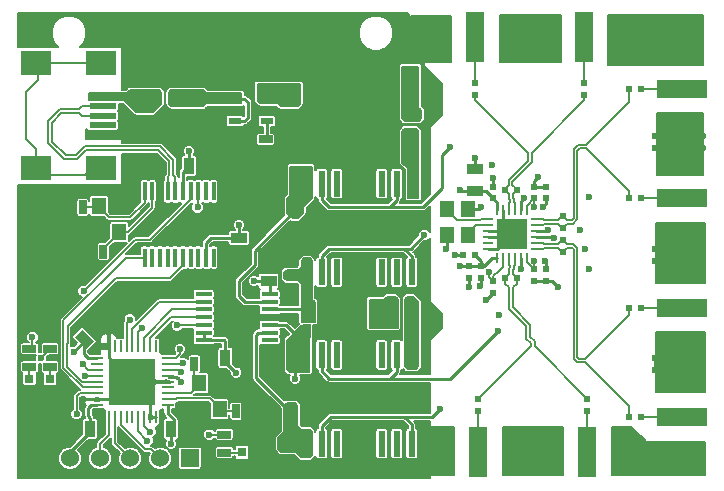
<source format=gtl>
G04 #@! TF.FileFunction,Copper,L1,Top,Signal*
%FSLAX46Y46*%
G04 Gerber Fmt 4.6, Leading zero omitted, Abs format (unit mm)*
G04 Created by KiCad (PCBNEW 4.0.5) date 03/01/17 00:06:24*
%MOMM*%
%LPD*%
G01*
G04 APERTURE LIST*
%ADD10C,0.100000*%
%ADD11R,4.000000X4.000000*%
%ADD12C,0.600000*%
%ADD13R,1.050000X0.250000*%
%ADD14R,0.250000X1.050000*%
%ADD15R,2.500000X2.500000*%
%ADD16O,0.900000X0.250000*%
%ADD17O,0.250000X0.900000*%
%ADD18R,1.200000X1.400000*%
%ADD19R,2.301240X0.500380*%
%ADD20R,2.499360X1.998980*%
%ADD21R,1.397000X0.431800*%
%ADD22R,0.600000X2.200000*%
%ADD23R,0.300000X1.600000*%
%ADD24R,1.524000X1.524000*%
%ADD25C,1.524000*%
%ADD26R,0.889000X1.397000*%
%ADD27R,1.397000X0.889000*%
%ADD28R,0.635000X1.143000*%
%ADD29R,1.143000X0.635000*%
%ADD30R,0.600000X0.500000*%
%ADD31R,0.500000X0.600000*%
%ADD32R,0.797560X0.797560*%
%ADD33R,1.100000X0.600000*%
%ADD34R,1.500000X3.950000*%
%ADD35R,1.500000X4.250000*%
%ADD36R,3.950000X1.500000*%
%ADD37R,4.250000X1.500000*%
%ADD38C,0.250000*%
%ADD39C,0.150000*%
G04 APERTURE END LIST*
D10*
D11*
X148975000Y-116500000D03*
D12*
X150475000Y-118000000D03*
X150475000Y-116500000D03*
X150475000Y-115000000D03*
X148975000Y-118000000D03*
X148975000Y-116500000D03*
X148975000Y-115000000D03*
X147475000Y-118000000D03*
X147475000Y-116500000D03*
X147475000Y-115000000D03*
D13*
X151950000Y-118500000D03*
X151950000Y-118000000D03*
X151950000Y-117500000D03*
X151950000Y-117000000D03*
X151950000Y-116500000D03*
X151950000Y-116000000D03*
X151950000Y-115500000D03*
X151950000Y-115000000D03*
X151950000Y-114500000D03*
D14*
X150975000Y-113525000D03*
X150475000Y-113525000D03*
X149975000Y-113525000D03*
X149475000Y-113525000D03*
X148975000Y-113525000D03*
X148475000Y-113525000D03*
X147975000Y-113525000D03*
X147475000Y-113525000D03*
X146975000Y-113525000D03*
D13*
X146000000Y-114500000D03*
X146000000Y-115000000D03*
X146000000Y-115500000D03*
X146000000Y-116000000D03*
X146000000Y-116500000D03*
X146000000Y-117000000D03*
X146000000Y-117500000D03*
X146000000Y-118000000D03*
X146000000Y-118500000D03*
D14*
X146975000Y-119475000D03*
X147475000Y-119475000D03*
X147975000Y-119475000D03*
X148475000Y-119475000D03*
X148975000Y-119475000D03*
X149475000Y-119475000D03*
X149975000Y-119475000D03*
X150475000Y-119475000D03*
X150975000Y-119475000D03*
D15*
X181100000Y-104000000D03*
D12*
X180200000Y-103100000D03*
X180200000Y-104000000D03*
X180200000Y-104900000D03*
X181100000Y-103100000D03*
X181100000Y-104000000D03*
X181100000Y-104900000D03*
X182000000Y-103100000D03*
X182000000Y-104000000D03*
X182000000Y-104900000D03*
D16*
X179050000Y-102750000D03*
X179050000Y-103250000D03*
X179050000Y-103750000D03*
X179050000Y-104250000D03*
X179050000Y-104750000D03*
X179050000Y-105250000D03*
D17*
X179850000Y-106050000D03*
X180350000Y-106050000D03*
X180850000Y-106050000D03*
X181350000Y-106050000D03*
X181850000Y-106050000D03*
X182350000Y-106050000D03*
D16*
X183150000Y-105250000D03*
X183150000Y-104750000D03*
X183150000Y-104250000D03*
X183150000Y-103750000D03*
X183150000Y-103250000D03*
X183150000Y-102750000D03*
D17*
X182350000Y-101950000D03*
X181850000Y-101950000D03*
X181350000Y-101950000D03*
X180850000Y-101950000D03*
X180350000Y-101950000D03*
X179850000Y-101950000D03*
D18*
X177350000Y-104100000D03*
X177350000Y-101900000D03*
X175650000Y-101900000D03*
X175650000Y-104100000D03*
D19*
X146449320Y-92399800D03*
X146449320Y-93199900D03*
X146449320Y-94000000D03*
X146449320Y-94800100D03*
X146449320Y-95600200D03*
D20*
X146350260Y-89549920D03*
X140851160Y-89549920D03*
X146350260Y-98450080D03*
X140851160Y-98450080D03*
D21*
X160588000Y-112987300D03*
X160588000Y-112352300D03*
X160588000Y-111691900D03*
X160588000Y-111056900D03*
X160588000Y-110396500D03*
X160588000Y-109748800D03*
X160588000Y-109101100D03*
X155000000Y-109101100D03*
X155000000Y-109748800D03*
X155000000Y-110396500D03*
X155000000Y-111056900D03*
X155000000Y-111704600D03*
X155000000Y-112352300D03*
X155000000Y-113000000D03*
D22*
X172620000Y-121750000D03*
X172620000Y-114250000D03*
X171350000Y-121750000D03*
X171350000Y-114250000D03*
X170080000Y-121750000D03*
X170080000Y-114250000D03*
X168810000Y-121750000D03*
X168810000Y-114250000D03*
X167540000Y-121750000D03*
X167540000Y-114250000D03*
X166270000Y-121750000D03*
X166270000Y-114250000D03*
X165000000Y-121750000D03*
X165000000Y-114250000D03*
X163730000Y-121750000D03*
X163730000Y-114250000D03*
X172620000Y-107250000D03*
X172620000Y-99750000D03*
X171350000Y-107250000D03*
X171350000Y-99750000D03*
X170080000Y-107250000D03*
X170080000Y-99750000D03*
X168810000Y-107250000D03*
X168810000Y-99750000D03*
X167540000Y-107250000D03*
X167540000Y-99750000D03*
X166270000Y-107250000D03*
X166270000Y-99750000D03*
X165000000Y-107250000D03*
X165000000Y-99750000D03*
X163730000Y-107250000D03*
X163730000Y-99750000D03*
D23*
X155850000Y-106000000D03*
X155850000Y-100400000D03*
X155200000Y-106000000D03*
X155200000Y-100400000D03*
X154550000Y-106000000D03*
X154550000Y-100400000D03*
X153900000Y-106000000D03*
X153900000Y-100400000D03*
X153250000Y-106000000D03*
X153250000Y-100400000D03*
X152600000Y-106000000D03*
X152600000Y-100400000D03*
X151950000Y-106000000D03*
X151950000Y-100400000D03*
X151300000Y-106000000D03*
X151300000Y-100400000D03*
X150650000Y-106000000D03*
X150650000Y-100400000D03*
X150000000Y-106000000D03*
X150000000Y-100400000D03*
D18*
X156350000Y-118850000D03*
X156350000Y-116650000D03*
X154650000Y-116650000D03*
X154650000Y-118850000D03*
X146150000Y-101650000D03*
X146150000Y-103850000D03*
X147850000Y-103850000D03*
X147850000Y-101650000D03*
D24*
X153850000Y-123000000D03*
D25*
X151310000Y-123000000D03*
X148770000Y-123000000D03*
X146230000Y-123000000D03*
X143690000Y-123000000D03*
X141150000Y-123000000D03*
D26*
X158750000Y-114500000D03*
X156845000Y-114500000D03*
D27*
X160500000Y-106095000D03*
X160500000Y-108000000D03*
D28*
X157738000Y-119000000D03*
X159262000Y-119000000D03*
X162250000Y-120500000D03*
X160726000Y-120500000D03*
D27*
X162250000Y-121845000D03*
X162250000Y-123750000D03*
D28*
X163738000Y-112250000D03*
X165262000Y-112250000D03*
X154226000Y-115000000D03*
X155750000Y-115000000D03*
D26*
X162655000Y-114750000D03*
X160750000Y-114750000D03*
D28*
X162750000Y-99000000D03*
X161226000Y-99000000D03*
D26*
X162750000Y-101750000D03*
X160845000Y-101750000D03*
D29*
X162500000Y-107500000D03*
X162500000Y-105976000D03*
D26*
X163845000Y-110750000D03*
X165750000Y-110750000D03*
X172595000Y-92500000D03*
X174500000Y-92500000D03*
X169655000Y-110250000D03*
X167750000Y-110250000D03*
X172405000Y-97000000D03*
X170500000Y-97000000D03*
X172595000Y-111500000D03*
X174500000Y-111500000D03*
D28*
X144774000Y-101750000D03*
X143250000Y-101750000D03*
X146524000Y-105500000D03*
X145000000Y-105500000D03*
D27*
X149500000Y-92202500D03*
X149500000Y-90297500D03*
X154000000Y-92405000D03*
X154000000Y-90500000D03*
D29*
X160250000Y-97512000D03*
X160250000Y-95988000D03*
D26*
X164500000Y-92500000D03*
X162595000Y-92500000D03*
D27*
X178000000Y-100405000D03*
X178000000Y-98500000D03*
D30*
X179500000Y-101000000D03*
X179500000Y-100000000D03*
X177500000Y-106750000D03*
X177500000Y-107750000D03*
D31*
X178000000Y-105750000D03*
X177000000Y-105750000D03*
D30*
X178500000Y-106750000D03*
X178500000Y-107750000D03*
X184000000Y-108000000D03*
X184000000Y-107000000D03*
X184000000Y-100000000D03*
X184000000Y-101000000D03*
X178000000Y-92250000D03*
X178000000Y-91250000D03*
X187250000Y-92250000D03*
X187250000Y-91250000D03*
D31*
X191000000Y-91750000D03*
X192000000Y-91750000D03*
X191000000Y-101000000D03*
X192000000Y-101000000D03*
X191000000Y-110250000D03*
X192000000Y-110250000D03*
X191000000Y-119500000D03*
X192000000Y-119500000D03*
D30*
X187500000Y-118000000D03*
X187500000Y-119000000D03*
X178250000Y-118000000D03*
X178250000Y-119000000D03*
D29*
X172500000Y-93976000D03*
X172500000Y-95500000D03*
D28*
X170988000Y-110000000D03*
X172512000Y-110000000D03*
X150976000Y-92500000D03*
X152500000Y-92500000D03*
X162250000Y-119250000D03*
X160726000Y-119250000D03*
X162762000Y-100250000D03*
X161238000Y-100250000D03*
X163750000Y-109250000D03*
X165274000Y-109250000D03*
D29*
X156750000Y-120988000D03*
X156750000Y-122512000D03*
X142000000Y-113726000D03*
X142000000Y-115250000D03*
X140250000Y-113726000D03*
X140250000Y-115250000D03*
D30*
X183000000Y-108000000D03*
X183000000Y-107000000D03*
X183000000Y-100000000D03*
X183000000Y-101000000D03*
X179500000Y-109000000D03*
X179500000Y-108000000D03*
D31*
X180500000Y-100250000D03*
X181500000Y-100250000D03*
D30*
X185400000Y-102500000D03*
X185400000Y-103500000D03*
X185400000Y-104500000D03*
X185400000Y-105500000D03*
D31*
X181500000Y-107750000D03*
X180500000Y-107750000D03*
D32*
X158251400Y-122500000D03*
X159750000Y-122500000D03*
X142000000Y-116250700D03*
X142000000Y-117749300D03*
X140250000Y-116250700D03*
X140250000Y-117749300D03*
D10*
G36*
X146070395Y-110768258D02*
X147058223Y-111756086D01*
X146429605Y-112384704D01*
X145441777Y-111396876D01*
X146070395Y-110768258D01*
X146070395Y-110768258D01*
G37*
G36*
X144723357Y-112115296D02*
X145711185Y-113103124D01*
X145082567Y-113731742D01*
X144094739Y-112743914D01*
X144723357Y-112115296D01*
X144723357Y-112115296D01*
G37*
D26*
X154155000Y-120500000D03*
X152250000Y-120500000D03*
X143500000Y-120500000D03*
X145405000Y-120500000D03*
D27*
X158000000Y-106250000D03*
X158000000Y-104345000D03*
D26*
X155655000Y-98250000D03*
X153750000Y-98250000D03*
D33*
X160350000Y-92550000D03*
X157650000Y-92550000D03*
X157650000Y-93500000D03*
X160350000Y-94450000D03*
X157650000Y-94450000D03*
D34*
X175230000Y-87475000D03*
X180770000Y-87475000D03*
D35*
X178000000Y-87325000D03*
D34*
X184480000Y-87475000D03*
X190020000Y-87475000D03*
D35*
X187250000Y-87325000D03*
D36*
X195350000Y-88980000D03*
X195350000Y-94520000D03*
D37*
X195500000Y-91750000D03*
D36*
X195350000Y-98230000D03*
X195350000Y-103770000D03*
D37*
X195500000Y-101000000D03*
D36*
X195350000Y-107480000D03*
X195350000Y-113020000D03*
D37*
X195500000Y-110250000D03*
D36*
X195350000Y-116730000D03*
X195350000Y-122270000D03*
D37*
X195500000Y-119500000D03*
D34*
X181020000Y-122350000D03*
X175480000Y-122350000D03*
D35*
X178250000Y-122500000D03*
D34*
X190270000Y-122350000D03*
X184730000Y-122350000D03*
D35*
X187500000Y-122500000D03*
D12*
X158000000Y-117000000D03*
X159000000Y-99000000D03*
X157000000Y-99000000D03*
X157000000Y-101000000D03*
X159000000Y-101000000D03*
X166000000Y-109000000D03*
X166000000Y-112000000D03*
X168000000Y-112000000D03*
X173000000Y-103000000D03*
X168000000Y-104000000D03*
X166000000Y-104000000D03*
X164000000Y-104000000D03*
X163000000Y-105000000D03*
X166000000Y-95000000D03*
X168000000Y-95000000D03*
X170000000Y-95000000D03*
X170000000Y-93000000D03*
X168000000Y-93000000D03*
X166000000Y-93000000D03*
X142000000Y-104000000D03*
X142000000Y-106000000D03*
X142000000Y-108000000D03*
X142000000Y-110000000D03*
X140000000Y-110000000D03*
X140000000Y-108000000D03*
X140000000Y-106000000D03*
X140000000Y-104000000D03*
X140000000Y-102000000D03*
X166000000Y-86000000D03*
X164000000Y-86000000D03*
X162000000Y-86000000D03*
X160000000Y-86000000D03*
X158000000Y-86000000D03*
X156000000Y-86000000D03*
X154000000Y-86000000D03*
X152000000Y-86000000D03*
X150000000Y-86000000D03*
X148000000Y-86000000D03*
X156000000Y-108000000D03*
X157000000Y-110000000D03*
X158000000Y-112000000D03*
X159000000Y-120000000D03*
X159000000Y-117000000D03*
X154000000Y-108000000D03*
X152000000Y-109000000D03*
X150000000Y-109000000D03*
X148000000Y-110000000D03*
X169000000Y-117000000D03*
X167000000Y-118000000D03*
X143000000Y-119000000D03*
X141000000Y-119000000D03*
X141000000Y-121000000D03*
X174000000Y-91000000D03*
X174000000Y-94000000D03*
X156000000Y-124000000D03*
X158000000Y-124000000D03*
X160000000Y-124000000D03*
X164000000Y-124000000D03*
X166000000Y-124000000D03*
X168000000Y-124000000D03*
X170000000Y-124000000D03*
X172000000Y-124000000D03*
X165250000Y-117750000D03*
X178378761Y-108378761D03*
X173750000Y-88500000D03*
X172750000Y-88500000D03*
X172750000Y-87500000D03*
X172750000Y-86500000D03*
X173750000Y-86500000D03*
X173750000Y-87500000D03*
X174250000Y-123500000D03*
X174250000Y-121250000D03*
X174250000Y-122250000D03*
X183500000Y-124000000D03*
X182250000Y-124000000D03*
X182250000Y-123000000D03*
X183500000Y-123000000D03*
X183500000Y-122000000D03*
X183500000Y-121000000D03*
X182250000Y-121000000D03*
X182250000Y-122000000D03*
X191500000Y-121500000D03*
X192250000Y-122250000D03*
X192750000Y-123000000D03*
X191500000Y-123000000D03*
X192250000Y-123750000D03*
X193250000Y-123750000D03*
X194250000Y-123750000D03*
X196250000Y-123750000D03*
X195250000Y-123750000D03*
X193250000Y-115500000D03*
X193250000Y-114500000D03*
X194250000Y-114500000D03*
X194250000Y-115500000D03*
X195250000Y-115500000D03*
X196250000Y-115500000D03*
X197250000Y-115500000D03*
X197250000Y-114500000D03*
X196250000Y-114500000D03*
X195250000Y-114500000D03*
X193250000Y-106250000D03*
X193250000Y-105250000D03*
X194250000Y-105250000D03*
X194250000Y-106250000D03*
X195250000Y-106250000D03*
X196250000Y-106250000D03*
X197250000Y-106250000D03*
X197250000Y-105250000D03*
X196250000Y-105250000D03*
X195250000Y-105250000D03*
X193250000Y-96750000D03*
X193250000Y-95750000D03*
X194250000Y-95750000D03*
X194250000Y-96750000D03*
X195250000Y-96750000D03*
X196250000Y-96750000D03*
X197250000Y-96750000D03*
X197250000Y-95750000D03*
X196250000Y-95750000D03*
X195250000Y-95750000D03*
X192500000Y-89500000D03*
X191500000Y-89500000D03*
X191500000Y-88500000D03*
X192500000Y-88500000D03*
X192500000Y-87500000D03*
X193500000Y-87500000D03*
X194500000Y-87500000D03*
X195500000Y-87500000D03*
X196500000Y-87500000D03*
X196500000Y-86500000D03*
X195500000Y-86500000D03*
X194500000Y-86500000D03*
X193500000Y-86500000D03*
X192500000Y-86500000D03*
X191500000Y-86500000D03*
X191500000Y-87500000D03*
X182000000Y-89300000D03*
X183000000Y-89300000D03*
X183000000Y-88400000D03*
X182000000Y-88400000D03*
X183000000Y-85700000D03*
X182000000Y-85700000D03*
X182000000Y-86600000D03*
X183000000Y-86600000D03*
X183000000Y-87500000D03*
X182000000Y-87500000D03*
X183881551Y-106300000D03*
X183700000Y-101700000D03*
X179400000Y-98200000D03*
X186900000Y-103700000D03*
X187600000Y-100900000D03*
X187300000Y-105300000D03*
X187600000Y-107000000D03*
X180000000Y-110900000D03*
X178000000Y-97600000D03*
X179500000Y-99300000D03*
X178500000Y-101750000D03*
X177500000Y-108500000D03*
X176250000Y-105750000D03*
X175500000Y-105250000D03*
X152250000Y-121775010D03*
X183300000Y-99200000D03*
X178900000Y-109600000D03*
X157750000Y-115750000D03*
X159250000Y-108000000D03*
X185000000Y-108500000D03*
X176750000Y-106750000D03*
X176750000Y-100250000D03*
X158000000Y-103250000D03*
X153750000Y-97000000D03*
X161500000Y-91750000D03*
X161500000Y-92500000D03*
X160250000Y-91750000D03*
X144000000Y-114000000D03*
X153092840Y-116494244D03*
X162750000Y-116250000D03*
X169750000Y-111500000D03*
X171000000Y-111250000D03*
X172500000Y-90250000D03*
X172500000Y-91250000D03*
X150250000Y-93250000D03*
X149500000Y-93000000D03*
X173700000Y-104100000D03*
X182100000Y-101000000D03*
X175900000Y-96600000D03*
X184154354Y-103675000D03*
X184628767Y-104325000D03*
X175000000Y-118800000D03*
X179900000Y-112200000D03*
X181900000Y-107000000D03*
X183000000Y-106250000D03*
X150250000Y-121500000D03*
X182951904Y-101753435D03*
X150500000Y-120750000D03*
X179182499Y-107251875D03*
X149750000Y-112000000D03*
X148750000Y-111250000D03*
X152750000Y-111750000D03*
X144848571Y-108848571D03*
X144750000Y-115000000D03*
X154500000Y-101750000D03*
X145000000Y-116000000D03*
X155500000Y-121000000D03*
X153072772Y-115666491D03*
X153263946Y-114941255D03*
X141250000Y-114500000D03*
X140500000Y-112750000D03*
X153000000Y-113750000D03*
X144250000Y-119250000D03*
D38*
X179050000Y-105250000D02*
X179850000Y-105250000D01*
X179850000Y-105250000D02*
X180200000Y-104900000D01*
X179050000Y-104250000D02*
X179950000Y-104250000D01*
X179950000Y-104250000D02*
X180200000Y-104000000D01*
X150975000Y-119475000D02*
X150475000Y-119475000D01*
X157000000Y-99000000D02*
X159000000Y-99000000D01*
X157000000Y-101000000D02*
X157000000Y-99000000D01*
X159000000Y-101000000D02*
X157000000Y-101000000D01*
X161238000Y-100250000D02*
X159750000Y-100250000D01*
X159750000Y-100250000D02*
X159000000Y-101000000D01*
X166000000Y-112000000D02*
X166000000Y-109000000D01*
X168000000Y-112000000D02*
X166000000Y-112000000D01*
X167750000Y-110250000D02*
X167750000Y-111750000D01*
X167750000Y-111750000D02*
X168000000Y-112000000D01*
X168000000Y-104000000D02*
X172000000Y-104000000D01*
X172000000Y-104000000D02*
X173000000Y-103000000D01*
X166000000Y-104000000D02*
X168000000Y-104000000D01*
X164000000Y-104000000D02*
X166000000Y-104000000D01*
X163000000Y-105000000D02*
X164000000Y-104000000D01*
X162500000Y-105976000D02*
X162500000Y-105500000D01*
X162500000Y-105500000D02*
X163000000Y-105000000D01*
X168000000Y-95000000D02*
X166000000Y-95000000D01*
X170000000Y-95000000D02*
X168000000Y-95000000D01*
X170000000Y-93000000D02*
X170000000Y-95000000D01*
X168000000Y-93000000D02*
X170000000Y-93000000D01*
X166000000Y-93000000D02*
X168000000Y-93000000D01*
X164500000Y-92500000D02*
X165500000Y-92500000D01*
X165500000Y-92500000D02*
X166000000Y-93000000D01*
X142000000Y-106000000D02*
X142000000Y-104000000D01*
X142000000Y-108000000D02*
X142000000Y-106000000D01*
X142000000Y-110000000D02*
X142000000Y-108000000D01*
X140000000Y-110000000D02*
X142000000Y-110000000D01*
X140000000Y-108000000D02*
X140000000Y-110000000D01*
X140000000Y-106000000D02*
X140000000Y-108000000D01*
X140000000Y-104000000D02*
X140000000Y-106000000D01*
X140000000Y-102000000D02*
X140000000Y-104000000D01*
X143250000Y-101750000D02*
X140250000Y-101750000D01*
X140250000Y-101750000D02*
X140000000Y-102000000D01*
X164000000Y-86000000D02*
X166000000Y-86000000D01*
X162000000Y-86000000D02*
X164000000Y-86000000D01*
X160000000Y-86000000D02*
X162000000Y-86000000D01*
X158000000Y-86000000D02*
X160000000Y-86000000D01*
X156000000Y-86000000D02*
X158000000Y-86000000D01*
X154000000Y-86000000D02*
X156000000Y-86000000D01*
X152000000Y-86000000D02*
X154000000Y-86000000D01*
X150000000Y-86000000D02*
X152000000Y-86000000D01*
X148000000Y-86000000D02*
X150000000Y-86000000D01*
X149500000Y-90297500D02*
X149500000Y-87500000D01*
X149500000Y-87500000D02*
X148000000Y-86000000D01*
X157000000Y-110000000D02*
X157000000Y-109000000D01*
X157000000Y-109000000D02*
X156000000Y-108000000D01*
X158000000Y-112000000D02*
X158000000Y-111000000D01*
X158000000Y-111000000D02*
X157000000Y-110000000D01*
X158750000Y-114500000D02*
X158750000Y-112750000D01*
X158750000Y-112750000D02*
X158000000Y-112000000D01*
X160726000Y-120500000D02*
X159500000Y-120500000D01*
X159500000Y-120500000D02*
X159000000Y-120000000D01*
X159262000Y-119000000D02*
X159262000Y-117262000D01*
X159262000Y-117262000D02*
X159000000Y-117000000D01*
X152000000Y-109000000D02*
X153000000Y-109000000D01*
X153000000Y-109000000D02*
X154000000Y-108000000D01*
X150000000Y-109000000D02*
X152000000Y-109000000D01*
X148000000Y-110000000D02*
X149000000Y-110000000D01*
X149000000Y-110000000D02*
X150000000Y-109000000D01*
X146250000Y-111576481D02*
X146423519Y-111576481D01*
X146423519Y-111576481D02*
X148000000Y-110000000D01*
X167000000Y-118000000D02*
X168000000Y-118000000D01*
X168000000Y-118000000D02*
X169000000Y-117000000D01*
X165250000Y-117750000D02*
X166750000Y-117750000D01*
X166750000Y-117750000D02*
X167000000Y-118000000D01*
X141000000Y-119000000D02*
X143000000Y-119000000D01*
X141000000Y-121000000D02*
X141000000Y-119000000D01*
X141150000Y-123000000D02*
X141150000Y-121150000D01*
X141150000Y-121150000D02*
X141000000Y-121000000D01*
X174000000Y-94000000D02*
X174000000Y-91000000D01*
X174500000Y-92500000D02*
X174500000Y-93500000D01*
X174500000Y-93500000D02*
X174000000Y-94000000D01*
X158000000Y-124000000D02*
X156000000Y-124000000D01*
X160000000Y-124000000D02*
X158000000Y-124000000D01*
X162250000Y-123750000D02*
X160250000Y-123750000D01*
X160250000Y-123750000D02*
X160000000Y-124000000D01*
X166000000Y-124000000D02*
X164000000Y-124000000D01*
X168000000Y-124000000D02*
X166000000Y-124000000D01*
X170000000Y-124000000D02*
X168000000Y-124000000D01*
X172000000Y-124000000D02*
X170000000Y-124000000D01*
X174250000Y-123500000D02*
X172500000Y-123500000D01*
X172500000Y-123500000D02*
X172000000Y-124000000D01*
X178500000Y-108257522D02*
X178378761Y-108378761D01*
X178500000Y-107750000D02*
X178500000Y-108257522D01*
X172750000Y-88500000D02*
X173750000Y-88500000D01*
X172750000Y-86500000D02*
X172750000Y-87500000D01*
X173750000Y-87500000D02*
X173750000Y-86500000D01*
X174250000Y-122250000D02*
X174250000Y-121250000D01*
X182250000Y-123000000D02*
X182250000Y-124000000D01*
X183500000Y-122000000D02*
X183500000Y-123000000D01*
X182250000Y-121000000D02*
X183500000Y-121000000D01*
X181020000Y-122350000D02*
X181900000Y-122350000D01*
X181900000Y-122350000D02*
X182250000Y-122000000D01*
X192750000Y-123000000D02*
X192750000Y-122750000D01*
X192750000Y-122750000D02*
X192250000Y-122250000D01*
X192250000Y-123750000D02*
X191500000Y-123000000D01*
X194250000Y-123750000D02*
X193250000Y-123750000D01*
X195350000Y-122270000D02*
X195350000Y-123650000D01*
X195350000Y-123650000D02*
X195250000Y-123750000D01*
X193250000Y-114500000D02*
X193250000Y-115500000D01*
X194250000Y-115500000D02*
X194250000Y-114500000D01*
X196250000Y-115500000D02*
X195250000Y-115500000D01*
X197250000Y-114500000D02*
X197250000Y-115500000D01*
X195250000Y-114500000D02*
X196250000Y-114500000D01*
X194250000Y-105250000D02*
X193250000Y-105250000D01*
X195250000Y-106250000D02*
X194250000Y-106250000D01*
X197250000Y-105250000D02*
X197250000Y-106250000D01*
X195250000Y-105250000D02*
X196250000Y-105250000D01*
X194250000Y-95750000D02*
X193250000Y-95750000D01*
X195250000Y-96750000D02*
X194250000Y-96750000D01*
X197250000Y-96750000D02*
X196250000Y-96750000D01*
X196250000Y-95750000D02*
X197250000Y-95750000D01*
X195350000Y-94520000D02*
X195350000Y-95650000D01*
X195350000Y-95650000D02*
X195250000Y-95750000D01*
X191500000Y-89500000D02*
X192500000Y-89500000D01*
X192500000Y-88500000D02*
X191500000Y-88500000D01*
X193500000Y-87500000D02*
X192500000Y-87500000D01*
X195500000Y-87500000D02*
X194500000Y-87500000D01*
X196500000Y-86500000D02*
X196500000Y-87500000D01*
X194500000Y-86500000D02*
X195500000Y-86500000D01*
X192500000Y-86500000D02*
X193500000Y-86500000D01*
X191500000Y-87500000D02*
X191500000Y-86500000D01*
X183000000Y-89300000D02*
X182000000Y-89300000D01*
X182000000Y-88400000D02*
X183000000Y-88400000D01*
X182000000Y-85700000D02*
X183000000Y-85700000D01*
X183000000Y-86600000D02*
X182000000Y-86600000D01*
X182000000Y-87500000D02*
X183000000Y-87500000D01*
X184000000Y-107000000D02*
X184000000Y-106418449D01*
X184000000Y-106418449D02*
X183881551Y-106300000D01*
X184000000Y-101000000D02*
X184000000Y-101400000D01*
X184000000Y-101400000D02*
X183700000Y-101700000D01*
X178000000Y-98500000D02*
X178000000Y-97600000D01*
X179500000Y-100000000D02*
X179500000Y-99300000D01*
X180350000Y-101950000D02*
X180350000Y-102950000D01*
X180350000Y-102950000D02*
X180200000Y-103100000D01*
X179050000Y-103750000D02*
X179950000Y-103750000D01*
X179950000Y-103750000D02*
X180200000Y-104000000D01*
X177350000Y-101900000D02*
X178350000Y-101900000D01*
X178350000Y-101900000D02*
X178500000Y-101750000D01*
X146975000Y-113525000D02*
X146975000Y-114500000D01*
X146975000Y-114500000D02*
X147475000Y-115000000D01*
X150475000Y-119475000D02*
X150475000Y-118000000D01*
X146000000Y-118000000D02*
X147475000Y-118000000D01*
X151950000Y-116500000D02*
X150475000Y-116500000D01*
X177500000Y-107750000D02*
X177500000Y-108500000D01*
X177000000Y-105750000D02*
X176250000Y-105750000D01*
X175650000Y-104100000D02*
X175650000Y-105100000D01*
X175650000Y-105100000D02*
X175500000Y-105250000D01*
X178500000Y-106750000D02*
X178750000Y-106750000D01*
X178750000Y-106750000D02*
X179450000Y-106050000D01*
X179450000Y-106050000D02*
X179850000Y-106050000D01*
X152250000Y-120500000D02*
X152250000Y-121775010D01*
X183000000Y-100000000D02*
X183000000Y-99500000D01*
X183000000Y-99500000D02*
X183300000Y-99200000D01*
X184000000Y-100000000D02*
X183000000Y-100000000D01*
X179500000Y-109000000D02*
X178900000Y-109600000D01*
X156845000Y-114500000D02*
X156845000Y-114845000D01*
X156845000Y-114845000D02*
X157750000Y-115750000D01*
X160500000Y-108000000D02*
X159250000Y-108000000D01*
X184000000Y-108000000D02*
X184500000Y-108000000D01*
X184500000Y-108000000D02*
X185000000Y-108500000D01*
X184000000Y-108000000D02*
X183000000Y-108000000D01*
X177500000Y-106750000D02*
X176750000Y-106750000D01*
X178000000Y-100405000D02*
X176905000Y-100405000D01*
X176905000Y-100405000D02*
X176750000Y-100250000D01*
X179500000Y-101000000D02*
X179450000Y-101000000D01*
X179450000Y-101000000D02*
X179496750Y-100953250D01*
X179496750Y-100953250D02*
X178948500Y-100405000D01*
X178948500Y-100405000D02*
X178000000Y-100405000D01*
X179850000Y-101950000D02*
X179850000Y-101350000D01*
X179850000Y-101350000D02*
X179500000Y-101000000D01*
X178500000Y-106300000D02*
X178500000Y-106750000D01*
X178000000Y-105750000D02*
X178000000Y-105800000D01*
X178000000Y-105800000D02*
X178500000Y-106300000D01*
X158000000Y-104345000D02*
X158000000Y-103250000D01*
X153750000Y-98250000D02*
X153750000Y-97000000D01*
X161500000Y-92500000D02*
X161500000Y-91750000D01*
X162595000Y-92500000D02*
X161500000Y-92500000D01*
X160350000Y-92550000D02*
X160350000Y-91850000D01*
X160350000Y-91850000D02*
X160250000Y-91750000D01*
X144902962Y-112923519D02*
X144902962Y-113097038D01*
X144902962Y-113097038D02*
X144000000Y-114000000D01*
X152792841Y-116194245D02*
X153092840Y-116494244D01*
X151950000Y-116000000D02*
X152049999Y-116099999D01*
X152049999Y-116099999D02*
X152695001Y-116099999D01*
X152789247Y-116194245D02*
X152792841Y-116194245D01*
X152695001Y-116099999D02*
X152789247Y-116194245D01*
X152250000Y-120500000D02*
X152519476Y-120230524D01*
X152519476Y-120230524D02*
X152519476Y-119753108D01*
X152519476Y-119753108D02*
X151950000Y-119183632D01*
X151950000Y-119183632D02*
X151950000Y-118500000D01*
X144902962Y-112923519D02*
X144902962Y-114177962D01*
X144902962Y-114177962D02*
X145225000Y-114500000D01*
X145225000Y-114500000D02*
X146000000Y-114500000D01*
X160588000Y-109101100D02*
X160588000Y-108088000D01*
X160588000Y-108088000D02*
X160500000Y-108000000D01*
X155200000Y-104800000D02*
X155655000Y-104345000D01*
X155655000Y-104345000D02*
X158000000Y-104345000D01*
X155200000Y-106000000D02*
X155200000Y-104800000D01*
X153250000Y-100400000D02*
X153250000Y-98750000D01*
X153250000Y-98750000D02*
X153750000Y-98250000D01*
X145405000Y-120500000D02*
X145405000Y-120754000D01*
X145405000Y-120754000D02*
X143690000Y-122469000D01*
X143690000Y-122469000D02*
X143690000Y-123000000D01*
X145500000Y-118500000D02*
X146000000Y-118500000D01*
X145250000Y-118750000D02*
X145500000Y-118500000D01*
X145250000Y-119396500D02*
X145250000Y-118750000D01*
X145405000Y-120500000D02*
X145405000Y-119551500D01*
X145405000Y-119551500D02*
X145250000Y-119396500D01*
X177500000Y-106750000D02*
X178500000Y-106750000D01*
X155000000Y-113000000D02*
X156750000Y-113000000D01*
X156750000Y-113000000D02*
X156845000Y-113095000D01*
X156845000Y-113095000D02*
X156845000Y-114500000D01*
X155000000Y-113000000D02*
X155000000Y-112352300D01*
D39*
X157738000Y-119000000D02*
X156500000Y-119000000D01*
X156500000Y-119000000D02*
X156350000Y-118850000D01*
X151950000Y-118000000D02*
X152625000Y-118000000D01*
X152625000Y-118000000D02*
X152700001Y-117924999D01*
X152700001Y-117924999D02*
X155524999Y-117924999D01*
X155524999Y-117924999D02*
X156350000Y-118750000D01*
X156350000Y-118750000D02*
X156350000Y-118850000D01*
D38*
X160588000Y-112352300D02*
X159639500Y-112352300D01*
X159639500Y-112352300D02*
X159469501Y-112522299D01*
X159469501Y-112522299D02*
X159469501Y-116215501D01*
X159469501Y-116215501D02*
X162250000Y-118996000D01*
X162250000Y-118996000D02*
X162250000Y-119250000D01*
X162750000Y-116250000D02*
X162750000Y-114845000D01*
X162750000Y-114845000D02*
X162655000Y-114750000D01*
X160588000Y-111691900D02*
X161941900Y-111691900D01*
X161941900Y-111691900D02*
X162989580Y-112739580D01*
X162989580Y-112739580D02*
X163248420Y-112739580D01*
X163248420Y-112739580D02*
X163738000Y-112250000D01*
D39*
X154226000Y-115000000D02*
X154226000Y-116226000D01*
X154226000Y-116226000D02*
X154650000Y-116650000D01*
X151950000Y-117500000D02*
X153900000Y-117500000D01*
X153900000Y-117500000D02*
X154650000Y-116750000D01*
X154650000Y-116750000D02*
X154650000Y-116650000D01*
D38*
X160588000Y-109748800D02*
X158498800Y-109748800D01*
X158498800Y-109748800D02*
X158000000Y-109250000D01*
X158000000Y-109250000D02*
X158000000Y-108000000D01*
X158000000Y-108000000D02*
X159329829Y-106670171D01*
X159329829Y-106670171D02*
X159329829Y-105424171D01*
X159329829Y-105424171D02*
X162750000Y-102004000D01*
X162750000Y-102004000D02*
X162750000Y-101750000D01*
X160588000Y-110396500D02*
X163491500Y-110396500D01*
X163491500Y-110396500D02*
X163845000Y-110750000D01*
X169655000Y-110250000D02*
X169655000Y-111405000D01*
X169655000Y-111405000D02*
X169750000Y-111500000D01*
X170988000Y-110000000D02*
X170988000Y-111238000D01*
X170988000Y-111238000D02*
X171000000Y-111250000D01*
X172500000Y-91250000D02*
X172500000Y-90250000D01*
X172595000Y-92500000D02*
X172595000Y-91345000D01*
X172595000Y-91345000D02*
X172500000Y-91250000D01*
X150976000Y-92500000D02*
X150976000Y-92524000D01*
X150976000Y-92524000D02*
X150250000Y-93250000D01*
X149500000Y-92202500D02*
X149500000Y-93000000D01*
D39*
X144774000Y-101750000D02*
X146050000Y-101750000D01*
X146050000Y-101750000D02*
X146150000Y-101650000D01*
X146150000Y-101650000D02*
X146150000Y-101750000D01*
X146150000Y-101750000D02*
X146975001Y-102575001D01*
X146975001Y-102575001D02*
X148774999Y-102575001D01*
X148774999Y-102575001D02*
X150000000Y-101350000D01*
X150000000Y-101350000D02*
X150000000Y-100400000D01*
X146524000Y-105500000D02*
X146524000Y-105246000D01*
X146524000Y-105246000D02*
X147850000Y-103920000D01*
X147850000Y-103920000D02*
X147850000Y-103850000D01*
X147850000Y-103850000D02*
X148600000Y-103850000D01*
X148600000Y-103850000D02*
X150650000Y-101800000D01*
X150650000Y-101800000D02*
X150650000Y-101350000D01*
X150650000Y-101350000D02*
X150650000Y-100400000D01*
D38*
X172000000Y-105250000D02*
X172550000Y-105250000D01*
X172550000Y-105250000D02*
X173700000Y-104100000D01*
X181850000Y-101950000D02*
X181850000Y-101250000D01*
X181850000Y-101250000D02*
X182100000Y-101000000D01*
X172000000Y-105250000D02*
X172620000Y-105870000D01*
X172620000Y-105870000D02*
X172620000Y-107250000D01*
X165650000Y-105250000D02*
X172000000Y-105250000D01*
X165000000Y-107250000D02*
X165000000Y-105900000D01*
X165000000Y-105900000D02*
X165650000Y-105250000D01*
X175200000Y-100100000D02*
X175200000Y-97300000D01*
X175200000Y-97300000D02*
X175900000Y-96600000D01*
X173550000Y-101750000D02*
X175200000Y-100100000D01*
X170750000Y-101750000D02*
X173550000Y-101750000D01*
X183150000Y-103750000D02*
X184079354Y-103750000D01*
X184079354Y-103750000D02*
X184154354Y-103675000D01*
X165000000Y-99750000D02*
X165000000Y-101100000D01*
X171350000Y-101150000D02*
X171350000Y-99750000D01*
X165000000Y-101100000D02*
X165650000Y-101750000D01*
X170750000Y-101750000D02*
X171350000Y-101150000D01*
X165650000Y-101750000D02*
X170750000Y-101750000D01*
X183150000Y-104250000D02*
X184553767Y-104250000D01*
X184553767Y-104250000D02*
X184628767Y-104325000D01*
X172000000Y-119500000D02*
X174300000Y-119500000D01*
X174300000Y-119500000D02*
X175000000Y-118800000D01*
X172000000Y-119500000D02*
X172620000Y-120120000D01*
X172620000Y-120120000D02*
X172620000Y-121750000D01*
X165750000Y-119500000D02*
X172000000Y-119500000D01*
X165000000Y-120250000D02*
X165750000Y-119500000D01*
X165000000Y-121750000D02*
X165000000Y-120250000D01*
X175850000Y-116250000D02*
X179900000Y-112200000D01*
X170750000Y-116250000D02*
X175850000Y-116250000D01*
X165000000Y-114250000D02*
X165000000Y-115600000D01*
X165000000Y-115600000D02*
X165650000Y-116250000D01*
X165650000Y-116250000D02*
X170750000Y-116250000D01*
X170750000Y-116250000D02*
X171350000Y-115650000D01*
X171350000Y-115650000D02*
X171350000Y-114250000D01*
X181850000Y-106050000D02*
X181850000Y-106950000D01*
X181850000Y-106950000D02*
X181900000Y-107000000D01*
D39*
X180500000Y-100200000D02*
X180850000Y-99850000D01*
X180500000Y-100250000D02*
X180500000Y-100200000D01*
X180850000Y-99850000D02*
X180850000Y-99437868D01*
X180850000Y-99437868D02*
X182475000Y-97812868D01*
X182475000Y-97812868D02*
X182475000Y-97175000D01*
X182475000Y-97175000D02*
X178000000Y-92700000D01*
X178000000Y-92700000D02*
X178000000Y-92250000D01*
X180935000Y-101168344D02*
X180835000Y-101068344D01*
X180500000Y-100300000D02*
X180500000Y-100250000D01*
X180835000Y-101068344D02*
X180835000Y-100635000D01*
X180835000Y-100635000D02*
X180500000Y-100300000D01*
X180850000Y-101950000D02*
X180850000Y-101375000D01*
X180850000Y-101375000D02*
X180935000Y-101290000D01*
X180935000Y-101290000D02*
X180935000Y-101168344D01*
X178000000Y-91250000D02*
X178000000Y-87325000D01*
X181150000Y-99562132D02*
X182775000Y-97937132D01*
X181500000Y-100250000D02*
X181500000Y-100200000D01*
X181150000Y-99850000D02*
X181150000Y-99562132D01*
X182775000Y-97175000D02*
X187250000Y-92700000D01*
X181500000Y-100200000D02*
X181150000Y-99850000D01*
X182775000Y-97937132D02*
X182775000Y-97175000D01*
X187250000Y-92700000D02*
X187250000Y-92250000D01*
X181165000Y-100635000D02*
X181500000Y-100300000D01*
X181265000Y-101031656D02*
X181165000Y-100931656D01*
X181165000Y-100931656D02*
X181165000Y-100635000D01*
X181500000Y-100300000D02*
X181500000Y-100250000D01*
X181265000Y-101290000D02*
X181265000Y-101031656D01*
X181350000Y-101950000D02*
X181350000Y-101375000D01*
X181350000Y-101375000D02*
X181265000Y-101290000D01*
X187250000Y-91250000D02*
X187250000Y-87325000D01*
X183150000Y-102750000D02*
X183725000Y-102750000D01*
X183725000Y-102750000D02*
X183825000Y-102850000D01*
X183825000Y-102850000D02*
X185000000Y-102850000D01*
X185000000Y-102850000D02*
X185350000Y-102500000D01*
X185350000Y-102500000D02*
X185400000Y-102500000D01*
X191000000Y-92850000D02*
X191000000Y-91750000D01*
X187400000Y-96450000D02*
X191000000Y-92850000D01*
X186737868Y-96450000D02*
X187400000Y-96450000D01*
X186350000Y-96837868D02*
X186737868Y-96450000D01*
X186152868Y-102835000D02*
X186350000Y-102637868D01*
X185450000Y-102500000D02*
X185785000Y-102835000D01*
X186350000Y-102637868D02*
X186350000Y-96837868D01*
X185785000Y-102835000D02*
X186152868Y-102835000D01*
X192000000Y-91750000D02*
X192400000Y-91750000D01*
X192400000Y-91750000D02*
X195500000Y-91750000D01*
X183725000Y-103250000D02*
X183825000Y-103150000D01*
X183150000Y-103250000D02*
X183725000Y-103250000D01*
X183825000Y-103150000D02*
X185000000Y-103150000D01*
X185000000Y-103150000D02*
X185350000Y-103500000D01*
X185350000Y-103500000D02*
X185400000Y-103500000D01*
X187400000Y-96750000D02*
X191000000Y-100350000D01*
X186862132Y-96750000D02*
X187400000Y-96750000D01*
X191000000Y-100350000D02*
X191000000Y-101000000D01*
X186650000Y-102762132D02*
X186650000Y-96962132D01*
X186247132Y-103165000D02*
X186650000Y-102762132D01*
X186650000Y-96962132D02*
X186862132Y-96750000D01*
X185785000Y-103165000D02*
X186247132Y-103165000D01*
X185450000Y-103500000D02*
X185785000Y-103165000D01*
X192000000Y-101000000D02*
X195500000Y-101000000D01*
X185350000Y-104500000D02*
X185400000Y-104500000D01*
X185000000Y-104850000D02*
X185350000Y-104500000D01*
X183825000Y-104850000D02*
X185000000Y-104850000D01*
X183725000Y-104750000D02*
X183825000Y-104850000D01*
X183150000Y-104750000D02*
X183725000Y-104750000D01*
X187300000Y-114550000D02*
X191000000Y-110850000D01*
X191000000Y-110850000D02*
X191000000Y-110250000D01*
X186650000Y-114437868D02*
X186762132Y-114550000D01*
X186297132Y-104835000D02*
X186650000Y-105187868D01*
X185450000Y-104500000D02*
X185785000Y-104835000D01*
X185785000Y-104835000D02*
X186297132Y-104835000D01*
X186650000Y-105187868D02*
X186650000Y-114437868D01*
X186762132Y-114550000D02*
X187300000Y-114550000D01*
X192000000Y-110250000D02*
X195500000Y-110250000D01*
X183150000Y-105250000D02*
X183725000Y-105250000D01*
X183725000Y-105250000D02*
X183810000Y-105165000D01*
X183810000Y-105165000D02*
X185015000Y-105165000D01*
X185350000Y-105500000D02*
X185400000Y-105500000D01*
X185015000Y-105165000D02*
X185350000Y-105500000D01*
X187300000Y-114850000D02*
X191000000Y-118550000D01*
X191000000Y-118550000D02*
X191000000Y-119500000D01*
X186350000Y-114562132D02*
X186637868Y-114850000D01*
X186350000Y-105312132D02*
X186350000Y-114562132D01*
X186202868Y-105165000D02*
X186350000Y-105312132D01*
X185450000Y-105500000D02*
X185785000Y-105165000D01*
X185785000Y-105165000D02*
X186202868Y-105165000D01*
X186637868Y-114850000D02*
X187300000Y-114850000D01*
X192000000Y-119500000D02*
X195500000Y-119500000D01*
X182665000Y-112735000D02*
X183025000Y-113095000D01*
X183025000Y-113095000D02*
X183025000Y-113475000D01*
X183025000Y-113475000D02*
X187500000Y-117950000D01*
X187500000Y-117950000D02*
X187500000Y-118000000D01*
X182665000Y-111681656D02*
X182665000Y-112735000D01*
X181500000Y-107750000D02*
X181500000Y-108200000D01*
X181500000Y-108200000D02*
X181165000Y-108535000D01*
X181165000Y-108535000D02*
X181165000Y-110181656D01*
X181165000Y-110181656D02*
X182665000Y-111681656D01*
X181265000Y-106968344D02*
X181165000Y-107068344D01*
X181165000Y-107068344D02*
X181165000Y-107365000D01*
X181165000Y-107365000D02*
X181500000Y-107700000D01*
X181500000Y-107700000D02*
X181500000Y-107750000D01*
X181350000Y-106050000D02*
X181350000Y-106625000D01*
X181350000Y-106625000D02*
X181265000Y-106710000D01*
X181265000Y-106710000D02*
X181265000Y-106968344D01*
X187500000Y-119000000D02*
X187500000Y-119400000D01*
X187500000Y-119400000D02*
X187500000Y-122500000D01*
X180835000Y-110318344D02*
X182335000Y-111818344D01*
X182335000Y-111818344D02*
X182335000Y-112871690D01*
X180500000Y-107750000D02*
X180500000Y-108200000D01*
X180500000Y-108200000D02*
X180835000Y-108535000D01*
X180835000Y-108535000D02*
X180835000Y-110318344D01*
X182335000Y-112871690D02*
X182725000Y-113261690D01*
X182725000Y-113261690D02*
X182725000Y-113475000D01*
X182725000Y-113475000D02*
X178250000Y-117950000D01*
X178250000Y-117950000D02*
X178250000Y-118000000D01*
X180835000Y-107365000D02*
X180500000Y-107700000D01*
X180935000Y-106831656D02*
X180835000Y-106931656D01*
X180835000Y-106931656D02*
X180835000Y-107365000D01*
X180500000Y-107700000D02*
X180500000Y-107750000D01*
X180850000Y-106050000D02*
X180850000Y-106625000D01*
X180850000Y-106625000D02*
X180935000Y-106710000D01*
X180935000Y-106710000D02*
X180935000Y-106831656D01*
X178250000Y-119000000D02*
X178250000Y-122500000D01*
X183000000Y-106250000D02*
X183000000Y-107000000D01*
X149475000Y-119475000D02*
X149475000Y-120725000D01*
X149475000Y-120725000D02*
X150250000Y-121500000D01*
X182350000Y-106050000D02*
X182350000Y-106350000D01*
X182350000Y-106350000D02*
X183000000Y-107000000D01*
X182951904Y-101753435D02*
X182951904Y-101048096D01*
X182951904Y-101048096D02*
X183000000Y-101000000D01*
X149975000Y-119475000D02*
X149975000Y-120225000D01*
X149975000Y-120225000D02*
X150500000Y-120750000D01*
X182350000Y-101950000D02*
X182350000Y-101650000D01*
X182350000Y-101650000D02*
X183000000Y-101000000D01*
X179182499Y-107251875D02*
X179182499Y-107682499D01*
X179182499Y-107682499D02*
X179500000Y-108000000D01*
X149475000Y-113525000D02*
X149475000Y-112275000D01*
X149475000Y-112275000D02*
X149750000Y-112000000D01*
X180000000Y-107100000D02*
X180050000Y-107100000D01*
X180050000Y-107100000D02*
X180350000Y-106800000D01*
X179500000Y-108000000D02*
X179500000Y-107600000D01*
X179500000Y-107600000D02*
X180000000Y-107100000D01*
X180350000Y-106050000D02*
X180350000Y-106800000D01*
X150475000Y-113525000D02*
X150475000Y-112850000D01*
X150475000Y-112850000D02*
X152268100Y-111056900D01*
X152268100Y-111056900D02*
X154151500Y-111056900D01*
X154151500Y-111056900D02*
X155000000Y-111056900D01*
X149975000Y-113525000D02*
X149975000Y-112775000D01*
X149975000Y-112775000D02*
X152353500Y-110396500D01*
X152353500Y-110396500D02*
X154151500Y-110396500D01*
X154151500Y-110396500D02*
X155000000Y-110396500D01*
X148975000Y-113525000D02*
X148975000Y-112025000D01*
X148975000Y-112025000D02*
X151251200Y-109748800D01*
X151251200Y-109748800D02*
X154151500Y-109748800D01*
X154151500Y-109748800D02*
X155000000Y-109748800D01*
X148475000Y-111525000D02*
X148750000Y-111250000D01*
X148475000Y-113525000D02*
X148475000Y-111525000D01*
X152750000Y-111750000D02*
X154954600Y-111750000D01*
X154954600Y-111750000D02*
X155000000Y-111704600D01*
X149197142Y-104500000D02*
X145148570Y-108548572D01*
X153900000Y-100400000D02*
X153900000Y-101050000D01*
X153900000Y-101050000D02*
X150450000Y-104500000D01*
X150450000Y-104500000D02*
X149197142Y-104500000D01*
X145148570Y-108548572D02*
X144848571Y-108848571D01*
X145250000Y-115500000D02*
X145325000Y-115500000D01*
X144750000Y-115000000D02*
X145250000Y-115500000D01*
X145325000Y-115500000D02*
X146000000Y-115500000D01*
X154500000Y-101750000D02*
X154500000Y-100450000D01*
X154500000Y-100450000D02*
X154550000Y-100400000D01*
X146000000Y-116000000D02*
X145000000Y-116000000D01*
X153250000Y-106000000D02*
X153250000Y-106650000D01*
X147564466Y-107750000D02*
X143494139Y-111820327D01*
X153250000Y-106650000D02*
X152150000Y-107750000D01*
X152150000Y-107750000D02*
X147564466Y-107750000D01*
X143494139Y-111820327D02*
X143494139Y-113212708D01*
X145325000Y-116500000D02*
X146000000Y-116500000D01*
X143494139Y-113212708D02*
X143474549Y-113232298D01*
X143474549Y-113232298D02*
X143474549Y-115251553D01*
X143474549Y-115251553D02*
X144747998Y-116525002D01*
X144747998Y-116525002D02*
X145299998Y-116525002D01*
X145299998Y-116525002D02*
X145325000Y-116500000D01*
X150000000Y-106000000D02*
X148439619Y-106000000D01*
X148439619Y-106000000D02*
X143114911Y-111324708D01*
X143114911Y-111324708D02*
X143114911Y-115316194D01*
X143114911Y-115316194D02*
X144798717Y-117000000D01*
X144798717Y-117000000D02*
X145325000Y-117000000D01*
X145325000Y-117000000D02*
X146000000Y-117000000D01*
X175650000Y-101900000D02*
X175650000Y-102000000D01*
X175650000Y-102000000D02*
X176475001Y-102825001D01*
X176475001Y-102825001D02*
X178374999Y-102825001D01*
X178374999Y-102825001D02*
X178450000Y-102750000D01*
X178450000Y-102750000D02*
X179050000Y-102750000D01*
X177350000Y-104100000D02*
X177350000Y-104000000D01*
X178450000Y-103250000D02*
X179050000Y-103250000D01*
X177350000Y-104000000D02*
X178100000Y-103250000D01*
X178100000Y-103250000D02*
X178450000Y-103250000D01*
X152110000Y-97843344D02*
X152110000Y-99040000D01*
X151181656Y-96915000D02*
X152110000Y-97843344D01*
X152110000Y-99040000D02*
X151950000Y-99200000D01*
X151950000Y-99200000D02*
X151950000Y-100400000D01*
X145068344Y-96915000D02*
X151181656Y-96915000D01*
X144318344Y-97665000D02*
X145068344Y-96915000D01*
X143181656Y-97665000D02*
X144318344Y-97665000D01*
X141835000Y-96318344D02*
X143181656Y-97665000D01*
X141835000Y-94431656D02*
X141835000Y-96318344D01*
X142831706Y-93434950D02*
X141835000Y-94431656D01*
X144488340Y-93434950D02*
X142831706Y-93434950D01*
X146449320Y-93199900D02*
X144723390Y-93199900D01*
X144723390Y-93199900D02*
X144488340Y-93434950D01*
X151318344Y-96585000D02*
X152440000Y-97706656D01*
X152440000Y-97706656D02*
X152440000Y-99040000D01*
X152440000Y-99040000D02*
X152600000Y-99200000D01*
X152600000Y-99200000D02*
X152600000Y-100400000D01*
X144931656Y-96585000D02*
X151318344Y-96585000D01*
X144181656Y-97335000D02*
X144931656Y-96585000D01*
X143318344Y-97335000D02*
X144181656Y-97335000D01*
X142165000Y-96181656D02*
X143318344Y-97335000D01*
X142165000Y-94568344D02*
X142165000Y-96181656D01*
X142968394Y-93764950D02*
X142165000Y-94568344D01*
X146449320Y-94000000D02*
X144723390Y-94000000D01*
X144723390Y-94000000D02*
X144488340Y-93764950D01*
X144488340Y-93764950D02*
X142968394Y-93764950D01*
X155500000Y-121000000D02*
X156738000Y-121000000D01*
X156738000Y-121000000D02*
X156750000Y-120988000D01*
X152906281Y-115500000D02*
X153072772Y-115666491D01*
X151950000Y-115500000D02*
X152906281Y-115500000D01*
X153205201Y-115000000D02*
X153263946Y-114941255D01*
X151950000Y-115000000D02*
X153205201Y-115000000D01*
X142000000Y-113726000D02*
X142000000Y-113750000D01*
X142000000Y-113750000D02*
X141250000Y-114500000D01*
X140500000Y-112750000D02*
X140500000Y-113476000D01*
X140500000Y-113476000D02*
X140250000Y-113726000D01*
X153000000Y-114125000D02*
X153000000Y-113750000D01*
X151950000Y-114500000D02*
X152625000Y-114500000D01*
X152625000Y-114500000D02*
X153000000Y-114125000D01*
X144500000Y-117500000D02*
X146000000Y-117500000D01*
X144250000Y-117750000D02*
X144500000Y-117500000D01*
X144250000Y-119250000D02*
X144250000Y-117750000D01*
X146230000Y-121770000D02*
X146975000Y-121025000D01*
X146975000Y-121025000D02*
X146975000Y-119475000D01*
X146230000Y-123000000D02*
X146230000Y-121770000D01*
X148770000Y-123000000D02*
X147475000Y-121705000D01*
X147475000Y-121705000D02*
X147475000Y-119475000D01*
X151310000Y-123000000D02*
X150548001Y-122238001D01*
X147975000Y-120150000D02*
X147975000Y-119475000D01*
X150548001Y-122238001D02*
X150063001Y-122238001D01*
X150063001Y-122238001D02*
X147975000Y-120150000D01*
X156750000Y-122512000D02*
X158239400Y-122512000D01*
X158239400Y-122512000D02*
X158251400Y-122500000D01*
X142000000Y-116250700D02*
X142000000Y-115250000D01*
X140250000Y-115250000D02*
X140250000Y-116250700D01*
D38*
X158750000Y-94150000D02*
X158750000Y-92850000D01*
X158750000Y-92850000D02*
X158450000Y-92550000D01*
X158450000Y-92550000D02*
X157650000Y-92550000D01*
X157650000Y-94450000D02*
X158450000Y-94450000D01*
X158450000Y-94450000D02*
X158750000Y-94150000D01*
X160350000Y-94450000D02*
X160350000Y-95888000D01*
X160350000Y-95888000D02*
X160250000Y-95988000D01*
D39*
X146350260Y-98450080D02*
X145549920Y-98450080D01*
X145549920Y-98450080D02*
X145000000Y-99000000D01*
X145000000Y-99000000D02*
X141401080Y-99000000D01*
X141401080Y-99000000D02*
X140851160Y-98450080D01*
X140851160Y-89549920D02*
X141000000Y-89401080D01*
X141000000Y-89401080D02*
X141000000Y-91000000D01*
X141000000Y-91000000D02*
X140000000Y-92000000D01*
X140000000Y-92000000D02*
X140000000Y-96000000D01*
X140000000Y-96000000D02*
X140851160Y-96851160D01*
X140851160Y-96851160D02*
X140851160Y-98450080D01*
X146350260Y-89549920D02*
X140851160Y-89549920D01*
G36*
X151425000Y-92031066D02*
X151425000Y-92968934D01*
X150718934Y-93675000D01*
X149281066Y-93675000D01*
X148303033Y-92696967D01*
X148278222Y-92680512D01*
X148250000Y-92675000D01*
X145325000Y-92675000D01*
X145325000Y-92075000D01*
X148500000Y-92075000D01*
X148529179Y-92069091D01*
X148553033Y-92053033D01*
X148781066Y-91825000D01*
X151218934Y-91825000D01*
X151425000Y-92031066D01*
X151425000Y-92031066D01*
G37*
X151425000Y-92031066D02*
X151425000Y-92968934D01*
X150718934Y-93675000D01*
X149281066Y-93675000D01*
X148303033Y-92696967D01*
X148278222Y-92680512D01*
X148250000Y-92675000D01*
X145325000Y-92675000D01*
X145325000Y-92075000D01*
X148500000Y-92075000D01*
X148529179Y-92069091D01*
X148553033Y-92053033D01*
X148781066Y-91825000D01*
X151218934Y-91825000D01*
X151425000Y-92031066D01*
G36*
X155196967Y-92053033D02*
X155221778Y-92069488D01*
X155250000Y-92075000D01*
X158175000Y-92075000D01*
X158175000Y-92925000D01*
X155250000Y-92925000D01*
X155220821Y-92930909D01*
X155196967Y-92946967D01*
X154968934Y-93175000D01*
X152281066Y-93175000D01*
X152075000Y-92968934D01*
X152075000Y-92031066D01*
X152281066Y-91825000D01*
X154968934Y-91825000D01*
X155196967Y-92053033D01*
X155196967Y-92053033D01*
G37*
X155196967Y-92053033D02*
X155221778Y-92069488D01*
X155250000Y-92075000D01*
X158175000Y-92075000D01*
X158175000Y-92925000D01*
X155250000Y-92925000D01*
X155220821Y-92930909D01*
X155196967Y-92946967D01*
X154968934Y-93175000D01*
X152281066Y-93175000D01*
X152075000Y-92968934D01*
X152075000Y-92031066D01*
X152281066Y-91825000D01*
X154968934Y-91825000D01*
X155196967Y-92053033D01*
G36*
X173175000Y-95281066D02*
X173175000Y-100925000D01*
X172325000Y-100925000D01*
X172325000Y-98500000D01*
X172319091Y-98470821D01*
X172303033Y-98446967D01*
X171825000Y-97968934D01*
X171825000Y-95281066D01*
X172031066Y-95075000D01*
X172968934Y-95075000D01*
X173175000Y-95281066D01*
X173175000Y-95281066D01*
G37*
X173175000Y-95281066D02*
X173175000Y-100925000D01*
X172325000Y-100925000D01*
X172325000Y-98500000D01*
X172319091Y-98470821D01*
X172303033Y-98446967D01*
X171825000Y-97968934D01*
X171825000Y-95281066D01*
X172031066Y-95075000D01*
X172968934Y-95075000D01*
X173175000Y-95281066D01*
G36*
X163175000Y-92968934D02*
X162968934Y-93175000D01*
X161531066Y-93175000D01*
X161303033Y-92946967D01*
X161278222Y-92930512D01*
X161250000Y-92925000D01*
X159781066Y-92925000D01*
X159575000Y-92718934D01*
X159575000Y-91325000D01*
X163175000Y-91325000D01*
X163175000Y-92968934D01*
X163175000Y-92968934D01*
G37*
X163175000Y-92968934D02*
X162968934Y-93175000D01*
X161531066Y-93175000D01*
X161303033Y-92946967D01*
X161278222Y-92930512D01*
X161250000Y-92925000D01*
X159781066Y-92925000D01*
X159575000Y-92718934D01*
X159575000Y-91325000D01*
X163175000Y-91325000D01*
X163175000Y-92968934D01*
G36*
X173675000Y-87027062D02*
X173675000Y-89750000D01*
X173680909Y-89779179D01*
X173696967Y-89803033D01*
X175175000Y-91281066D01*
X175175000Y-93968934D01*
X174196967Y-94946967D01*
X174180512Y-94971778D01*
X174175000Y-95000000D01*
X174175000Y-100630025D01*
X173405026Y-101400000D01*
X171594974Y-101400000D01*
X171597487Y-101397487D01*
X171673358Y-101283940D01*
X171683054Y-101235195D01*
X171700000Y-101150000D01*
X171700000Y-101070000D01*
X171733380Y-101063719D01*
X171809960Y-101014441D01*
X171861334Y-100939253D01*
X171879408Y-100850000D01*
X171879408Y-98650000D01*
X171863719Y-98566620D01*
X171814441Y-98490040D01*
X171739253Y-98438666D01*
X171650000Y-98420592D01*
X171050000Y-98420592D01*
X170966620Y-98436281D01*
X170890040Y-98485559D01*
X170838666Y-98560747D01*
X170820592Y-98650000D01*
X170820592Y-100850000D01*
X170836281Y-100933380D01*
X170885559Y-101009960D01*
X170950615Y-101054411D01*
X170605026Y-101400000D01*
X165794975Y-101400000D01*
X165429205Y-101034231D01*
X165459960Y-101014441D01*
X165511334Y-100939253D01*
X165529408Y-100850000D01*
X165529408Y-98650000D01*
X165740592Y-98650000D01*
X165740592Y-100850000D01*
X165756281Y-100933380D01*
X165805559Y-101009960D01*
X165880747Y-101061334D01*
X165970000Y-101079408D01*
X166570000Y-101079408D01*
X166653380Y-101063719D01*
X166729960Y-101014441D01*
X166781334Y-100939253D01*
X166799408Y-100850000D01*
X166799408Y-98650000D01*
X169550592Y-98650000D01*
X169550592Y-100850000D01*
X169566281Y-100933380D01*
X169615559Y-101009960D01*
X169690747Y-101061334D01*
X169780000Y-101079408D01*
X170380000Y-101079408D01*
X170463380Y-101063719D01*
X170539960Y-101014441D01*
X170591334Y-100939253D01*
X170609408Y-100850000D01*
X170609408Y-98650000D01*
X170593719Y-98566620D01*
X170544441Y-98490040D01*
X170469253Y-98438666D01*
X170380000Y-98420592D01*
X169780000Y-98420592D01*
X169696620Y-98436281D01*
X169620040Y-98485559D01*
X169568666Y-98560747D01*
X169550592Y-98650000D01*
X166799408Y-98650000D01*
X166783719Y-98566620D01*
X166734441Y-98490040D01*
X166659253Y-98438666D01*
X166570000Y-98420592D01*
X165970000Y-98420592D01*
X165886620Y-98436281D01*
X165810040Y-98485559D01*
X165758666Y-98560747D01*
X165740592Y-98650000D01*
X165529408Y-98650000D01*
X165513719Y-98566620D01*
X165464441Y-98490040D01*
X165389253Y-98438666D01*
X165300000Y-98420592D01*
X164700000Y-98420592D01*
X164616620Y-98436281D01*
X164540040Y-98485559D01*
X164488666Y-98560747D01*
X164475000Y-98628232D01*
X164475000Y-98250000D01*
X164459612Y-98168222D01*
X164411282Y-98093114D01*
X164337538Y-98042727D01*
X164250000Y-98025000D01*
X162250000Y-98025000D01*
X162168222Y-98040388D01*
X162093114Y-98088718D01*
X162042727Y-98162462D01*
X162025000Y-98250000D01*
X162025000Y-100656802D01*
X161840901Y-100840901D01*
X161792727Y-100912462D01*
X161775000Y-101000000D01*
X161775000Y-102250000D01*
X161791537Y-102334666D01*
X161840901Y-102409099D01*
X161845414Y-102413612D01*
X159082342Y-105176684D01*
X159006471Y-105290232D01*
X158979829Y-105424171D01*
X158979829Y-106525196D01*
X157752513Y-107752513D01*
X157676642Y-107866061D01*
X157650000Y-108000000D01*
X157650000Y-109250000D01*
X157669610Y-109348587D01*
X157676642Y-109383939D01*
X157752513Y-109497487D01*
X158251313Y-109996288D01*
X158364861Y-110072158D01*
X158498800Y-110098800D01*
X159676657Y-110098800D01*
X159660092Y-110180600D01*
X159660092Y-110612400D01*
X159675781Y-110695780D01*
X159725059Y-110772360D01*
X159800247Y-110823734D01*
X159889500Y-110841808D01*
X161286500Y-110841808D01*
X161369880Y-110826119D01*
X161446460Y-110776841D01*
X161467191Y-110746500D01*
X163025000Y-110746500D01*
X163025000Y-111500000D01*
X163040388Y-111581778D01*
X163063737Y-111618065D01*
X162713388Y-111968414D01*
X162189387Y-111444413D01*
X162075839Y-111368542D01*
X162063361Y-111366060D01*
X161941900Y-111341900D01*
X161467581Y-111341900D01*
X161450941Y-111316040D01*
X161375753Y-111264666D01*
X161286500Y-111246592D01*
X159889500Y-111246592D01*
X159806120Y-111262281D01*
X159729540Y-111311559D01*
X159678166Y-111386747D01*
X159660092Y-111476000D01*
X159660092Y-111907800D01*
X159675781Y-111991180D01*
X159682937Y-112002300D01*
X159639500Y-112002300D01*
X159505561Y-112028942D01*
X159392013Y-112104813D01*
X159222014Y-112274812D01*
X159146143Y-112388360D01*
X159119501Y-112522299D01*
X159119501Y-116215501D01*
X159144425Y-116340805D01*
X159146143Y-116349440D01*
X159222014Y-116462988D01*
X161525000Y-118765975D01*
X161525000Y-120656802D01*
X161090901Y-121090901D01*
X161042727Y-121162462D01*
X161025000Y-121250000D01*
X161025000Y-122250000D01*
X161041537Y-122334666D01*
X161090901Y-122409099D01*
X161340901Y-122659099D01*
X161412462Y-122707273D01*
X161500000Y-122725000D01*
X162656802Y-122725000D01*
X163090901Y-123159099D01*
X163162462Y-123207273D01*
X163250000Y-123225000D01*
X164000000Y-123225000D01*
X164084666Y-123208463D01*
X164159099Y-123159099D01*
X164409099Y-122909099D01*
X164457273Y-122837538D01*
X164470592Y-122771767D01*
X164470592Y-122850000D01*
X164486281Y-122933380D01*
X164535559Y-123009960D01*
X164610747Y-123061334D01*
X164700000Y-123079408D01*
X165300000Y-123079408D01*
X165383380Y-123063719D01*
X165459960Y-123014441D01*
X165511334Y-122939253D01*
X165529408Y-122850000D01*
X165529408Y-120650000D01*
X165740592Y-120650000D01*
X165740592Y-122850000D01*
X165756281Y-122933380D01*
X165805559Y-123009960D01*
X165880747Y-123061334D01*
X165970000Y-123079408D01*
X166570000Y-123079408D01*
X166653380Y-123063719D01*
X166729960Y-123014441D01*
X166781334Y-122939253D01*
X166799408Y-122850000D01*
X166799408Y-120650000D01*
X169550592Y-120650000D01*
X169550592Y-122850000D01*
X169566281Y-122933380D01*
X169615559Y-123009960D01*
X169690747Y-123061334D01*
X169780000Y-123079408D01*
X170380000Y-123079408D01*
X170463380Y-123063719D01*
X170539960Y-123014441D01*
X170591334Y-122939253D01*
X170609408Y-122850000D01*
X170609408Y-120650000D01*
X170820592Y-120650000D01*
X170820592Y-122850000D01*
X170836281Y-122933380D01*
X170885559Y-123009960D01*
X170960747Y-123061334D01*
X171050000Y-123079408D01*
X171650000Y-123079408D01*
X171733380Y-123063719D01*
X171809960Y-123014441D01*
X171861334Y-122939253D01*
X171879408Y-122850000D01*
X171879408Y-120650000D01*
X171863719Y-120566620D01*
X171814441Y-120490040D01*
X171739253Y-120438666D01*
X171650000Y-120420592D01*
X171050000Y-120420592D01*
X170966620Y-120436281D01*
X170890040Y-120485559D01*
X170838666Y-120560747D01*
X170820592Y-120650000D01*
X170609408Y-120650000D01*
X170593719Y-120566620D01*
X170544441Y-120490040D01*
X170469253Y-120438666D01*
X170380000Y-120420592D01*
X169780000Y-120420592D01*
X169696620Y-120436281D01*
X169620040Y-120485559D01*
X169568666Y-120560747D01*
X169550592Y-120650000D01*
X166799408Y-120650000D01*
X166783719Y-120566620D01*
X166734441Y-120490040D01*
X166659253Y-120438666D01*
X166570000Y-120420592D01*
X165970000Y-120420592D01*
X165886620Y-120436281D01*
X165810040Y-120485559D01*
X165758666Y-120560747D01*
X165740592Y-120650000D01*
X165529408Y-120650000D01*
X165513719Y-120566620D01*
X165464441Y-120490040D01*
X165389253Y-120438666D01*
X165350000Y-120430717D01*
X165350000Y-120394974D01*
X165894974Y-119850000D01*
X171855026Y-119850000D01*
X172270000Y-120264975D01*
X172270000Y-120430000D01*
X172236620Y-120436281D01*
X172160040Y-120485559D01*
X172108666Y-120560747D01*
X172090592Y-120650000D01*
X172090592Y-122850000D01*
X172106281Y-122933380D01*
X172155559Y-123009960D01*
X172230747Y-123061334D01*
X172320000Y-123079408D01*
X172920000Y-123079408D01*
X173003380Y-123063719D01*
X173079960Y-123014441D01*
X173131334Y-122939253D01*
X173149408Y-122850000D01*
X173149408Y-120650000D01*
X173133719Y-120566620D01*
X173084441Y-120490040D01*
X173009253Y-120438666D01*
X172970000Y-120430717D01*
X172970000Y-120120000D01*
X172947778Y-120008282D01*
X172943358Y-119986060D01*
X172867487Y-119872512D01*
X172844975Y-119850000D01*
X174175000Y-119850000D01*
X174175000Y-124700000D01*
X139300000Y-124700000D01*
X139300000Y-113408500D01*
X139449092Y-113408500D01*
X139449092Y-114043500D01*
X139464781Y-114126880D01*
X139514059Y-114203460D01*
X139589247Y-114254834D01*
X139678500Y-114272908D01*
X140775835Y-114272908D01*
X140725092Y-114395113D01*
X140724909Y-114603971D01*
X140765865Y-114703092D01*
X139678500Y-114703092D01*
X139595120Y-114718781D01*
X139518540Y-114768059D01*
X139467166Y-114843247D01*
X139449092Y-114932500D01*
X139449092Y-115567500D01*
X139464781Y-115650880D01*
X139514059Y-115727460D01*
X139589247Y-115778834D01*
X139634746Y-115788048D01*
X139621812Y-115851920D01*
X139621812Y-116649480D01*
X139637501Y-116732860D01*
X139686779Y-116809440D01*
X139761967Y-116860814D01*
X139851220Y-116878888D01*
X140648780Y-116878888D01*
X140732160Y-116863199D01*
X140808740Y-116813921D01*
X140860114Y-116738733D01*
X140878188Y-116649480D01*
X140878188Y-115851920D01*
X140866252Y-115788487D01*
X140904880Y-115781219D01*
X140981460Y-115731941D01*
X141032834Y-115656753D01*
X141050908Y-115567500D01*
X141050908Y-114985791D01*
X141145113Y-115024908D01*
X141199092Y-115024955D01*
X141199092Y-115567500D01*
X141214781Y-115650880D01*
X141264059Y-115727460D01*
X141339247Y-115778834D01*
X141384746Y-115788048D01*
X141371812Y-115851920D01*
X141371812Y-116649480D01*
X141387501Y-116732860D01*
X141436779Y-116809440D01*
X141511967Y-116860814D01*
X141601220Y-116878888D01*
X142398780Y-116878888D01*
X142482160Y-116863199D01*
X142558740Y-116813921D01*
X142610114Y-116738733D01*
X142628188Y-116649480D01*
X142628188Y-115851920D01*
X142616252Y-115788487D01*
X142654880Y-115781219D01*
X142731460Y-115731941D01*
X142782834Y-115656753D01*
X142800908Y-115567500D01*
X142800908Y-114932500D01*
X142785219Y-114849120D01*
X142735941Y-114772540D01*
X142660753Y-114721166D01*
X142571500Y-114703092D01*
X141734130Y-114703092D01*
X141774908Y-114604887D01*
X141775088Y-114399176D01*
X141901356Y-114272908D01*
X142571500Y-114272908D01*
X142654880Y-114257219D01*
X142731460Y-114207941D01*
X142782834Y-114132753D01*
X142800908Y-114043500D01*
X142800908Y-113408500D01*
X142785219Y-113325120D01*
X142735941Y-113248540D01*
X142660753Y-113197166D01*
X142571500Y-113179092D01*
X141428500Y-113179092D01*
X141345120Y-113194781D01*
X141268540Y-113244059D01*
X141217166Y-113319247D01*
X141199092Y-113408500D01*
X141199092Y-113974955D01*
X141146029Y-113974909D01*
X141050908Y-114014212D01*
X141050908Y-113408500D01*
X141035219Y-113325120D01*
X140985941Y-113248540D01*
X140910753Y-113197166D01*
X140821500Y-113179092D01*
X140813269Y-113179092D01*
X140944814Y-113047777D01*
X141024908Y-112854887D01*
X141025091Y-112646029D01*
X140945333Y-112453000D01*
X140797777Y-112305186D01*
X140604887Y-112225092D01*
X140396029Y-112224909D01*
X140203000Y-112304667D01*
X140055186Y-112452223D01*
X139975092Y-112645113D01*
X139974909Y-112853971D01*
X140054667Y-113047000D01*
X140186528Y-113179092D01*
X139678500Y-113179092D01*
X139595120Y-113194781D01*
X139518540Y-113244059D01*
X139467166Y-113319247D01*
X139449092Y-113408500D01*
X139300000Y-113408500D01*
X139300000Y-99825000D01*
X148000000Y-99825000D01*
X148027259Y-99819871D01*
X148052295Y-99803761D01*
X148069091Y-99779179D01*
X148075000Y-99750000D01*
X148075000Y-97215000D01*
X151057392Y-97215000D01*
X151810000Y-97967608D01*
X151810000Y-98915736D01*
X151737868Y-98987868D01*
X151672836Y-99085195D01*
X151650000Y-99200000D01*
X151650000Y-99429150D01*
X151640040Y-99435559D01*
X151588666Y-99510747D01*
X151570592Y-99600000D01*
X151570592Y-101200000D01*
X151586281Y-101283380D01*
X151635559Y-101359960D01*
X151710747Y-101411334D01*
X151800000Y-101429408D01*
X152100000Y-101429408D01*
X152183380Y-101413719D01*
X152259960Y-101364441D01*
X152274628Y-101342973D01*
X152285559Y-101359960D01*
X152360747Y-101411334D01*
X152450000Y-101429408D01*
X152750000Y-101429408D01*
X152833380Y-101413719D01*
X152909960Y-101364441D01*
X152924628Y-101342973D01*
X152935559Y-101359960D01*
X153010747Y-101411334D01*
X153096946Y-101428790D01*
X150325736Y-104200000D01*
X149197142Y-104200000D01*
X149082337Y-104222836D01*
X148985010Y-104287868D01*
X148668370Y-104604508D01*
X148679408Y-104550000D01*
X148679408Y-104134205D01*
X148714805Y-104127164D01*
X148812132Y-104062132D01*
X150862132Y-102012132D01*
X150927164Y-101914805D01*
X150950000Y-101800000D01*
X150950000Y-101370850D01*
X150959960Y-101364441D01*
X151011334Y-101289253D01*
X151029408Y-101200000D01*
X151029408Y-99600000D01*
X151013719Y-99516620D01*
X150964441Y-99440040D01*
X150889253Y-99388666D01*
X150800000Y-99370592D01*
X150500000Y-99370592D01*
X150416620Y-99386281D01*
X150340040Y-99435559D01*
X150325372Y-99457027D01*
X150314441Y-99440040D01*
X150239253Y-99388666D01*
X150150000Y-99370592D01*
X149850000Y-99370592D01*
X149766620Y-99386281D01*
X149690040Y-99435559D01*
X149638666Y-99510747D01*
X149620592Y-99600000D01*
X149620592Y-101200000D01*
X149636281Y-101283380D01*
X149638660Y-101287076D01*
X148650735Y-102275001D01*
X147099265Y-102275001D01*
X146979408Y-102155144D01*
X146979408Y-100950000D01*
X146963719Y-100866620D01*
X146914441Y-100790040D01*
X146839253Y-100738666D01*
X146750000Y-100720592D01*
X145550000Y-100720592D01*
X145466620Y-100736281D01*
X145390040Y-100785559D01*
X145338666Y-100860747D01*
X145320592Y-100950000D01*
X145320592Y-101176821D01*
X145305219Y-101095120D01*
X145255941Y-101018540D01*
X145180753Y-100967166D01*
X145091500Y-100949092D01*
X144456500Y-100949092D01*
X144373120Y-100964781D01*
X144296540Y-101014059D01*
X144245166Y-101089247D01*
X144227092Y-101178500D01*
X144227092Y-102321500D01*
X144242781Y-102404880D01*
X144292059Y-102481460D01*
X144367247Y-102532834D01*
X144456500Y-102550908D01*
X145091500Y-102550908D01*
X145174880Y-102535219D01*
X145251460Y-102485941D01*
X145302834Y-102410753D01*
X145320592Y-102323060D01*
X145320592Y-102350000D01*
X145336281Y-102433380D01*
X145385559Y-102509960D01*
X145460747Y-102561334D01*
X145550000Y-102579408D01*
X146555144Y-102579408D01*
X146762869Y-102787133D01*
X146860196Y-102852165D01*
X146975001Y-102875001D01*
X148774999Y-102875001D01*
X148889804Y-102852165D01*
X148987131Y-102787133D01*
X150212132Y-101562132D01*
X150277164Y-101464805D01*
X150295244Y-101373911D01*
X150309960Y-101364441D01*
X150324628Y-101342973D01*
X150335559Y-101359960D01*
X150350000Y-101369827D01*
X150350000Y-101675736D01*
X148679408Y-103346328D01*
X148679408Y-103150000D01*
X148663719Y-103066620D01*
X148614441Y-102990040D01*
X148539253Y-102938666D01*
X148450000Y-102920592D01*
X147250000Y-102920592D01*
X147166620Y-102936281D01*
X147090040Y-102985559D01*
X147038666Y-103060747D01*
X147020592Y-103150000D01*
X147020592Y-104325144D01*
X146646644Y-104699092D01*
X146206500Y-104699092D01*
X146123120Y-104714781D01*
X146046540Y-104764059D01*
X145995166Y-104839247D01*
X145977092Y-104928500D01*
X145977092Y-106071500D01*
X145992781Y-106154880D01*
X146042059Y-106231460D01*
X146117247Y-106282834D01*
X146206500Y-106300908D01*
X146841500Y-106300908D01*
X146924880Y-106285219D01*
X147001460Y-106235941D01*
X147052834Y-106160753D01*
X147070908Y-106071500D01*
X147070908Y-105123356D01*
X147414856Y-104779408D01*
X148450000Y-104779408D01*
X148503545Y-104769333D01*
X144949219Y-108323659D01*
X144744600Y-108323480D01*
X144551571Y-108403238D01*
X144403757Y-108550794D01*
X144323663Y-108743684D01*
X144323480Y-108952542D01*
X144403238Y-109145571D01*
X144550794Y-109293385D01*
X144671747Y-109343608D01*
X142902779Y-111112576D01*
X142837747Y-111209903D01*
X142814911Y-111324708D01*
X142814911Y-115316194D01*
X142837747Y-115430999D01*
X142902779Y-115528326D01*
X144574453Y-117200000D01*
X144500000Y-117200000D01*
X144385195Y-117222836D01*
X144287868Y-117287868D01*
X144037868Y-117537868D01*
X143972836Y-117635195D01*
X143950000Y-117750000D01*
X143950000Y-118807662D01*
X143805186Y-118952223D01*
X143725092Y-119145113D01*
X143724909Y-119353971D01*
X143804667Y-119547000D01*
X143952223Y-119694814D01*
X144145113Y-119774908D01*
X144353971Y-119775091D01*
X144547000Y-119695333D01*
X144694814Y-119547777D01*
X144774908Y-119354887D01*
X144775091Y-119146029D01*
X144695333Y-118953000D01*
X144550000Y-118807413D01*
X144550000Y-117874264D01*
X144624264Y-117800000D01*
X144900250Y-117800000D01*
X145037750Y-117937500D01*
X145821000Y-117937500D01*
X145821000Y-117875000D01*
X146179000Y-117875000D01*
X146179000Y-117937500D01*
X146199000Y-117937500D01*
X146199000Y-118062500D01*
X146179000Y-118062500D01*
X146179000Y-118125000D01*
X145821000Y-118125000D01*
X145821000Y-118062500D01*
X145037750Y-118062500D01*
X144892000Y-118208250D01*
X144892000Y-118240966D01*
X144980756Y-118455243D01*
X145015269Y-118489756D01*
X145002513Y-118502513D01*
X144926642Y-118616061D01*
X144900000Y-118750000D01*
X144900000Y-119396500D01*
X144921978Y-119506990D01*
X144926642Y-119530439D01*
X144955147Y-119573099D01*
X144877120Y-119587781D01*
X144800540Y-119637059D01*
X144749166Y-119712247D01*
X144731092Y-119801500D01*
X144731092Y-120932933D01*
X143651060Y-122012966D01*
X143494535Y-122012830D01*
X143131640Y-122162775D01*
X142853750Y-122440180D01*
X142703172Y-122802812D01*
X142702830Y-123195465D01*
X142852775Y-123558360D01*
X143130180Y-123836250D01*
X143492812Y-123986828D01*
X143885465Y-123987170D01*
X144248360Y-123837225D01*
X144526250Y-123559820D01*
X144676828Y-123197188D01*
X144677170Y-122804535D01*
X144527225Y-122441640D01*
X144369917Y-122284057D01*
X145226067Y-121427908D01*
X145849500Y-121427908D01*
X145932880Y-121412219D01*
X146009460Y-121362941D01*
X146060834Y-121287753D01*
X146078908Y-121198500D01*
X146078908Y-119801500D01*
X146063219Y-119718120D01*
X146013941Y-119641540D01*
X145938753Y-119590166D01*
X145849500Y-119572092D01*
X145755000Y-119572092D01*
X145755000Y-119551500D01*
X145728358Y-119417561D01*
X145728358Y-119417560D01*
X145652487Y-119304013D01*
X145600000Y-119251526D01*
X145600000Y-118894974D01*
X145640567Y-118854408D01*
X146504921Y-118854408D01*
X146620592Y-118970079D01*
X146620592Y-120000000D01*
X146636281Y-120083380D01*
X146675000Y-120143551D01*
X146675000Y-120900736D01*
X146017868Y-121557868D01*
X145952836Y-121655195D01*
X145930000Y-121770000D01*
X145930000Y-122056023D01*
X145671640Y-122162775D01*
X145393750Y-122440180D01*
X145243172Y-122802812D01*
X145242830Y-123195465D01*
X145392775Y-123558360D01*
X145670180Y-123836250D01*
X146032812Y-123986828D01*
X146425465Y-123987170D01*
X146788360Y-123837225D01*
X147066250Y-123559820D01*
X147216828Y-123197188D01*
X147217170Y-122804535D01*
X147067225Y-122441640D01*
X146789820Y-122163750D01*
X146530000Y-122055863D01*
X146530000Y-121894264D01*
X147175000Y-121249264D01*
X147175000Y-121705000D01*
X147197836Y-121819805D01*
X147262868Y-121917132D01*
X147890375Y-122544639D01*
X147783172Y-122802812D01*
X147782830Y-123195465D01*
X147932775Y-123558360D01*
X148210180Y-123836250D01*
X148572812Y-123986828D01*
X148965465Y-123987170D01*
X149328360Y-123837225D01*
X149606250Y-123559820D01*
X149756828Y-123197188D01*
X149757170Y-122804535D01*
X149607225Y-122441640D01*
X149329820Y-122163750D01*
X148967188Y-122013172D01*
X148574535Y-122012830D01*
X148314527Y-122120263D01*
X147775000Y-121580736D01*
X147775000Y-120374264D01*
X149850869Y-122450133D01*
X149948196Y-122515165D01*
X150063001Y-122538001D01*
X150423737Y-122538001D01*
X150430375Y-122544639D01*
X150323172Y-122802812D01*
X150322830Y-123195465D01*
X150472775Y-123558360D01*
X150750180Y-123836250D01*
X151112812Y-123986828D01*
X151505465Y-123987170D01*
X151868360Y-123837225D01*
X152146250Y-123559820D01*
X152296828Y-123197188D01*
X152297170Y-122804535D01*
X152147225Y-122441640D01*
X151869820Y-122163750D01*
X151507188Y-122013172D01*
X151114535Y-122012830D01*
X150854527Y-122120263D01*
X150760133Y-122025869D01*
X150662806Y-121960837D01*
X150553291Y-121939053D01*
X150694814Y-121797777D01*
X150774908Y-121604887D01*
X150775091Y-121396029D01*
X150707453Y-121232333D01*
X150797000Y-121195333D01*
X150944814Y-121047777D01*
X151024908Y-120854887D01*
X151025091Y-120646029D01*
X150952980Y-120471507D01*
X151094244Y-120330243D01*
X151137837Y-120225000D01*
X151144755Y-120225000D01*
X151227452Y-120190746D01*
X151290746Y-120127452D01*
X151325000Y-120044756D01*
X151325000Y-119531250D01*
X151268750Y-119475000D01*
X151325000Y-119418750D01*
X151325000Y-118974487D01*
X151445079Y-118854408D01*
X151600000Y-118854408D01*
X151600000Y-119183632D01*
X151615700Y-119262561D01*
X151626642Y-119317571D01*
X151702513Y-119431119D01*
X151843486Y-119572092D01*
X151805500Y-119572092D01*
X151722120Y-119587781D01*
X151645540Y-119637059D01*
X151594166Y-119712247D01*
X151576092Y-119801500D01*
X151576092Y-121198500D01*
X151591781Y-121281880D01*
X151641059Y-121358460D01*
X151716247Y-121409834D01*
X151805500Y-121427908D01*
X151854597Y-121427908D01*
X151805186Y-121477233D01*
X151725092Y-121670123D01*
X151724909Y-121878981D01*
X151804667Y-122072010D01*
X151952223Y-122219824D01*
X152145113Y-122299918D01*
X152353971Y-122300101D01*
X152504266Y-122238000D01*
X152858592Y-122238000D01*
X152858592Y-123762000D01*
X152874281Y-123845380D01*
X152923559Y-123921960D01*
X152998747Y-123973334D01*
X153088000Y-123991408D01*
X154612000Y-123991408D01*
X154695380Y-123975719D01*
X154771960Y-123926441D01*
X154823334Y-123851253D01*
X154841408Y-123762000D01*
X154841408Y-122238000D01*
X154833223Y-122194500D01*
X155949092Y-122194500D01*
X155949092Y-122829500D01*
X155964781Y-122912880D01*
X156014059Y-122989460D01*
X156089247Y-123040834D01*
X156178500Y-123058908D01*
X157321500Y-123058908D01*
X157404880Y-123043219D01*
X157481460Y-122993941D01*
X157532834Y-122918753D01*
X157550908Y-122829500D01*
X157550908Y-122812000D01*
X157623212Y-122812000D01*
X157623212Y-122898780D01*
X157638901Y-122982160D01*
X157688179Y-123058740D01*
X157763367Y-123110114D01*
X157852620Y-123128188D01*
X158650180Y-123128188D01*
X158733560Y-123112499D01*
X158810140Y-123063221D01*
X158861514Y-122988033D01*
X158879588Y-122898780D01*
X158879588Y-122101220D01*
X158863899Y-122017840D01*
X158814621Y-121941260D01*
X158739433Y-121889886D01*
X158650180Y-121871812D01*
X157852620Y-121871812D01*
X157769240Y-121887501D01*
X157692660Y-121936779D01*
X157641286Y-122011967D01*
X157623212Y-122101220D01*
X157623212Y-122212000D01*
X157550908Y-122212000D01*
X157550908Y-122194500D01*
X157535219Y-122111120D01*
X157485941Y-122034540D01*
X157410753Y-121983166D01*
X157321500Y-121965092D01*
X156178500Y-121965092D01*
X156095120Y-121980781D01*
X156018540Y-122030059D01*
X155967166Y-122105247D01*
X155949092Y-122194500D01*
X154833223Y-122194500D01*
X154825719Y-122154620D01*
X154776441Y-122078040D01*
X154701253Y-122026666D01*
X154612000Y-122008592D01*
X153088000Y-122008592D01*
X153004620Y-122024281D01*
X152928040Y-122073559D01*
X152876666Y-122148747D01*
X152858592Y-122238000D01*
X152504266Y-122238000D01*
X152547000Y-122220343D01*
X152694814Y-122072787D01*
X152774908Y-121879897D01*
X152775091Y-121671039D01*
X152695333Y-121478010D01*
X152645318Y-121427908D01*
X152694500Y-121427908D01*
X152777880Y-121412219D01*
X152854460Y-121362941D01*
X152905834Y-121287753D01*
X152923908Y-121198500D01*
X152923908Y-121103971D01*
X154974909Y-121103971D01*
X155054667Y-121297000D01*
X155202223Y-121444814D01*
X155395113Y-121524908D01*
X155603971Y-121525091D01*
X155797000Y-121445333D01*
X155942587Y-121300000D01*
X155949092Y-121300000D01*
X155949092Y-121305500D01*
X155964781Y-121388880D01*
X156014059Y-121465460D01*
X156089247Y-121516834D01*
X156178500Y-121534908D01*
X157321500Y-121534908D01*
X157404880Y-121519219D01*
X157481460Y-121469941D01*
X157532834Y-121394753D01*
X157550908Y-121305500D01*
X157550908Y-120670500D01*
X157535219Y-120587120D01*
X157485941Y-120510540D01*
X157410753Y-120459166D01*
X157321500Y-120441092D01*
X156178500Y-120441092D01*
X156095120Y-120456781D01*
X156018540Y-120506059D01*
X155967166Y-120581247D01*
X155949092Y-120670500D01*
X155949092Y-120700000D01*
X155942338Y-120700000D01*
X155797777Y-120555186D01*
X155604887Y-120475092D01*
X155396029Y-120474909D01*
X155203000Y-120554667D01*
X155055186Y-120702223D01*
X154975092Y-120895113D01*
X154974909Y-121103971D01*
X152923908Y-121103971D01*
X152923908Y-119801500D01*
X152908219Y-119718120D01*
X152858941Y-119641540D01*
X152845450Y-119632322D01*
X152842834Y-119619169D01*
X152811378Y-119572092D01*
X152766964Y-119505621D01*
X152300000Y-119038658D01*
X152300000Y-118854408D01*
X152475000Y-118854408D01*
X152558380Y-118838719D01*
X152634960Y-118789441D01*
X152686334Y-118714253D01*
X152704408Y-118625000D01*
X152704408Y-118375000D01*
X152688719Y-118291620D01*
X152686269Y-118287813D01*
X152739805Y-118277164D01*
X152817875Y-118224999D01*
X155400735Y-118224999D01*
X155520592Y-118344856D01*
X155520592Y-119550000D01*
X155536281Y-119633380D01*
X155585559Y-119709960D01*
X155660747Y-119761334D01*
X155750000Y-119779408D01*
X156950000Y-119779408D01*
X157033380Y-119763719D01*
X157109960Y-119714441D01*
X157161334Y-119639253D01*
X157179408Y-119550000D01*
X157179408Y-119300000D01*
X157191092Y-119300000D01*
X157191092Y-119571500D01*
X157206781Y-119654880D01*
X157256059Y-119731460D01*
X157331247Y-119782834D01*
X157420500Y-119800908D01*
X158055500Y-119800908D01*
X158138880Y-119785219D01*
X158215460Y-119735941D01*
X158266834Y-119660753D01*
X158284908Y-119571500D01*
X158284908Y-118428500D01*
X158269219Y-118345120D01*
X158219941Y-118268540D01*
X158144753Y-118217166D01*
X158055500Y-118199092D01*
X157420500Y-118199092D01*
X157337120Y-118214781D01*
X157260540Y-118264059D01*
X157209166Y-118339247D01*
X157191092Y-118428500D01*
X157191092Y-118700000D01*
X157179408Y-118700000D01*
X157179408Y-118150000D01*
X157163719Y-118066620D01*
X157114441Y-117990040D01*
X157039253Y-117938666D01*
X156950000Y-117920592D01*
X155944856Y-117920592D01*
X155737131Y-117712867D01*
X155639804Y-117647835D01*
X155524999Y-117624999D01*
X154199265Y-117624999D01*
X154244856Y-117579408D01*
X155250000Y-117579408D01*
X155333380Y-117563719D01*
X155409960Y-117514441D01*
X155461334Y-117439253D01*
X155479408Y-117350000D01*
X155479408Y-115950000D01*
X155463719Y-115866620D01*
X155414441Y-115790040D01*
X155339253Y-115738666D01*
X155250000Y-115720592D01*
X154713948Y-115720592D01*
X154754834Y-115660753D01*
X154772908Y-115571500D01*
X154772908Y-114428500D01*
X154757219Y-114345120D01*
X154707941Y-114268540D01*
X154632753Y-114217166D01*
X154543500Y-114199092D01*
X153908500Y-114199092D01*
X153825120Y-114214781D01*
X153748540Y-114264059D01*
X153697166Y-114339247D01*
X153679092Y-114428500D01*
X153679092Y-114614015D01*
X153561723Y-114496441D01*
X153368833Y-114416347D01*
X153159975Y-114416164D01*
X153114176Y-114435088D01*
X153212132Y-114337132D01*
X153277164Y-114239805D01*
X153285026Y-114200281D01*
X153297000Y-114195333D01*
X153444814Y-114047777D01*
X153524908Y-113854887D01*
X153525091Y-113646029D01*
X153445333Y-113453000D01*
X153297777Y-113305186D01*
X153104887Y-113225092D01*
X152896029Y-113224909D01*
X152703000Y-113304667D01*
X152555186Y-113452223D01*
X152475092Y-113645113D01*
X152474909Y-113853971D01*
X152554667Y-114047000D01*
X152604158Y-114096578D01*
X152541648Y-114159088D01*
X152475000Y-114145592D01*
X151445079Y-114145592D01*
X151329408Y-114029921D01*
X151329408Y-113000000D01*
X151313719Y-112916620D01*
X151264441Y-112840040D01*
X151189253Y-112788666D01*
X151100000Y-112770592D01*
X150978672Y-112770592D01*
X152392364Y-111356900D01*
X152400676Y-111356900D01*
X152305186Y-111452223D01*
X152225092Y-111645113D01*
X152224909Y-111853971D01*
X152304667Y-112047000D01*
X152452223Y-112194814D01*
X152645113Y-112274908D01*
X152853971Y-112275091D01*
X153047000Y-112195333D01*
X153192587Y-112050000D01*
X154089588Y-112050000D01*
X154072092Y-112136400D01*
X154072092Y-112568200D01*
X154087781Y-112651580D01*
X154103276Y-112675660D01*
X154090166Y-112694847D01*
X154072092Y-112784100D01*
X154072092Y-113215900D01*
X154087781Y-113299280D01*
X154137059Y-113375860D01*
X154212247Y-113427234D01*
X154301500Y-113445308D01*
X155698500Y-113445308D01*
X155781880Y-113429619D01*
X155858460Y-113380341D01*
X155879191Y-113350000D01*
X156495000Y-113350000D01*
X156495000Y-113572092D01*
X156400500Y-113572092D01*
X156317120Y-113587781D01*
X156240540Y-113637059D01*
X156189166Y-113712247D01*
X156171092Y-113801500D01*
X156171092Y-115198500D01*
X156186781Y-115281880D01*
X156236059Y-115358460D01*
X156311247Y-115409834D01*
X156400500Y-115427908D01*
X156932934Y-115427908D01*
X157225026Y-115720001D01*
X157224909Y-115853971D01*
X157304667Y-116047000D01*
X157452223Y-116194814D01*
X157645113Y-116274908D01*
X157853971Y-116275091D01*
X158047000Y-116195333D01*
X158194814Y-116047777D01*
X158274908Y-115854887D01*
X158275091Y-115646029D01*
X158195333Y-115453000D01*
X158047777Y-115305186D01*
X157854887Y-115225092D01*
X157719948Y-115224974D01*
X157518908Y-115023934D01*
X157518908Y-113801500D01*
X157503219Y-113718120D01*
X157453941Y-113641540D01*
X157378753Y-113590166D01*
X157289500Y-113572092D01*
X157195000Y-113572092D01*
X157195000Y-113095000D01*
X157169103Y-112964805D01*
X157168358Y-112961060D01*
X157092487Y-112847512D01*
X156997487Y-112752513D01*
X156883939Y-112676642D01*
X156878992Y-112675658D01*
X156750000Y-112650000D01*
X155911343Y-112650000D01*
X155927908Y-112568200D01*
X155927908Y-112136400D01*
X155912219Y-112053020D01*
X155896724Y-112028940D01*
X155909834Y-112009753D01*
X155927908Y-111920500D01*
X155927908Y-111488700D01*
X155912219Y-111405320D01*
X155896724Y-111381240D01*
X155909834Y-111362053D01*
X155927908Y-111272800D01*
X155927908Y-110841000D01*
X155912219Y-110757620D01*
X155892515Y-110727000D01*
X155909834Y-110701653D01*
X155927908Y-110612400D01*
X155927908Y-110180600D01*
X155912219Y-110097220D01*
X155896724Y-110073140D01*
X155909834Y-110053953D01*
X155927908Y-109964700D01*
X155927908Y-109532900D01*
X155912219Y-109449520D01*
X155896724Y-109425440D01*
X155909834Y-109406253D01*
X155927908Y-109317000D01*
X155927908Y-108885200D01*
X155912219Y-108801820D01*
X155862941Y-108725240D01*
X155787753Y-108673866D01*
X155698500Y-108655792D01*
X154301500Y-108655792D01*
X154218120Y-108671481D01*
X154141540Y-108720759D01*
X154090166Y-108795947D01*
X154072092Y-108885200D01*
X154072092Y-109317000D01*
X154087781Y-109400380D01*
X154103276Y-109424460D01*
X154090166Y-109443647D01*
X154089123Y-109448800D01*
X151251200Y-109448800D01*
X151136395Y-109471636D01*
X151039068Y-109536668D01*
X149274955Y-111300781D01*
X149275091Y-111146029D01*
X149195333Y-110953000D01*
X149047777Y-110805186D01*
X148854887Y-110725092D01*
X148646029Y-110724909D01*
X148453000Y-110804667D01*
X148305186Y-110952223D01*
X148225092Y-111145113D01*
X148224909Y-111353971D01*
X148228919Y-111363676D01*
X148197836Y-111410195D01*
X148175000Y-111525000D01*
X148175000Y-112785780D01*
X148100000Y-112770592D01*
X147850000Y-112770592D01*
X147766620Y-112786281D01*
X147724979Y-112813076D01*
X147689253Y-112788666D01*
X147639308Y-112778552D01*
X147594244Y-112669757D01*
X147430243Y-112505756D01*
X147215966Y-112417000D01*
X147183250Y-112417000D01*
X147037500Y-112562750D01*
X147037500Y-113346000D01*
X147100000Y-113346000D01*
X147100000Y-113704000D01*
X147037500Y-113704000D01*
X147037500Y-113724000D01*
X146912500Y-113724000D01*
X146912500Y-113704000D01*
X146412750Y-113704000D01*
X146267000Y-113849750D01*
X146267000Y-114145592D01*
X145475000Y-114145592D01*
X145451573Y-114150000D01*
X145369975Y-114150000D01*
X145252962Y-114032988D01*
X145252962Y-113885779D01*
X145873401Y-113265340D01*
X145921266Y-113195288D01*
X145940571Y-113106293D01*
X145923732Y-113016799D01*
X145873401Y-112940908D01*
X145816527Y-112884034D01*
X146267000Y-112884034D01*
X146267000Y-113200250D01*
X146412750Y-113346000D01*
X146912500Y-113346000D01*
X146912500Y-112562750D01*
X146766750Y-112417000D01*
X146734034Y-112417000D01*
X146519757Y-112505756D01*
X146355756Y-112669757D01*
X146267000Y-112884034D01*
X145816527Y-112884034D01*
X144885573Y-111953080D01*
X144815521Y-111905215D01*
X144726526Y-111885910D01*
X144637032Y-111902749D01*
X144561141Y-111953080D01*
X143932523Y-112581698D01*
X143884658Y-112651750D01*
X143865353Y-112740745D01*
X143882192Y-112830239D01*
X143932523Y-112906130D01*
X144265710Y-113239317D01*
X144030000Y-113475026D01*
X143896029Y-113474909D01*
X143774549Y-113525104D01*
X143774549Y-113311194D01*
X143794139Y-113212708D01*
X143794139Y-111944591D01*
X147688730Y-108050000D01*
X152150000Y-108050000D01*
X152264805Y-108027164D01*
X152362132Y-107962132D01*
X153294856Y-107029408D01*
X153400000Y-107029408D01*
X153483380Y-107013719D01*
X153559960Y-106964441D01*
X153574628Y-106942973D01*
X153585559Y-106959960D01*
X153660747Y-107011334D01*
X153750000Y-107029408D01*
X154050000Y-107029408D01*
X154133380Y-107013719D01*
X154209960Y-106964441D01*
X154224628Y-106942973D01*
X154235559Y-106959960D01*
X154310747Y-107011334D01*
X154400000Y-107029408D01*
X154700000Y-107029408D01*
X154783380Y-107013719D01*
X154859960Y-106964441D01*
X154874628Y-106942973D01*
X154885559Y-106959960D01*
X154960747Y-107011334D01*
X155050000Y-107029408D01*
X155350000Y-107029408D01*
X155433380Y-107013719D01*
X155509960Y-106964441D01*
X155524628Y-106942973D01*
X155535559Y-106959960D01*
X155610747Y-107011334D01*
X155700000Y-107029408D01*
X156000000Y-107029408D01*
X156083380Y-107013719D01*
X156159960Y-106964441D01*
X156211334Y-106889253D01*
X156229408Y-106800000D01*
X156229408Y-105200000D01*
X156213719Y-105116620D01*
X156164441Y-105040040D01*
X156089253Y-104988666D01*
X156000000Y-104970592D01*
X155700000Y-104970592D01*
X155616620Y-104986281D01*
X155550000Y-105029150D01*
X155550000Y-104944974D01*
X155799974Y-104695000D01*
X157072092Y-104695000D01*
X157072092Y-104789500D01*
X157087781Y-104872880D01*
X157137059Y-104949460D01*
X157212247Y-105000834D01*
X157301500Y-105018908D01*
X158698500Y-105018908D01*
X158781880Y-105003219D01*
X158858460Y-104953941D01*
X158909834Y-104878753D01*
X158927908Y-104789500D01*
X158927908Y-103900500D01*
X158912219Y-103817120D01*
X158862941Y-103740540D01*
X158787753Y-103689166D01*
X158698500Y-103671092D01*
X158350000Y-103671092D01*
X158350000Y-103642426D01*
X158444814Y-103547777D01*
X158524908Y-103354887D01*
X158525091Y-103146029D01*
X158445333Y-102953000D01*
X158297777Y-102805186D01*
X158104887Y-102725092D01*
X157896029Y-102724909D01*
X157703000Y-102804667D01*
X157555186Y-102952223D01*
X157475092Y-103145113D01*
X157474909Y-103353971D01*
X157554667Y-103547000D01*
X157650000Y-103642500D01*
X157650000Y-103671092D01*
X157301500Y-103671092D01*
X157218120Y-103686781D01*
X157141540Y-103736059D01*
X157090166Y-103811247D01*
X157072092Y-103900500D01*
X157072092Y-103995000D01*
X155655000Y-103995000D01*
X155543282Y-104017222D01*
X155521060Y-104021642D01*
X155407513Y-104097513D01*
X154952513Y-104552513D01*
X154876642Y-104666061D01*
X154850000Y-104800000D01*
X154850000Y-105030173D01*
X154789253Y-104988666D01*
X154700000Y-104970592D01*
X154400000Y-104970592D01*
X154316620Y-104986281D01*
X154240040Y-105035559D01*
X154225372Y-105057027D01*
X154214441Y-105040040D01*
X154139253Y-104988666D01*
X154050000Y-104970592D01*
X153750000Y-104970592D01*
X153666620Y-104986281D01*
X153590040Y-105035559D01*
X153575372Y-105057027D01*
X153564441Y-105040040D01*
X153489253Y-104988666D01*
X153400000Y-104970592D01*
X153100000Y-104970592D01*
X153016620Y-104986281D01*
X152940040Y-105035559D01*
X152925372Y-105057027D01*
X152914441Y-105040040D01*
X152839253Y-104988666D01*
X152750000Y-104970592D01*
X152450000Y-104970592D01*
X152366620Y-104986281D01*
X152290040Y-105035559D01*
X152275372Y-105057027D01*
X152264441Y-105040040D01*
X152189253Y-104988666D01*
X152100000Y-104970592D01*
X151800000Y-104970592D01*
X151716620Y-104986281D01*
X151640040Y-105035559D01*
X151625372Y-105057027D01*
X151614441Y-105040040D01*
X151539253Y-104988666D01*
X151450000Y-104970592D01*
X151150000Y-104970592D01*
X151066620Y-104986281D01*
X150990040Y-105035559D01*
X150975372Y-105057027D01*
X150964441Y-105040040D01*
X150889253Y-104988666D01*
X150800000Y-104970592D01*
X150500000Y-104970592D01*
X150416620Y-104986281D01*
X150340040Y-105035559D01*
X150325372Y-105057027D01*
X150314441Y-105040040D01*
X150239253Y-104988666D01*
X150150000Y-104970592D01*
X149850000Y-104970592D01*
X149766620Y-104986281D01*
X149690040Y-105035559D01*
X149638666Y-105110747D01*
X149620592Y-105200000D01*
X149620592Y-105700000D01*
X148439619Y-105700000D01*
X148416884Y-105704522D01*
X149321406Y-104800000D01*
X150450000Y-104800000D01*
X150564805Y-104777164D01*
X150662132Y-104712132D01*
X153944856Y-101429408D01*
X154050000Y-101429408D01*
X154084554Y-101422906D01*
X154055186Y-101452223D01*
X153975092Y-101645113D01*
X153974909Y-101853971D01*
X154054667Y-102047000D01*
X154202223Y-102194814D01*
X154395113Y-102274908D01*
X154603971Y-102275091D01*
X154797000Y-102195333D01*
X154944814Y-102047777D01*
X155024908Y-101854887D01*
X155025091Y-101646029D01*
X154945333Y-101453000D01*
X154858114Y-101365629D01*
X154859960Y-101364441D01*
X154874628Y-101342973D01*
X154885559Y-101359960D01*
X154960747Y-101411334D01*
X155050000Y-101429408D01*
X155350000Y-101429408D01*
X155433380Y-101413719D01*
X155509960Y-101364441D01*
X155524628Y-101342973D01*
X155535559Y-101359960D01*
X155610747Y-101411334D01*
X155700000Y-101429408D01*
X156000000Y-101429408D01*
X156083380Y-101413719D01*
X156159960Y-101364441D01*
X156211334Y-101289253D01*
X156229408Y-101200000D01*
X156229408Y-99600000D01*
X156213719Y-99516620D01*
X156164441Y-99440040D01*
X156089253Y-99388666D01*
X156000000Y-99370592D01*
X155700000Y-99370592D01*
X155616620Y-99386281D01*
X155540040Y-99435559D01*
X155525372Y-99457027D01*
X155514441Y-99440040D01*
X155439253Y-99388666D01*
X155350000Y-99370592D01*
X155050000Y-99370592D01*
X154966620Y-99386281D01*
X154890040Y-99435559D01*
X154875372Y-99457027D01*
X154864441Y-99440040D01*
X154789253Y-99388666D01*
X154700000Y-99370592D01*
X154400000Y-99370592D01*
X154316620Y-99386281D01*
X154240040Y-99435559D01*
X154225372Y-99457027D01*
X154214441Y-99440040D01*
X154139253Y-99388666D01*
X154050000Y-99370592D01*
X153750000Y-99370592D01*
X153666620Y-99386281D01*
X153600000Y-99429150D01*
X153600000Y-99177908D01*
X154194500Y-99177908D01*
X154277880Y-99162219D01*
X154354460Y-99112941D01*
X154405834Y-99037753D01*
X154423908Y-98948500D01*
X154423908Y-97551500D01*
X154408219Y-97468120D01*
X154358941Y-97391540D01*
X154283753Y-97340166D01*
X154194500Y-97322092D01*
X154170456Y-97322092D01*
X154194814Y-97297777D01*
X154274908Y-97104887D01*
X154275091Y-96896029D01*
X154195333Y-96703000D01*
X154047777Y-96555186D01*
X153854887Y-96475092D01*
X153646029Y-96474909D01*
X153453000Y-96554667D01*
X153305186Y-96702223D01*
X153225092Y-96895113D01*
X153224909Y-97103971D01*
X153304667Y-97297000D01*
X153329715Y-97322092D01*
X153305500Y-97322092D01*
X153222120Y-97337781D01*
X153145540Y-97387059D01*
X153094166Y-97462247D01*
X153076092Y-97551500D01*
X153076092Y-98428934D01*
X153002513Y-98502513D01*
X152926642Y-98616061D01*
X152900000Y-98750000D01*
X152900000Y-99200000D01*
X152877164Y-99085195D01*
X152812132Y-98987868D01*
X152740000Y-98915736D01*
X152740000Y-97706656D01*
X152717164Y-97591851D01*
X152652132Y-97494524D01*
X151530476Y-96372868D01*
X151433149Y-96307836D01*
X151318344Y-96285000D01*
X148075000Y-96285000D01*
X148075000Y-96000000D01*
X148069871Y-95972741D01*
X148053761Y-95947705D01*
X148029179Y-95930909D01*
X148000000Y-95925000D01*
X145075000Y-95925000D01*
X145075000Y-95670500D01*
X159449092Y-95670500D01*
X159449092Y-96305500D01*
X159464781Y-96388880D01*
X159514059Y-96465460D01*
X159589247Y-96516834D01*
X159678500Y-96534908D01*
X160821500Y-96534908D01*
X160904880Y-96519219D01*
X160981460Y-96469941D01*
X161032834Y-96394753D01*
X161050908Y-96305500D01*
X161050908Y-95670500D01*
X161035219Y-95587120D01*
X160985941Y-95510540D01*
X160910753Y-95459166D01*
X160821500Y-95441092D01*
X160700000Y-95441092D01*
X160700000Y-95250000D01*
X171525000Y-95250000D01*
X171525000Y-98000000D01*
X171541537Y-98084666D01*
X171590901Y-98159099D01*
X172025000Y-98593198D01*
X172025000Y-101000000D01*
X172040388Y-101081778D01*
X172088718Y-101156886D01*
X172162462Y-101207273D01*
X172250000Y-101225000D01*
X173250000Y-101225000D01*
X173331778Y-101209612D01*
X173406886Y-101161282D01*
X173457273Y-101087538D01*
X173475000Y-101000000D01*
X173475000Y-95250000D01*
X173458463Y-95165334D01*
X173409099Y-95090901D01*
X173159099Y-94840901D01*
X173087538Y-94792727D01*
X173000000Y-94775000D01*
X172000000Y-94775000D01*
X171915334Y-94791537D01*
X171840901Y-94840901D01*
X171590901Y-95090901D01*
X171542727Y-95162462D01*
X171525000Y-95250000D01*
X160700000Y-95250000D01*
X160700000Y-94979408D01*
X160900000Y-94979408D01*
X160983380Y-94963719D01*
X161059960Y-94914441D01*
X161111334Y-94839253D01*
X161129408Y-94750000D01*
X161129408Y-94150000D01*
X161113719Y-94066620D01*
X161064441Y-93990040D01*
X160989253Y-93938666D01*
X160900000Y-93920592D01*
X159800000Y-93920592D01*
X159716620Y-93936281D01*
X159640040Y-93985559D01*
X159588666Y-94060747D01*
X159570592Y-94150000D01*
X159570592Y-94750000D01*
X159586281Y-94833380D01*
X159635559Y-94909960D01*
X159710747Y-94961334D01*
X159800000Y-94979408D01*
X160000000Y-94979408D01*
X160000000Y-95441092D01*
X159678500Y-95441092D01*
X159595120Y-95456781D01*
X159518540Y-95506059D01*
X159467166Y-95581247D01*
X159449092Y-95670500D01*
X145075000Y-95670500D01*
X145075000Y-95080625D01*
X145084981Y-95133670D01*
X145134259Y-95210250D01*
X145209447Y-95261624D01*
X145298700Y-95279698D01*
X147599940Y-95279698D01*
X147683320Y-95264009D01*
X147759900Y-95214731D01*
X147811274Y-95139543D01*
X147829348Y-95050290D01*
X147829348Y-94549910D01*
X147813659Y-94466530D01*
X147770387Y-94399283D01*
X147811274Y-94339443D01*
X147829348Y-94250190D01*
X147829348Y-93749810D01*
X147813659Y-93666430D01*
X147770387Y-93599183D01*
X147811274Y-93539343D01*
X147829348Y-93450090D01*
X147829348Y-92975000D01*
X148156802Y-92975000D01*
X149090901Y-93909099D01*
X149162462Y-93957273D01*
X149250000Y-93975000D01*
X150750000Y-93975000D01*
X150834666Y-93958463D01*
X150909099Y-93909099D01*
X151659099Y-93159099D01*
X151707273Y-93087538D01*
X151725000Y-93000000D01*
X151725000Y-92000000D01*
X151775000Y-92000000D01*
X151775000Y-93000000D01*
X151791537Y-93084666D01*
X151840901Y-93159099D01*
X152090901Y-93409099D01*
X152162462Y-93457273D01*
X152250000Y-93475000D01*
X155000000Y-93475000D01*
X155084666Y-93458463D01*
X155159099Y-93409099D01*
X155343198Y-93225000D01*
X158250000Y-93225000D01*
X158331778Y-93209612D01*
X158400000Y-93165713D01*
X158400000Y-94005026D01*
X158384231Y-94020795D01*
X158364441Y-93990040D01*
X158289253Y-93938666D01*
X158200000Y-93920592D01*
X157100000Y-93920592D01*
X157016620Y-93936281D01*
X156940040Y-93985559D01*
X156888666Y-94060747D01*
X156870592Y-94150000D01*
X156870592Y-94750000D01*
X156886281Y-94833380D01*
X156935559Y-94909960D01*
X157010747Y-94961334D01*
X157100000Y-94979408D01*
X158200000Y-94979408D01*
X158283380Y-94963719D01*
X158359960Y-94914441D01*
X158411334Y-94839253D01*
X158419283Y-94800000D01*
X158450000Y-94800000D01*
X158583939Y-94773358D01*
X158697487Y-94697487D01*
X158997487Y-94397487D01*
X159073358Y-94283940D01*
X159087641Y-94212132D01*
X159100000Y-94150000D01*
X159100000Y-92850000D01*
X159073358Y-92716061D01*
X159073358Y-92716060D01*
X158997487Y-92602513D01*
X158697487Y-92302513D01*
X158583939Y-92226642D01*
X158475000Y-92204973D01*
X158475000Y-92000000D01*
X158459612Y-91918222D01*
X158411282Y-91843114D01*
X158337538Y-91792727D01*
X158250000Y-91775000D01*
X155343198Y-91775000D01*
X155159099Y-91590901D01*
X155087538Y-91542727D01*
X155000000Y-91525000D01*
X152250000Y-91525000D01*
X152165334Y-91541537D01*
X152090901Y-91590901D01*
X151840901Y-91840901D01*
X151792727Y-91912462D01*
X151775000Y-92000000D01*
X151725000Y-92000000D01*
X151708463Y-91915334D01*
X151659099Y-91840901D01*
X151409099Y-91590901D01*
X151337538Y-91542727D01*
X151250000Y-91525000D01*
X148750000Y-91525000D01*
X148665334Y-91541537D01*
X148590901Y-91590901D01*
X148406802Y-91775000D01*
X148069937Y-91775000D01*
X148075000Y-91750000D01*
X148075000Y-91250000D01*
X159275000Y-91250000D01*
X159275000Y-92750000D01*
X159291537Y-92834666D01*
X159340901Y-92909099D01*
X159590901Y-93159099D01*
X159662462Y-93207273D01*
X159750000Y-93225000D01*
X161156802Y-93225000D01*
X161340901Y-93409099D01*
X161412462Y-93457273D01*
X161500000Y-93475000D01*
X163000000Y-93475000D01*
X163084666Y-93458463D01*
X163159099Y-93409099D01*
X163409099Y-93159099D01*
X163457273Y-93087538D01*
X163475000Y-93000000D01*
X163475000Y-91250000D01*
X163459612Y-91168222D01*
X163411282Y-91093114D01*
X163337538Y-91042727D01*
X163250000Y-91025000D01*
X159500000Y-91025000D01*
X159418222Y-91040388D01*
X159343114Y-91088718D01*
X159292727Y-91162462D01*
X159275000Y-91250000D01*
X148075000Y-91250000D01*
X148075000Y-89750000D01*
X171525000Y-89750000D01*
X171525000Y-94250000D01*
X171541537Y-94334666D01*
X171590901Y-94409099D01*
X171840901Y-94659099D01*
X171912462Y-94707273D01*
X172000000Y-94725000D01*
X173250000Y-94725000D01*
X173334666Y-94708463D01*
X173409099Y-94659099D01*
X173659099Y-94409099D01*
X173707273Y-94337538D01*
X173725000Y-94250000D01*
X173725000Y-93500000D01*
X173708463Y-93415334D01*
X173659099Y-93340901D01*
X173475000Y-93156802D01*
X173475000Y-89750000D01*
X173459612Y-89668222D01*
X173411282Y-89593114D01*
X173337538Y-89542727D01*
X173250000Y-89525000D01*
X171750000Y-89525000D01*
X171668222Y-89540388D01*
X171593114Y-89588718D01*
X171542727Y-89662462D01*
X171525000Y-89750000D01*
X148075000Y-89750000D01*
X148075000Y-88250000D01*
X148069871Y-88222741D01*
X148053761Y-88197705D01*
X148029179Y-88180909D01*
X148000000Y-88175000D01*
X144510735Y-88175000D01*
X144849715Y-87836611D01*
X145074743Y-87294683D01*
X145074745Y-87292108D01*
X168124744Y-87292108D01*
X168348827Y-87834429D01*
X168763389Y-88249715D01*
X169305317Y-88474743D01*
X169892108Y-88475256D01*
X170434429Y-88251173D01*
X170849715Y-87836611D01*
X171074743Y-87294683D01*
X171075256Y-86707892D01*
X170851173Y-86165571D01*
X170436611Y-85750285D01*
X169894683Y-85525257D01*
X169307892Y-85524744D01*
X168765571Y-85748827D01*
X168350285Y-86163389D01*
X168125257Y-86705317D01*
X168124744Y-87292108D01*
X145074745Y-87292108D01*
X145075256Y-86707892D01*
X144851173Y-86165571D01*
X144436611Y-85750285D01*
X143894683Y-85525257D01*
X143307892Y-85524744D01*
X142765571Y-85748827D01*
X142350285Y-86163389D01*
X142125257Y-86705317D01*
X142124744Y-87292108D01*
X142348827Y-87834429D01*
X142688804Y-88175000D01*
X139300000Y-88175000D01*
X139300000Y-85300000D01*
X172242047Y-85300000D01*
X173675000Y-87027062D01*
X173675000Y-87027062D01*
G37*
X173675000Y-87027062D02*
X173675000Y-89750000D01*
X173680909Y-89779179D01*
X173696967Y-89803033D01*
X175175000Y-91281066D01*
X175175000Y-93968934D01*
X174196967Y-94946967D01*
X174180512Y-94971778D01*
X174175000Y-95000000D01*
X174175000Y-100630025D01*
X173405026Y-101400000D01*
X171594974Y-101400000D01*
X171597487Y-101397487D01*
X171673358Y-101283940D01*
X171683054Y-101235195D01*
X171700000Y-101150000D01*
X171700000Y-101070000D01*
X171733380Y-101063719D01*
X171809960Y-101014441D01*
X171861334Y-100939253D01*
X171879408Y-100850000D01*
X171879408Y-98650000D01*
X171863719Y-98566620D01*
X171814441Y-98490040D01*
X171739253Y-98438666D01*
X171650000Y-98420592D01*
X171050000Y-98420592D01*
X170966620Y-98436281D01*
X170890040Y-98485559D01*
X170838666Y-98560747D01*
X170820592Y-98650000D01*
X170820592Y-100850000D01*
X170836281Y-100933380D01*
X170885559Y-101009960D01*
X170950615Y-101054411D01*
X170605026Y-101400000D01*
X165794975Y-101400000D01*
X165429205Y-101034231D01*
X165459960Y-101014441D01*
X165511334Y-100939253D01*
X165529408Y-100850000D01*
X165529408Y-98650000D01*
X165740592Y-98650000D01*
X165740592Y-100850000D01*
X165756281Y-100933380D01*
X165805559Y-101009960D01*
X165880747Y-101061334D01*
X165970000Y-101079408D01*
X166570000Y-101079408D01*
X166653380Y-101063719D01*
X166729960Y-101014441D01*
X166781334Y-100939253D01*
X166799408Y-100850000D01*
X166799408Y-98650000D01*
X169550592Y-98650000D01*
X169550592Y-100850000D01*
X169566281Y-100933380D01*
X169615559Y-101009960D01*
X169690747Y-101061334D01*
X169780000Y-101079408D01*
X170380000Y-101079408D01*
X170463380Y-101063719D01*
X170539960Y-101014441D01*
X170591334Y-100939253D01*
X170609408Y-100850000D01*
X170609408Y-98650000D01*
X170593719Y-98566620D01*
X170544441Y-98490040D01*
X170469253Y-98438666D01*
X170380000Y-98420592D01*
X169780000Y-98420592D01*
X169696620Y-98436281D01*
X169620040Y-98485559D01*
X169568666Y-98560747D01*
X169550592Y-98650000D01*
X166799408Y-98650000D01*
X166783719Y-98566620D01*
X166734441Y-98490040D01*
X166659253Y-98438666D01*
X166570000Y-98420592D01*
X165970000Y-98420592D01*
X165886620Y-98436281D01*
X165810040Y-98485559D01*
X165758666Y-98560747D01*
X165740592Y-98650000D01*
X165529408Y-98650000D01*
X165513719Y-98566620D01*
X165464441Y-98490040D01*
X165389253Y-98438666D01*
X165300000Y-98420592D01*
X164700000Y-98420592D01*
X164616620Y-98436281D01*
X164540040Y-98485559D01*
X164488666Y-98560747D01*
X164475000Y-98628232D01*
X164475000Y-98250000D01*
X164459612Y-98168222D01*
X164411282Y-98093114D01*
X164337538Y-98042727D01*
X164250000Y-98025000D01*
X162250000Y-98025000D01*
X162168222Y-98040388D01*
X162093114Y-98088718D01*
X162042727Y-98162462D01*
X162025000Y-98250000D01*
X162025000Y-100656802D01*
X161840901Y-100840901D01*
X161792727Y-100912462D01*
X161775000Y-101000000D01*
X161775000Y-102250000D01*
X161791537Y-102334666D01*
X161840901Y-102409099D01*
X161845414Y-102413612D01*
X159082342Y-105176684D01*
X159006471Y-105290232D01*
X158979829Y-105424171D01*
X158979829Y-106525196D01*
X157752513Y-107752513D01*
X157676642Y-107866061D01*
X157650000Y-108000000D01*
X157650000Y-109250000D01*
X157669610Y-109348587D01*
X157676642Y-109383939D01*
X157752513Y-109497487D01*
X158251313Y-109996288D01*
X158364861Y-110072158D01*
X158498800Y-110098800D01*
X159676657Y-110098800D01*
X159660092Y-110180600D01*
X159660092Y-110612400D01*
X159675781Y-110695780D01*
X159725059Y-110772360D01*
X159800247Y-110823734D01*
X159889500Y-110841808D01*
X161286500Y-110841808D01*
X161369880Y-110826119D01*
X161446460Y-110776841D01*
X161467191Y-110746500D01*
X163025000Y-110746500D01*
X163025000Y-111500000D01*
X163040388Y-111581778D01*
X163063737Y-111618065D01*
X162713388Y-111968414D01*
X162189387Y-111444413D01*
X162075839Y-111368542D01*
X162063361Y-111366060D01*
X161941900Y-111341900D01*
X161467581Y-111341900D01*
X161450941Y-111316040D01*
X161375753Y-111264666D01*
X161286500Y-111246592D01*
X159889500Y-111246592D01*
X159806120Y-111262281D01*
X159729540Y-111311559D01*
X159678166Y-111386747D01*
X159660092Y-111476000D01*
X159660092Y-111907800D01*
X159675781Y-111991180D01*
X159682937Y-112002300D01*
X159639500Y-112002300D01*
X159505561Y-112028942D01*
X159392013Y-112104813D01*
X159222014Y-112274812D01*
X159146143Y-112388360D01*
X159119501Y-112522299D01*
X159119501Y-116215501D01*
X159144425Y-116340805D01*
X159146143Y-116349440D01*
X159222014Y-116462988D01*
X161525000Y-118765975D01*
X161525000Y-120656802D01*
X161090901Y-121090901D01*
X161042727Y-121162462D01*
X161025000Y-121250000D01*
X161025000Y-122250000D01*
X161041537Y-122334666D01*
X161090901Y-122409099D01*
X161340901Y-122659099D01*
X161412462Y-122707273D01*
X161500000Y-122725000D01*
X162656802Y-122725000D01*
X163090901Y-123159099D01*
X163162462Y-123207273D01*
X163250000Y-123225000D01*
X164000000Y-123225000D01*
X164084666Y-123208463D01*
X164159099Y-123159099D01*
X164409099Y-122909099D01*
X164457273Y-122837538D01*
X164470592Y-122771767D01*
X164470592Y-122850000D01*
X164486281Y-122933380D01*
X164535559Y-123009960D01*
X164610747Y-123061334D01*
X164700000Y-123079408D01*
X165300000Y-123079408D01*
X165383380Y-123063719D01*
X165459960Y-123014441D01*
X165511334Y-122939253D01*
X165529408Y-122850000D01*
X165529408Y-120650000D01*
X165740592Y-120650000D01*
X165740592Y-122850000D01*
X165756281Y-122933380D01*
X165805559Y-123009960D01*
X165880747Y-123061334D01*
X165970000Y-123079408D01*
X166570000Y-123079408D01*
X166653380Y-123063719D01*
X166729960Y-123014441D01*
X166781334Y-122939253D01*
X166799408Y-122850000D01*
X166799408Y-120650000D01*
X169550592Y-120650000D01*
X169550592Y-122850000D01*
X169566281Y-122933380D01*
X169615559Y-123009960D01*
X169690747Y-123061334D01*
X169780000Y-123079408D01*
X170380000Y-123079408D01*
X170463380Y-123063719D01*
X170539960Y-123014441D01*
X170591334Y-122939253D01*
X170609408Y-122850000D01*
X170609408Y-120650000D01*
X170820592Y-120650000D01*
X170820592Y-122850000D01*
X170836281Y-122933380D01*
X170885559Y-123009960D01*
X170960747Y-123061334D01*
X171050000Y-123079408D01*
X171650000Y-123079408D01*
X171733380Y-123063719D01*
X171809960Y-123014441D01*
X171861334Y-122939253D01*
X171879408Y-122850000D01*
X171879408Y-120650000D01*
X171863719Y-120566620D01*
X171814441Y-120490040D01*
X171739253Y-120438666D01*
X171650000Y-120420592D01*
X171050000Y-120420592D01*
X170966620Y-120436281D01*
X170890040Y-120485559D01*
X170838666Y-120560747D01*
X170820592Y-120650000D01*
X170609408Y-120650000D01*
X170593719Y-120566620D01*
X170544441Y-120490040D01*
X170469253Y-120438666D01*
X170380000Y-120420592D01*
X169780000Y-120420592D01*
X169696620Y-120436281D01*
X169620040Y-120485559D01*
X169568666Y-120560747D01*
X169550592Y-120650000D01*
X166799408Y-120650000D01*
X166783719Y-120566620D01*
X166734441Y-120490040D01*
X166659253Y-120438666D01*
X166570000Y-120420592D01*
X165970000Y-120420592D01*
X165886620Y-120436281D01*
X165810040Y-120485559D01*
X165758666Y-120560747D01*
X165740592Y-120650000D01*
X165529408Y-120650000D01*
X165513719Y-120566620D01*
X165464441Y-120490040D01*
X165389253Y-120438666D01*
X165350000Y-120430717D01*
X165350000Y-120394974D01*
X165894974Y-119850000D01*
X171855026Y-119850000D01*
X172270000Y-120264975D01*
X172270000Y-120430000D01*
X172236620Y-120436281D01*
X172160040Y-120485559D01*
X172108666Y-120560747D01*
X172090592Y-120650000D01*
X172090592Y-122850000D01*
X172106281Y-122933380D01*
X172155559Y-123009960D01*
X172230747Y-123061334D01*
X172320000Y-123079408D01*
X172920000Y-123079408D01*
X173003380Y-123063719D01*
X173079960Y-123014441D01*
X173131334Y-122939253D01*
X173149408Y-122850000D01*
X173149408Y-120650000D01*
X173133719Y-120566620D01*
X173084441Y-120490040D01*
X173009253Y-120438666D01*
X172970000Y-120430717D01*
X172970000Y-120120000D01*
X172947778Y-120008282D01*
X172943358Y-119986060D01*
X172867487Y-119872512D01*
X172844975Y-119850000D01*
X174175000Y-119850000D01*
X174175000Y-124700000D01*
X139300000Y-124700000D01*
X139300000Y-113408500D01*
X139449092Y-113408500D01*
X139449092Y-114043500D01*
X139464781Y-114126880D01*
X139514059Y-114203460D01*
X139589247Y-114254834D01*
X139678500Y-114272908D01*
X140775835Y-114272908D01*
X140725092Y-114395113D01*
X140724909Y-114603971D01*
X140765865Y-114703092D01*
X139678500Y-114703092D01*
X139595120Y-114718781D01*
X139518540Y-114768059D01*
X139467166Y-114843247D01*
X139449092Y-114932500D01*
X139449092Y-115567500D01*
X139464781Y-115650880D01*
X139514059Y-115727460D01*
X139589247Y-115778834D01*
X139634746Y-115788048D01*
X139621812Y-115851920D01*
X139621812Y-116649480D01*
X139637501Y-116732860D01*
X139686779Y-116809440D01*
X139761967Y-116860814D01*
X139851220Y-116878888D01*
X140648780Y-116878888D01*
X140732160Y-116863199D01*
X140808740Y-116813921D01*
X140860114Y-116738733D01*
X140878188Y-116649480D01*
X140878188Y-115851920D01*
X140866252Y-115788487D01*
X140904880Y-115781219D01*
X140981460Y-115731941D01*
X141032834Y-115656753D01*
X141050908Y-115567500D01*
X141050908Y-114985791D01*
X141145113Y-115024908D01*
X141199092Y-115024955D01*
X141199092Y-115567500D01*
X141214781Y-115650880D01*
X141264059Y-115727460D01*
X141339247Y-115778834D01*
X141384746Y-115788048D01*
X141371812Y-115851920D01*
X141371812Y-116649480D01*
X141387501Y-116732860D01*
X141436779Y-116809440D01*
X141511967Y-116860814D01*
X141601220Y-116878888D01*
X142398780Y-116878888D01*
X142482160Y-116863199D01*
X142558740Y-116813921D01*
X142610114Y-116738733D01*
X142628188Y-116649480D01*
X142628188Y-115851920D01*
X142616252Y-115788487D01*
X142654880Y-115781219D01*
X142731460Y-115731941D01*
X142782834Y-115656753D01*
X142800908Y-115567500D01*
X142800908Y-114932500D01*
X142785219Y-114849120D01*
X142735941Y-114772540D01*
X142660753Y-114721166D01*
X142571500Y-114703092D01*
X141734130Y-114703092D01*
X141774908Y-114604887D01*
X141775088Y-114399176D01*
X141901356Y-114272908D01*
X142571500Y-114272908D01*
X142654880Y-114257219D01*
X142731460Y-114207941D01*
X142782834Y-114132753D01*
X142800908Y-114043500D01*
X142800908Y-113408500D01*
X142785219Y-113325120D01*
X142735941Y-113248540D01*
X142660753Y-113197166D01*
X142571500Y-113179092D01*
X141428500Y-113179092D01*
X141345120Y-113194781D01*
X141268540Y-113244059D01*
X141217166Y-113319247D01*
X141199092Y-113408500D01*
X141199092Y-113974955D01*
X141146029Y-113974909D01*
X141050908Y-114014212D01*
X141050908Y-113408500D01*
X141035219Y-113325120D01*
X140985941Y-113248540D01*
X140910753Y-113197166D01*
X140821500Y-113179092D01*
X140813269Y-113179092D01*
X140944814Y-113047777D01*
X141024908Y-112854887D01*
X141025091Y-112646029D01*
X140945333Y-112453000D01*
X140797777Y-112305186D01*
X140604887Y-112225092D01*
X140396029Y-112224909D01*
X140203000Y-112304667D01*
X140055186Y-112452223D01*
X139975092Y-112645113D01*
X139974909Y-112853971D01*
X140054667Y-113047000D01*
X140186528Y-113179092D01*
X139678500Y-113179092D01*
X139595120Y-113194781D01*
X139518540Y-113244059D01*
X139467166Y-113319247D01*
X139449092Y-113408500D01*
X139300000Y-113408500D01*
X139300000Y-99825000D01*
X148000000Y-99825000D01*
X148027259Y-99819871D01*
X148052295Y-99803761D01*
X148069091Y-99779179D01*
X148075000Y-99750000D01*
X148075000Y-97215000D01*
X151057392Y-97215000D01*
X151810000Y-97967608D01*
X151810000Y-98915736D01*
X151737868Y-98987868D01*
X151672836Y-99085195D01*
X151650000Y-99200000D01*
X151650000Y-99429150D01*
X151640040Y-99435559D01*
X151588666Y-99510747D01*
X151570592Y-99600000D01*
X151570592Y-101200000D01*
X151586281Y-101283380D01*
X151635559Y-101359960D01*
X151710747Y-101411334D01*
X151800000Y-101429408D01*
X152100000Y-101429408D01*
X152183380Y-101413719D01*
X152259960Y-101364441D01*
X152274628Y-101342973D01*
X152285559Y-101359960D01*
X152360747Y-101411334D01*
X152450000Y-101429408D01*
X152750000Y-101429408D01*
X152833380Y-101413719D01*
X152909960Y-101364441D01*
X152924628Y-101342973D01*
X152935559Y-101359960D01*
X153010747Y-101411334D01*
X153096946Y-101428790D01*
X150325736Y-104200000D01*
X149197142Y-104200000D01*
X149082337Y-104222836D01*
X148985010Y-104287868D01*
X148668370Y-104604508D01*
X148679408Y-104550000D01*
X148679408Y-104134205D01*
X148714805Y-104127164D01*
X148812132Y-104062132D01*
X150862132Y-102012132D01*
X150927164Y-101914805D01*
X150950000Y-101800000D01*
X150950000Y-101370850D01*
X150959960Y-101364441D01*
X151011334Y-101289253D01*
X151029408Y-101200000D01*
X151029408Y-99600000D01*
X151013719Y-99516620D01*
X150964441Y-99440040D01*
X150889253Y-99388666D01*
X150800000Y-99370592D01*
X150500000Y-99370592D01*
X150416620Y-99386281D01*
X150340040Y-99435559D01*
X150325372Y-99457027D01*
X150314441Y-99440040D01*
X150239253Y-99388666D01*
X150150000Y-99370592D01*
X149850000Y-99370592D01*
X149766620Y-99386281D01*
X149690040Y-99435559D01*
X149638666Y-99510747D01*
X149620592Y-99600000D01*
X149620592Y-101200000D01*
X149636281Y-101283380D01*
X149638660Y-101287076D01*
X148650735Y-102275001D01*
X147099265Y-102275001D01*
X146979408Y-102155144D01*
X146979408Y-100950000D01*
X146963719Y-100866620D01*
X146914441Y-100790040D01*
X146839253Y-100738666D01*
X146750000Y-100720592D01*
X145550000Y-100720592D01*
X145466620Y-100736281D01*
X145390040Y-100785559D01*
X145338666Y-100860747D01*
X145320592Y-100950000D01*
X145320592Y-101176821D01*
X145305219Y-101095120D01*
X145255941Y-101018540D01*
X145180753Y-100967166D01*
X145091500Y-100949092D01*
X144456500Y-100949092D01*
X144373120Y-100964781D01*
X144296540Y-101014059D01*
X144245166Y-101089247D01*
X144227092Y-101178500D01*
X144227092Y-102321500D01*
X144242781Y-102404880D01*
X144292059Y-102481460D01*
X144367247Y-102532834D01*
X144456500Y-102550908D01*
X145091500Y-102550908D01*
X145174880Y-102535219D01*
X145251460Y-102485941D01*
X145302834Y-102410753D01*
X145320592Y-102323060D01*
X145320592Y-102350000D01*
X145336281Y-102433380D01*
X145385559Y-102509960D01*
X145460747Y-102561334D01*
X145550000Y-102579408D01*
X146555144Y-102579408D01*
X146762869Y-102787133D01*
X146860196Y-102852165D01*
X146975001Y-102875001D01*
X148774999Y-102875001D01*
X148889804Y-102852165D01*
X148987131Y-102787133D01*
X150212132Y-101562132D01*
X150277164Y-101464805D01*
X150295244Y-101373911D01*
X150309960Y-101364441D01*
X150324628Y-101342973D01*
X150335559Y-101359960D01*
X150350000Y-101369827D01*
X150350000Y-101675736D01*
X148679408Y-103346328D01*
X148679408Y-103150000D01*
X148663719Y-103066620D01*
X148614441Y-102990040D01*
X148539253Y-102938666D01*
X148450000Y-102920592D01*
X147250000Y-102920592D01*
X147166620Y-102936281D01*
X147090040Y-102985559D01*
X147038666Y-103060747D01*
X147020592Y-103150000D01*
X147020592Y-104325144D01*
X146646644Y-104699092D01*
X146206500Y-104699092D01*
X146123120Y-104714781D01*
X146046540Y-104764059D01*
X145995166Y-104839247D01*
X145977092Y-104928500D01*
X145977092Y-106071500D01*
X145992781Y-106154880D01*
X146042059Y-106231460D01*
X146117247Y-106282834D01*
X146206500Y-106300908D01*
X146841500Y-106300908D01*
X146924880Y-106285219D01*
X147001460Y-106235941D01*
X147052834Y-106160753D01*
X147070908Y-106071500D01*
X147070908Y-105123356D01*
X147414856Y-104779408D01*
X148450000Y-104779408D01*
X148503545Y-104769333D01*
X144949219Y-108323659D01*
X144744600Y-108323480D01*
X144551571Y-108403238D01*
X144403757Y-108550794D01*
X144323663Y-108743684D01*
X144323480Y-108952542D01*
X144403238Y-109145571D01*
X144550794Y-109293385D01*
X144671747Y-109343608D01*
X142902779Y-111112576D01*
X142837747Y-111209903D01*
X142814911Y-111324708D01*
X142814911Y-115316194D01*
X142837747Y-115430999D01*
X142902779Y-115528326D01*
X144574453Y-117200000D01*
X144500000Y-117200000D01*
X144385195Y-117222836D01*
X144287868Y-117287868D01*
X144037868Y-117537868D01*
X143972836Y-117635195D01*
X143950000Y-117750000D01*
X143950000Y-118807662D01*
X143805186Y-118952223D01*
X143725092Y-119145113D01*
X143724909Y-119353971D01*
X143804667Y-119547000D01*
X143952223Y-119694814D01*
X144145113Y-119774908D01*
X144353971Y-119775091D01*
X144547000Y-119695333D01*
X144694814Y-119547777D01*
X144774908Y-119354887D01*
X144775091Y-119146029D01*
X144695333Y-118953000D01*
X144550000Y-118807413D01*
X144550000Y-117874264D01*
X144624264Y-117800000D01*
X144900250Y-117800000D01*
X145037750Y-117937500D01*
X145821000Y-117937500D01*
X145821000Y-117875000D01*
X146179000Y-117875000D01*
X146179000Y-117937500D01*
X146199000Y-117937500D01*
X146199000Y-118062500D01*
X146179000Y-118062500D01*
X146179000Y-118125000D01*
X145821000Y-118125000D01*
X145821000Y-118062500D01*
X145037750Y-118062500D01*
X144892000Y-118208250D01*
X144892000Y-118240966D01*
X144980756Y-118455243D01*
X145015269Y-118489756D01*
X145002513Y-118502513D01*
X144926642Y-118616061D01*
X144900000Y-118750000D01*
X144900000Y-119396500D01*
X144921978Y-119506990D01*
X144926642Y-119530439D01*
X144955147Y-119573099D01*
X144877120Y-119587781D01*
X144800540Y-119637059D01*
X144749166Y-119712247D01*
X144731092Y-119801500D01*
X144731092Y-120932933D01*
X143651060Y-122012966D01*
X143494535Y-122012830D01*
X143131640Y-122162775D01*
X142853750Y-122440180D01*
X142703172Y-122802812D01*
X142702830Y-123195465D01*
X142852775Y-123558360D01*
X143130180Y-123836250D01*
X143492812Y-123986828D01*
X143885465Y-123987170D01*
X144248360Y-123837225D01*
X144526250Y-123559820D01*
X144676828Y-123197188D01*
X144677170Y-122804535D01*
X144527225Y-122441640D01*
X144369917Y-122284057D01*
X145226067Y-121427908D01*
X145849500Y-121427908D01*
X145932880Y-121412219D01*
X146009460Y-121362941D01*
X146060834Y-121287753D01*
X146078908Y-121198500D01*
X146078908Y-119801500D01*
X146063219Y-119718120D01*
X146013941Y-119641540D01*
X145938753Y-119590166D01*
X145849500Y-119572092D01*
X145755000Y-119572092D01*
X145755000Y-119551500D01*
X145728358Y-119417561D01*
X145728358Y-119417560D01*
X145652487Y-119304013D01*
X145600000Y-119251526D01*
X145600000Y-118894974D01*
X145640567Y-118854408D01*
X146504921Y-118854408D01*
X146620592Y-118970079D01*
X146620592Y-120000000D01*
X146636281Y-120083380D01*
X146675000Y-120143551D01*
X146675000Y-120900736D01*
X146017868Y-121557868D01*
X145952836Y-121655195D01*
X145930000Y-121770000D01*
X145930000Y-122056023D01*
X145671640Y-122162775D01*
X145393750Y-122440180D01*
X145243172Y-122802812D01*
X145242830Y-123195465D01*
X145392775Y-123558360D01*
X145670180Y-123836250D01*
X146032812Y-123986828D01*
X146425465Y-123987170D01*
X146788360Y-123837225D01*
X147066250Y-123559820D01*
X147216828Y-123197188D01*
X147217170Y-122804535D01*
X147067225Y-122441640D01*
X146789820Y-122163750D01*
X146530000Y-122055863D01*
X146530000Y-121894264D01*
X147175000Y-121249264D01*
X147175000Y-121705000D01*
X147197836Y-121819805D01*
X147262868Y-121917132D01*
X147890375Y-122544639D01*
X147783172Y-122802812D01*
X147782830Y-123195465D01*
X147932775Y-123558360D01*
X148210180Y-123836250D01*
X148572812Y-123986828D01*
X148965465Y-123987170D01*
X149328360Y-123837225D01*
X149606250Y-123559820D01*
X149756828Y-123197188D01*
X149757170Y-122804535D01*
X149607225Y-122441640D01*
X149329820Y-122163750D01*
X148967188Y-122013172D01*
X148574535Y-122012830D01*
X148314527Y-122120263D01*
X147775000Y-121580736D01*
X147775000Y-120374264D01*
X149850869Y-122450133D01*
X149948196Y-122515165D01*
X150063001Y-122538001D01*
X150423737Y-122538001D01*
X150430375Y-122544639D01*
X150323172Y-122802812D01*
X150322830Y-123195465D01*
X150472775Y-123558360D01*
X150750180Y-123836250D01*
X151112812Y-123986828D01*
X151505465Y-123987170D01*
X151868360Y-123837225D01*
X152146250Y-123559820D01*
X152296828Y-123197188D01*
X152297170Y-122804535D01*
X152147225Y-122441640D01*
X151869820Y-122163750D01*
X151507188Y-122013172D01*
X151114535Y-122012830D01*
X150854527Y-122120263D01*
X150760133Y-122025869D01*
X150662806Y-121960837D01*
X150553291Y-121939053D01*
X150694814Y-121797777D01*
X150774908Y-121604887D01*
X150775091Y-121396029D01*
X150707453Y-121232333D01*
X150797000Y-121195333D01*
X150944814Y-121047777D01*
X151024908Y-120854887D01*
X151025091Y-120646029D01*
X150952980Y-120471507D01*
X151094244Y-120330243D01*
X151137837Y-120225000D01*
X151144755Y-120225000D01*
X151227452Y-120190746D01*
X151290746Y-120127452D01*
X151325000Y-120044756D01*
X151325000Y-119531250D01*
X151268750Y-119475000D01*
X151325000Y-119418750D01*
X151325000Y-118974487D01*
X151445079Y-118854408D01*
X151600000Y-118854408D01*
X151600000Y-119183632D01*
X151615700Y-119262561D01*
X151626642Y-119317571D01*
X151702513Y-119431119D01*
X151843486Y-119572092D01*
X151805500Y-119572092D01*
X151722120Y-119587781D01*
X151645540Y-119637059D01*
X151594166Y-119712247D01*
X151576092Y-119801500D01*
X151576092Y-121198500D01*
X151591781Y-121281880D01*
X151641059Y-121358460D01*
X151716247Y-121409834D01*
X151805500Y-121427908D01*
X151854597Y-121427908D01*
X151805186Y-121477233D01*
X151725092Y-121670123D01*
X151724909Y-121878981D01*
X151804667Y-122072010D01*
X151952223Y-122219824D01*
X152145113Y-122299918D01*
X152353971Y-122300101D01*
X152504266Y-122238000D01*
X152858592Y-122238000D01*
X152858592Y-123762000D01*
X152874281Y-123845380D01*
X152923559Y-123921960D01*
X152998747Y-123973334D01*
X153088000Y-123991408D01*
X154612000Y-123991408D01*
X154695380Y-123975719D01*
X154771960Y-123926441D01*
X154823334Y-123851253D01*
X154841408Y-123762000D01*
X154841408Y-122238000D01*
X154833223Y-122194500D01*
X155949092Y-122194500D01*
X155949092Y-122829500D01*
X155964781Y-122912880D01*
X156014059Y-122989460D01*
X156089247Y-123040834D01*
X156178500Y-123058908D01*
X157321500Y-123058908D01*
X157404880Y-123043219D01*
X157481460Y-122993941D01*
X157532834Y-122918753D01*
X157550908Y-122829500D01*
X157550908Y-122812000D01*
X157623212Y-122812000D01*
X157623212Y-122898780D01*
X157638901Y-122982160D01*
X157688179Y-123058740D01*
X157763367Y-123110114D01*
X157852620Y-123128188D01*
X158650180Y-123128188D01*
X158733560Y-123112499D01*
X158810140Y-123063221D01*
X158861514Y-122988033D01*
X158879588Y-122898780D01*
X158879588Y-122101220D01*
X158863899Y-122017840D01*
X158814621Y-121941260D01*
X158739433Y-121889886D01*
X158650180Y-121871812D01*
X157852620Y-121871812D01*
X157769240Y-121887501D01*
X157692660Y-121936779D01*
X157641286Y-122011967D01*
X157623212Y-122101220D01*
X157623212Y-122212000D01*
X157550908Y-122212000D01*
X157550908Y-122194500D01*
X157535219Y-122111120D01*
X157485941Y-122034540D01*
X157410753Y-121983166D01*
X157321500Y-121965092D01*
X156178500Y-121965092D01*
X156095120Y-121980781D01*
X156018540Y-122030059D01*
X155967166Y-122105247D01*
X155949092Y-122194500D01*
X154833223Y-122194500D01*
X154825719Y-122154620D01*
X154776441Y-122078040D01*
X154701253Y-122026666D01*
X154612000Y-122008592D01*
X153088000Y-122008592D01*
X153004620Y-122024281D01*
X152928040Y-122073559D01*
X152876666Y-122148747D01*
X152858592Y-122238000D01*
X152504266Y-122238000D01*
X152547000Y-122220343D01*
X152694814Y-122072787D01*
X152774908Y-121879897D01*
X152775091Y-121671039D01*
X152695333Y-121478010D01*
X152645318Y-121427908D01*
X152694500Y-121427908D01*
X152777880Y-121412219D01*
X152854460Y-121362941D01*
X152905834Y-121287753D01*
X152923908Y-121198500D01*
X152923908Y-121103971D01*
X154974909Y-121103971D01*
X155054667Y-121297000D01*
X155202223Y-121444814D01*
X155395113Y-121524908D01*
X155603971Y-121525091D01*
X155797000Y-121445333D01*
X155942587Y-121300000D01*
X155949092Y-121300000D01*
X155949092Y-121305500D01*
X155964781Y-121388880D01*
X156014059Y-121465460D01*
X156089247Y-121516834D01*
X156178500Y-121534908D01*
X157321500Y-121534908D01*
X157404880Y-121519219D01*
X157481460Y-121469941D01*
X157532834Y-121394753D01*
X157550908Y-121305500D01*
X157550908Y-120670500D01*
X157535219Y-120587120D01*
X157485941Y-120510540D01*
X157410753Y-120459166D01*
X157321500Y-120441092D01*
X156178500Y-120441092D01*
X156095120Y-120456781D01*
X156018540Y-120506059D01*
X155967166Y-120581247D01*
X155949092Y-120670500D01*
X155949092Y-120700000D01*
X155942338Y-120700000D01*
X155797777Y-120555186D01*
X155604887Y-120475092D01*
X155396029Y-120474909D01*
X155203000Y-120554667D01*
X155055186Y-120702223D01*
X154975092Y-120895113D01*
X154974909Y-121103971D01*
X152923908Y-121103971D01*
X152923908Y-119801500D01*
X152908219Y-119718120D01*
X152858941Y-119641540D01*
X152845450Y-119632322D01*
X152842834Y-119619169D01*
X152811378Y-119572092D01*
X152766964Y-119505621D01*
X152300000Y-119038658D01*
X152300000Y-118854408D01*
X152475000Y-118854408D01*
X152558380Y-118838719D01*
X152634960Y-118789441D01*
X152686334Y-118714253D01*
X152704408Y-118625000D01*
X152704408Y-118375000D01*
X152688719Y-118291620D01*
X152686269Y-118287813D01*
X152739805Y-118277164D01*
X152817875Y-118224999D01*
X155400735Y-118224999D01*
X155520592Y-118344856D01*
X155520592Y-119550000D01*
X155536281Y-119633380D01*
X155585559Y-119709960D01*
X155660747Y-119761334D01*
X155750000Y-119779408D01*
X156950000Y-119779408D01*
X157033380Y-119763719D01*
X157109960Y-119714441D01*
X157161334Y-119639253D01*
X157179408Y-119550000D01*
X157179408Y-119300000D01*
X157191092Y-119300000D01*
X157191092Y-119571500D01*
X157206781Y-119654880D01*
X157256059Y-119731460D01*
X157331247Y-119782834D01*
X157420500Y-119800908D01*
X158055500Y-119800908D01*
X158138880Y-119785219D01*
X158215460Y-119735941D01*
X158266834Y-119660753D01*
X158284908Y-119571500D01*
X158284908Y-118428500D01*
X158269219Y-118345120D01*
X158219941Y-118268540D01*
X158144753Y-118217166D01*
X158055500Y-118199092D01*
X157420500Y-118199092D01*
X157337120Y-118214781D01*
X157260540Y-118264059D01*
X157209166Y-118339247D01*
X157191092Y-118428500D01*
X157191092Y-118700000D01*
X157179408Y-118700000D01*
X157179408Y-118150000D01*
X157163719Y-118066620D01*
X157114441Y-117990040D01*
X157039253Y-117938666D01*
X156950000Y-117920592D01*
X155944856Y-117920592D01*
X155737131Y-117712867D01*
X155639804Y-117647835D01*
X155524999Y-117624999D01*
X154199265Y-117624999D01*
X154244856Y-117579408D01*
X155250000Y-117579408D01*
X155333380Y-117563719D01*
X155409960Y-117514441D01*
X155461334Y-117439253D01*
X155479408Y-117350000D01*
X155479408Y-115950000D01*
X155463719Y-115866620D01*
X155414441Y-115790040D01*
X155339253Y-115738666D01*
X155250000Y-115720592D01*
X154713948Y-115720592D01*
X154754834Y-115660753D01*
X154772908Y-115571500D01*
X154772908Y-114428500D01*
X154757219Y-114345120D01*
X154707941Y-114268540D01*
X154632753Y-114217166D01*
X154543500Y-114199092D01*
X153908500Y-114199092D01*
X153825120Y-114214781D01*
X153748540Y-114264059D01*
X153697166Y-114339247D01*
X153679092Y-114428500D01*
X153679092Y-114614015D01*
X153561723Y-114496441D01*
X153368833Y-114416347D01*
X153159975Y-114416164D01*
X153114176Y-114435088D01*
X153212132Y-114337132D01*
X153277164Y-114239805D01*
X153285026Y-114200281D01*
X153297000Y-114195333D01*
X153444814Y-114047777D01*
X153524908Y-113854887D01*
X153525091Y-113646029D01*
X153445333Y-113453000D01*
X153297777Y-113305186D01*
X153104887Y-113225092D01*
X152896029Y-113224909D01*
X152703000Y-113304667D01*
X152555186Y-113452223D01*
X152475092Y-113645113D01*
X152474909Y-113853971D01*
X152554667Y-114047000D01*
X152604158Y-114096578D01*
X152541648Y-114159088D01*
X152475000Y-114145592D01*
X151445079Y-114145592D01*
X151329408Y-114029921D01*
X151329408Y-113000000D01*
X151313719Y-112916620D01*
X151264441Y-112840040D01*
X151189253Y-112788666D01*
X151100000Y-112770592D01*
X150978672Y-112770592D01*
X152392364Y-111356900D01*
X152400676Y-111356900D01*
X152305186Y-111452223D01*
X152225092Y-111645113D01*
X152224909Y-111853971D01*
X152304667Y-112047000D01*
X152452223Y-112194814D01*
X152645113Y-112274908D01*
X152853971Y-112275091D01*
X153047000Y-112195333D01*
X153192587Y-112050000D01*
X154089588Y-112050000D01*
X154072092Y-112136400D01*
X154072092Y-112568200D01*
X154087781Y-112651580D01*
X154103276Y-112675660D01*
X154090166Y-112694847D01*
X154072092Y-112784100D01*
X154072092Y-113215900D01*
X154087781Y-113299280D01*
X154137059Y-113375860D01*
X154212247Y-113427234D01*
X154301500Y-113445308D01*
X155698500Y-113445308D01*
X155781880Y-113429619D01*
X155858460Y-113380341D01*
X155879191Y-113350000D01*
X156495000Y-113350000D01*
X156495000Y-113572092D01*
X156400500Y-113572092D01*
X156317120Y-113587781D01*
X156240540Y-113637059D01*
X156189166Y-113712247D01*
X156171092Y-113801500D01*
X156171092Y-115198500D01*
X156186781Y-115281880D01*
X156236059Y-115358460D01*
X156311247Y-115409834D01*
X156400500Y-115427908D01*
X156932934Y-115427908D01*
X157225026Y-115720001D01*
X157224909Y-115853971D01*
X157304667Y-116047000D01*
X157452223Y-116194814D01*
X157645113Y-116274908D01*
X157853971Y-116275091D01*
X158047000Y-116195333D01*
X158194814Y-116047777D01*
X158274908Y-115854887D01*
X158275091Y-115646029D01*
X158195333Y-115453000D01*
X158047777Y-115305186D01*
X157854887Y-115225092D01*
X157719948Y-115224974D01*
X157518908Y-115023934D01*
X157518908Y-113801500D01*
X157503219Y-113718120D01*
X157453941Y-113641540D01*
X157378753Y-113590166D01*
X157289500Y-113572092D01*
X157195000Y-113572092D01*
X157195000Y-113095000D01*
X157169103Y-112964805D01*
X157168358Y-112961060D01*
X157092487Y-112847512D01*
X156997487Y-112752513D01*
X156883939Y-112676642D01*
X156878992Y-112675658D01*
X156750000Y-112650000D01*
X155911343Y-112650000D01*
X155927908Y-112568200D01*
X155927908Y-112136400D01*
X155912219Y-112053020D01*
X155896724Y-112028940D01*
X155909834Y-112009753D01*
X155927908Y-111920500D01*
X155927908Y-111488700D01*
X155912219Y-111405320D01*
X155896724Y-111381240D01*
X155909834Y-111362053D01*
X155927908Y-111272800D01*
X155927908Y-110841000D01*
X155912219Y-110757620D01*
X155892515Y-110727000D01*
X155909834Y-110701653D01*
X155927908Y-110612400D01*
X155927908Y-110180600D01*
X155912219Y-110097220D01*
X155896724Y-110073140D01*
X155909834Y-110053953D01*
X155927908Y-109964700D01*
X155927908Y-109532900D01*
X155912219Y-109449520D01*
X155896724Y-109425440D01*
X155909834Y-109406253D01*
X155927908Y-109317000D01*
X155927908Y-108885200D01*
X155912219Y-108801820D01*
X155862941Y-108725240D01*
X155787753Y-108673866D01*
X155698500Y-108655792D01*
X154301500Y-108655792D01*
X154218120Y-108671481D01*
X154141540Y-108720759D01*
X154090166Y-108795947D01*
X154072092Y-108885200D01*
X154072092Y-109317000D01*
X154087781Y-109400380D01*
X154103276Y-109424460D01*
X154090166Y-109443647D01*
X154089123Y-109448800D01*
X151251200Y-109448800D01*
X151136395Y-109471636D01*
X151039068Y-109536668D01*
X149274955Y-111300781D01*
X149275091Y-111146029D01*
X149195333Y-110953000D01*
X149047777Y-110805186D01*
X148854887Y-110725092D01*
X148646029Y-110724909D01*
X148453000Y-110804667D01*
X148305186Y-110952223D01*
X148225092Y-111145113D01*
X148224909Y-111353971D01*
X148228919Y-111363676D01*
X148197836Y-111410195D01*
X148175000Y-111525000D01*
X148175000Y-112785780D01*
X148100000Y-112770592D01*
X147850000Y-112770592D01*
X147766620Y-112786281D01*
X147724979Y-112813076D01*
X147689253Y-112788666D01*
X147639308Y-112778552D01*
X147594244Y-112669757D01*
X147430243Y-112505756D01*
X147215966Y-112417000D01*
X147183250Y-112417000D01*
X147037500Y-112562750D01*
X147037500Y-113346000D01*
X147100000Y-113346000D01*
X147100000Y-113704000D01*
X147037500Y-113704000D01*
X147037500Y-113724000D01*
X146912500Y-113724000D01*
X146912500Y-113704000D01*
X146412750Y-113704000D01*
X146267000Y-113849750D01*
X146267000Y-114145592D01*
X145475000Y-114145592D01*
X145451573Y-114150000D01*
X145369975Y-114150000D01*
X145252962Y-114032988D01*
X145252962Y-113885779D01*
X145873401Y-113265340D01*
X145921266Y-113195288D01*
X145940571Y-113106293D01*
X145923732Y-113016799D01*
X145873401Y-112940908D01*
X145816527Y-112884034D01*
X146267000Y-112884034D01*
X146267000Y-113200250D01*
X146412750Y-113346000D01*
X146912500Y-113346000D01*
X146912500Y-112562750D01*
X146766750Y-112417000D01*
X146734034Y-112417000D01*
X146519757Y-112505756D01*
X146355756Y-112669757D01*
X146267000Y-112884034D01*
X145816527Y-112884034D01*
X144885573Y-111953080D01*
X144815521Y-111905215D01*
X144726526Y-111885910D01*
X144637032Y-111902749D01*
X144561141Y-111953080D01*
X143932523Y-112581698D01*
X143884658Y-112651750D01*
X143865353Y-112740745D01*
X143882192Y-112830239D01*
X143932523Y-112906130D01*
X144265710Y-113239317D01*
X144030000Y-113475026D01*
X143896029Y-113474909D01*
X143774549Y-113525104D01*
X143774549Y-113311194D01*
X143794139Y-113212708D01*
X143794139Y-111944591D01*
X147688730Y-108050000D01*
X152150000Y-108050000D01*
X152264805Y-108027164D01*
X152362132Y-107962132D01*
X153294856Y-107029408D01*
X153400000Y-107029408D01*
X153483380Y-107013719D01*
X153559960Y-106964441D01*
X153574628Y-106942973D01*
X153585559Y-106959960D01*
X153660747Y-107011334D01*
X153750000Y-107029408D01*
X154050000Y-107029408D01*
X154133380Y-107013719D01*
X154209960Y-106964441D01*
X154224628Y-106942973D01*
X154235559Y-106959960D01*
X154310747Y-107011334D01*
X154400000Y-107029408D01*
X154700000Y-107029408D01*
X154783380Y-107013719D01*
X154859960Y-106964441D01*
X154874628Y-106942973D01*
X154885559Y-106959960D01*
X154960747Y-107011334D01*
X155050000Y-107029408D01*
X155350000Y-107029408D01*
X155433380Y-107013719D01*
X155509960Y-106964441D01*
X155524628Y-106942973D01*
X155535559Y-106959960D01*
X155610747Y-107011334D01*
X155700000Y-107029408D01*
X156000000Y-107029408D01*
X156083380Y-107013719D01*
X156159960Y-106964441D01*
X156211334Y-106889253D01*
X156229408Y-106800000D01*
X156229408Y-105200000D01*
X156213719Y-105116620D01*
X156164441Y-105040040D01*
X156089253Y-104988666D01*
X156000000Y-104970592D01*
X155700000Y-104970592D01*
X155616620Y-104986281D01*
X155550000Y-105029150D01*
X155550000Y-104944974D01*
X155799974Y-104695000D01*
X157072092Y-104695000D01*
X157072092Y-104789500D01*
X157087781Y-104872880D01*
X157137059Y-104949460D01*
X157212247Y-105000834D01*
X157301500Y-105018908D01*
X158698500Y-105018908D01*
X158781880Y-105003219D01*
X158858460Y-104953941D01*
X158909834Y-104878753D01*
X158927908Y-104789500D01*
X158927908Y-103900500D01*
X158912219Y-103817120D01*
X158862941Y-103740540D01*
X158787753Y-103689166D01*
X158698500Y-103671092D01*
X158350000Y-103671092D01*
X158350000Y-103642426D01*
X158444814Y-103547777D01*
X158524908Y-103354887D01*
X158525091Y-103146029D01*
X158445333Y-102953000D01*
X158297777Y-102805186D01*
X158104887Y-102725092D01*
X157896029Y-102724909D01*
X157703000Y-102804667D01*
X157555186Y-102952223D01*
X157475092Y-103145113D01*
X157474909Y-103353971D01*
X157554667Y-103547000D01*
X157650000Y-103642500D01*
X157650000Y-103671092D01*
X157301500Y-103671092D01*
X157218120Y-103686781D01*
X157141540Y-103736059D01*
X157090166Y-103811247D01*
X157072092Y-103900500D01*
X157072092Y-103995000D01*
X155655000Y-103995000D01*
X155543282Y-104017222D01*
X155521060Y-104021642D01*
X155407513Y-104097513D01*
X154952513Y-104552513D01*
X154876642Y-104666061D01*
X154850000Y-104800000D01*
X154850000Y-105030173D01*
X154789253Y-104988666D01*
X154700000Y-104970592D01*
X154400000Y-104970592D01*
X154316620Y-104986281D01*
X154240040Y-105035559D01*
X154225372Y-105057027D01*
X154214441Y-105040040D01*
X154139253Y-104988666D01*
X154050000Y-104970592D01*
X153750000Y-104970592D01*
X153666620Y-104986281D01*
X153590040Y-105035559D01*
X153575372Y-105057027D01*
X153564441Y-105040040D01*
X153489253Y-104988666D01*
X153400000Y-104970592D01*
X153100000Y-104970592D01*
X153016620Y-104986281D01*
X152940040Y-105035559D01*
X152925372Y-105057027D01*
X152914441Y-105040040D01*
X152839253Y-104988666D01*
X152750000Y-104970592D01*
X152450000Y-104970592D01*
X152366620Y-104986281D01*
X152290040Y-105035559D01*
X152275372Y-105057027D01*
X152264441Y-105040040D01*
X152189253Y-104988666D01*
X152100000Y-104970592D01*
X151800000Y-104970592D01*
X151716620Y-104986281D01*
X151640040Y-105035559D01*
X151625372Y-105057027D01*
X151614441Y-105040040D01*
X151539253Y-104988666D01*
X151450000Y-104970592D01*
X151150000Y-104970592D01*
X151066620Y-104986281D01*
X150990040Y-105035559D01*
X150975372Y-105057027D01*
X150964441Y-105040040D01*
X150889253Y-104988666D01*
X150800000Y-104970592D01*
X150500000Y-104970592D01*
X150416620Y-104986281D01*
X150340040Y-105035559D01*
X150325372Y-105057027D01*
X150314441Y-105040040D01*
X150239253Y-104988666D01*
X150150000Y-104970592D01*
X149850000Y-104970592D01*
X149766620Y-104986281D01*
X149690040Y-105035559D01*
X149638666Y-105110747D01*
X149620592Y-105200000D01*
X149620592Y-105700000D01*
X148439619Y-105700000D01*
X148416884Y-105704522D01*
X149321406Y-104800000D01*
X150450000Y-104800000D01*
X150564805Y-104777164D01*
X150662132Y-104712132D01*
X153944856Y-101429408D01*
X154050000Y-101429408D01*
X154084554Y-101422906D01*
X154055186Y-101452223D01*
X153975092Y-101645113D01*
X153974909Y-101853971D01*
X154054667Y-102047000D01*
X154202223Y-102194814D01*
X154395113Y-102274908D01*
X154603971Y-102275091D01*
X154797000Y-102195333D01*
X154944814Y-102047777D01*
X155024908Y-101854887D01*
X155025091Y-101646029D01*
X154945333Y-101453000D01*
X154858114Y-101365629D01*
X154859960Y-101364441D01*
X154874628Y-101342973D01*
X154885559Y-101359960D01*
X154960747Y-101411334D01*
X155050000Y-101429408D01*
X155350000Y-101429408D01*
X155433380Y-101413719D01*
X155509960Y-101364441D01*
X155524628Y-101342973D01*
X155535559Y-101359960D01*
X155610747Y-101411334D01*
X155700000Y-101429408D01*
X156000000Y-101429408D01*
X156083380Y-101413719D01*
X156159960Y-101364441D01*
X156211334Y-101289253D01*
X156229408Y-101200000D01*
X156229408Y-99600000D01*
X156213719Y-99516620D01*
X156164441Y-99440040D01*
X156089253Y-99388666D01*
X156000000Y-99370592D01*
X155700000Y-99370592D01*
X155616620Y-99386281D01*
X155540040Y-99435559D01*
X155525372Y-99457027D01*
X155514441Y-99440040D01*
X155439253Y-99388666D01*
X155350000Y-99370592D01*
X155050000Y-99370592D01*
X154966620Y-99386281D01*
X154890040Y-99435559D01*
X154875372Y-99457027D01*
X154864441Y-99440040D01*
X154789253Y-99388666D01*
X154700000Y-99370592D01*
X154400000Y-99370592D01*
X154316620Y-99386281D01*
X154240040Y-99435559D01*
X154225372Y-99457027D01*
X154214441Y-99440040D01*
X154139253Y-99388666D01*
X154050000Y-99370592D01*
X153750000Y-99370592D01*
X153666620Y-99386281D01*
X153600000Y-99429150D01*
X153600000Y-99177908D01*
X154194500Y-99177908D01*
X154277880Y-99162219D01*
X154354460Y-99112941D01*
X154405834Y-99037753D01*
X154423908Y-98948500D01*
X154423908Y-97551500D01*
X154408219Y-97468120D01*
X154358941Y-97391540D01*
X154283753Y-97340166D01*
X154194500Y-97322092D01*
X154170456Y-97322092D01*
X154194814Y-97297777D01*
X154274908Y-97104887D01*
X154275091Y-96896029D01*
X154195333Y-96703000D01*
X154047777Y-96555186D01*
X153854887Y-96475092D01*
X153646029Y-96474909D01*
X153453000Y-96554667D01*
X153305186Y-96702223D01*
X153225092Y-96895113D01*
X153224909Y-97103971D01*
X153304667Y-97297000D01*
X153329715Y-97322092D01*
X153305500Y-97322092D01*
X153222120Y-97337781D01*
X153145540Y-97387059D01*
X153094166Y-97462247D01*
X153076092Y-97551500D01*
X153076092Y-98428934D01*
X153002513Y-98502513D01*
X152926642Y-98616061D01*
X152900000Y-98750000D01*
X152900000Y-99200000D01*
X152877164Y-99085195D01*
X152812132Y-98987868D01*
X152740000Y-98915736D01*
X152740000Y-97706656D01*
X152717164Y-97591851D01*
X152652132Y-97494524D01*
X151530476Y-96372868D01*
X151433149Y-96307836D01*
X151318344Y-96285000D01*
X148075000Y-96285000D01*
X148075000Y-96000000D01*
X148069871Y-95972741D01*
X148053761Y-95947705D01*
X148029179Y-95930909D01*
X148000000Y-95925000D01*
X145075000Y-95925000D01*
X145075000Y-95670500D01*
X159449092Y-95670500D01*
X159449092Y-96305500D01*
X159464781Y-96388880D01*
X159514059Y-96465460D01*
X159589247Y-96516834D01*
X159678500Y-96534908D01*
X160821500Y-96534908D01*
X160904880Y-96519219D01*
X160981460Y-96469941D01*
X161032834Y-96394753D01*
X161050908Y-96305500D01*
X161050908Y-95670500D01*
X161035219Y-95587120D01*
X160985941Y-95510540D01*
X160910753Y-95459166D01*
X160821500Y-95441092D01*
X160700000Y-95441092D01*
X160700000Y-95250000D01*
X171525000Y-95250000D01*
X171525000Y-98000000D01*
X171541537Y-98084666D01*
X171590901Y-98159099D01*
X172025000Y-98593198D01*
X172025000Y-101000000D01*
X172040388Y-101081778D01*
X172088718Y-101156886D01*
X172162462Y-101207273D01*
X172250000Y-101225000D01*
X173250000Y-101225000D01*
X173331778Y-101209612D01*
X173406886Y-101161282D01*
X173457273Y-101087538D01*
X173475000Y-101000000D01*
X173475000Y-95250000D01*
X173458463Y-95165334D01*
X173409099Y-95090901D01*
X173159099Y-94840901D01*
X173087538Y-94792727D01*
X173000000Y-94775000D01*
X172000000Y-94775000D01*
X171915334Y-94791537D01*
X171840901Y-94840901D01*
X171590901Y-95090901D01*
X171542727Y-95162462D01*
X171525000Y-95250000D01*
X160700000Y-95250000D01*
X160700000Y-94979408D01*
X160900000Y-94979408D01*
X160983380Y-94963719D01*
X161059960Y-94914441D01*
X161111334Y-94839253D01*
X161129408Y-94750000D01*
X161129408Y-94150000D01*
X161113719Y-94066620D01*
X161064441Y-93990040D01*
X160989253Y-93938666D01*
X160900000Y-93920592D01*
X159800000Y-93920592D01*
X159716620Y-93936281D01*
X159640040Y-93985559D01*
X159588666Y-94060747D01*
X159570592Y-94150000D01*
X159570592Y-94750000D01*
X159586281Y-94833380D01*
X159635559Y-94909960D01*
X159710747Y-94961334D01*
X159800000Y-94979408D01*
X160000000Y-94979408D01*
X160000000Y-95441092D01*
X159678500Y-95441092D01*
X159595120Y-95456781D01*
X159518540Y-95506059D01*
X159467166Y-95581247D01*
X159449092Y-95670500D01*
X145075000Y-95670500D01*
X145075000Y-95080625D01*
X145084981Y-95133670D01*
X145134259Y-95210250D01*
X145209447Y-95261624D01*
X145298700Y-95279698D01*
X147599940Y-95279698D01*
X147683320Y-95264009D01*
X147759900Y-95214731D01*
X147811274Y-95139543D01*
X147829348Y-95050290D01*
X147829348Y-94549910D01*
X147813659Y-94466530D01*
X147770387Y-94399283D01*
X147811274Y-94339443D01*
X147829348Y-94250190D01*
X147829348Y-93749810D01*
X147813659Y-93666430D01*
X147770387Y-93599183D01*
X147811274Y-93539343D01*
X147829348Y-93450090D01*
X147829348Y-92975000D01*
X148156802Y-92975000D01*
X149090901Y-93909099D01*
X149162462Y-93957273D01*
X149250000Y-93975000D01*
X150750000Y-93975000D01*
X150834666Y-93958463D01*
X150909099Y-93909099D01*
X151659099Y-93159099D01*
X151707273Y-93087538D01*
X151725000Y-93000000D01*
X151725000Y-92000000D01*
X151775000Y-92000000D01*
X151775000Y-93000000D01*
X151791537Y-93084666D01*
X151840901Y-93159099D01*
X152090901Y-93409099D01*
X152162462Y-93457273D01*
X152250000Y-93475000D01*
X155000000Y-93475000D01*
X155084666Y-93458463D01*
X155159099Y-93409099D01*
X155343198Y-93225000D01*
X158250000Y-93225000D01*
X158331778Y-93209612D01*
X158400000Y-93165713D01*
X158400000Y-94005026D01*
X158384231Y-94020795D01*
X158364441Y-93990040D01*
X158289253Y-93938666D01*
X158200000Y-93920592D01*
X157100000Y-93920592D01*
X157016620Y-93936281D01*
X156940040Y-93985559D01*
X156888666Y-94060747D01*
X156870592Y-94150000D01*
X156870592Y-94750000D01*
X156886281Y-94833380D01*
X156935559Y-94909960D01*
X157010747Y-94961334D01*
X157100000Y-94979408D01*
X158200000Y-94979408D01*
X158283380Y-94963719D01*
X158359960Y-94914441D01*
X158411334Y-94839253D01*
X158419283Y-94800000D01*
X158450000Y-94800000D01*
X158583939Y-94773358D01*
X158697487Y-94697487D01*
X158997487Y-94397487D01*
X159073358Y-94283940D01*
X159087641Y-94212132D01*
X159100000Y-94150000D01*
X159100000Y-92850000D01*
X159073358Y-92716061D01*
X159073358Y-92716060D01*
X158997487Y-92602513D01*
X158697487Y-92302513D01*
X158583939Y-92226642D01*
X158475000Y-92204973D01*
X158475000Y-92000000D01*
X158459612Y-91918222D01*
X158411282Y-91843114D01*
X158337538Y-91792727D01*
X158250000Y-91775000D01*
X155343198Y-91775000D01*
X155159099Y-91590901D01*
X155087538Y-91542727D01*
X155000000Y-91525000D01*
X152250000Y-91525000D01*
X152165334Y-91541537D01*
X152090901Y-91590901D01*
X151840901Y-91840901D01*
X151792727Y-91912462D01*
X151775000Y-92000000D01*
X151725000Y-92000000D01*
X151708463Y-91915334D01*
X151659099Y-91840901D01*
X151409099Y-91590901D01*
X151337538Y-91542727D01*
X151250000Y-91525000D01*
X148750000Y-91525000D01*
X148665334Y-91541537D01*
X148590901Y-91590901D01*
X148406802Y-91775000D01*
X148069937Y-91775000D01*
X148075000Y-91750000D01*
X148075000Y-91250000D01*
X159275000Y-91250000D01*
X159275000Y-92750000D01*
X159291537Y-92834666D01*
X159340901Y-92909099D01*
X159590901Y-93159099D01*
X159662462Y-93207273D01*
X159750000Y-93225000D01*
X161156802Y-93225000D01*
X161340901Y-93409099D01*
X161412462Y-93457273D01*
X161500000Y-93475000D01*
X163000000Y-93475000D01*
X163084666Y-93458463D01*
X163159099Y-93409099D01*
X163409099Y-93159099D01*
X163457273Y-93087538D01*
X163475000Y-93000000D01*
X163475000Y-91250000D01*
X163459612Y-91168222D01*
X163411282Y-91093114D01*
X163337538Y-91042727D01*
X163250000Y-91025000D01*
X159500000Y-91025000D01*
X159418222Y-91040388D01*
X159343114Y-91088718D01*
X159292727Y-91162462D01*
X159275000Y-91250000D01*
X148075000Y-91250000D01*
X148075000Y-89750000D01*
X171525000Y-89750000D01*
X171525000Y-94250000D01*
X171541537Y-94334666D01*
X171590901Y-94409099D01*
X171840901Y-94659099D01*
X171912462Y-94707273D01*
X172000000Y-94725000D01*
X173250000Y-94725000D01*
X173334666Y-94708463D01*
X173409099Y-94659099D01*
X173659099Y-94409099D01*
X173707273Y-94337538D01*
X173725000Y-94250000D01*
X173725000Y-93500000D01*
X173708463Y-93415334D01*
X173659099Y-93340901D01*
X173475000Y-93156802D01*
X173475000Y-89750000D01*
X173459612Y-89668222D01*
X173411282Y-89593114D01*
X173337538Y-89542727D01*
X173250000Y-89525000D01*
X171750000Y-89525000D01*
X171668222Y-89540388D01*
X171593114Y-89588718D01*
X171542727Y-89662462D01*
X171525000Y-89750000D01*
X148075000Y-89750000D01*
X148075000Y-88250000D01*
X148069871Y-88222741D01*
X148053761Y-88197705D01*
X148029179Y-88180909D01*
X148000000Y-88175000D01*
X144510735Y-88175000D01*
X144849715Y-87836611D01*
X145074743Y-87294683D01*
X145074745Y-87292108D01*
X168124744Y-87292108D01*
X168348827Y-87834429D01*
X168763389Y-88249715D01*
X169305317Y-88474743D01*
X169892108Y-88475256D01*
X170434429Y-88251173D01*
X170849715Y-87836611D01*
X171074743Y-87294683D01*
X171075256Y-86707892D01*
X170851173Y-86165571D01*
X170436611Y-85750285D01*
X169894683Y-85525257D01*
X169307892Y-85524744D01*
X168765571Y-85748827D01*
X168350285Y-86163389D01*
X168125257Y-86705317D01*
X168124744Y-87292108D01*
X145074745Y-87292108D01*
X145075256Y-86707892D01*
X144851173Y-86165571D01*
X144436611Y-85750285D01*
X143894683Y-85525257D01*
X143307892Y-85524744D01*
X142765571Y-85748827D01*
X142350285Y-86163389D01*
X142125257Y-86705317D01*
X142124744Y-87292108D01*
X142348827Y-87834429D01*
X142688804Y-88175000D01*
X139300000Y-88175000D01*
X139300000Y-85300000D01*
X172242047Y-85300000D01*
X173675000Y-87027062D01*
G36*
X174175000Y-109750000D02*
X174180909Y-109779179D01*
X174196967Y-109803033D01*
X175175000Y-110781066D01*
X175175000Y-111968934D01*
X174196967Y-112946967D01*
X174180512Y-112971778D01*
X174175000Y-113000000D01*
X174175000Y-115900000D01*
X171594974Y-115900000D01*
X171597487Y-115897487D01*
X171673358Y-115783940D01*
X171682363Y-115738666D01*
X171700000Y-115650000D01*
X171700000Y-115570000D01*
X171733380Y-115563719D01*
X171809960Y-115514441D01*
X171861334Y-115439253D01*
X171862971Y-115431169D01*
X172090901Y-115659099D01*
X172162462Y-115707273D01*
X172250000Y-115725000D01*
X173000000Y-115725000D01*
X173084666Y-115708463D01*
X173159099Y-115659099D01*
X173409099Y-115409099D01*
X173457273Y-115337538D01*
X173475000Y-115250000D01*
X173475000Y-109750000D01*
X173458463Y-109665334D01*
X173409099Y-109590901D01*
X172909099Y-109090901D01*
X172837538Y-109042727D01*
X172750000Y-109025000D01*
X172250000Y-109025000D01*
X172165334Y-109041537D01*
X172090901Y-109090901D01*
X171840901Y-109340901D01*
X171792727Y-109412462D01*
X171775000Y-109500000D01*
X171775000Y-112963091D01*
X171739253Y-112938666D01*
X171650000Y-112920592D01*
X171050000Y-112920592D01*
X170966620Y-112936281D01*
X170890040Y-112985559D01*
X170838666Y-113060747D01*
X170820592Y-113150000D01*
X170820592Y-115350000D01*
X170836281Y-115433380D01*
X170885559Y-115509960D01*
X170950615Y-115554411D01*
X170605026Y-115900000D01*
X165794975Y-115900000D01*
X165429205Y-115534231D01*
X165459960Y-115514441D01*
X165511334Y-115439253D01*
X165529408Y-115350000D01*
X165529408Y-113150000D01*
X165740592Y-113150000D01*
X165740592Y-115350000D01*
X165756281Y-115433380D01*
X165805559Y-115509960D01*
X165880747Y-115561334D01*
X165970000Y-115579408D01*
X166570000Y-115579408D01*
X166653380Y-115563719D01*
X166729960Y-115514441D01*
X166781334Y-115439253D01*
X166799408Y-115350000D01*
X166799408Y-113150000D01*
X169550592Y-113150000D01*
X169550592Y-115350000D01*
X169566281Y-115433380D01*
X169615559Y-115509960D01*
X169690747Y-115561334D01*
X169780000Y-115579408D01*
X170380000Y-115579408D01*
X170463380Y-115563719D01*
X170539960Y-115514441D01*
X170591334Y-115439253D01*
X170609408Y-115350000D01*
X170609408Y-113150000D01*
X170593719Y-113066620D01*
X170544441Y-112990040D01*
X170469253Y-112938666D01*
X170380000Y-112920592D01*
X169780000Y-112920592D01*
X169696620Y-112936281D01*
X169620040Y-112985559D01*
X169568666Y-113060747D01*
X169550592Y-113150000D01*
X166799408Y-113150000D01*
X166783719Y-113066620D01*
X166734441Y-112990040D01*
X166659253Y-112938666D01*
X166570000Y-112920592D01*
X165970000Y-112920592D01*
X165886620Y-112936281D01*
X165810040Y-112985559D01*
X165758666Y-113060747D01*
X165740592Y-113150000D01*
X165529408Y-113150000D01*
X165513719Y-113066620D01*
X165464441Y-112990040D01*
X165389253Y-112938666D01*
X165300000Y-112920592D01*
X164700000Y-112920592D01*
X164616620Y-112936281D01*
X164540040Y-112985559D01*
X164488666Y-113060747D01*
X164470592Y-113150000D01*
X164470592Y-115350000D01*
X164486281Y-115433380D01*
X164535559Y-115509960D01*
X164610747Y-115561334D01*
X164650000Y-115569283D01*
X164650000Y-115600000D01*
X164674846Y-115724909D01*
X164676642Y-115733939D01*
X164752513Y-115847487D01*
X165402513Y-116497488D01*
X165516061Y-116573358D01*
X165650000Y-116600000D01*
X174175000Y-116600000D01*
X174175000Y-119130026D01*
X174155026Y-119150000D01*
X165750000Y-119150000D01*
X165638282Y-119172222D01*
X165616060Y-119176642D01*
X165502513Y-119252513D01*
X164752513Y-120002513D01*
X164676642Y-120116061D01*
X164650000Y-120250000D01*
X164650000Y-120430000D01*
X164616620Y-120436281D01*
X164540040Y-120485559D01*
X164488666Y-120560747D01*
X164470592Y-120650000D01*
X164470592Y-120727432D01*
X164458463Y-120665334D01*
X164409099Y-120590901D01*
X164159099Y-120340901D01*
X164087538Y-120292727D01*
X164000000Y-120275000D01*
X163343198Y-120275000D01*
X163225000Y-120156802D01*
X163225000Y-118500000D01*
X163208463Y-118415334D01*
X163159099Y-118340901D01*
X162909099Y-118090901D01*
X162837538Y-118042727D01*
X162750000Y-118025000D01*
X162000000Y-118025000D01*
X161915334Y-118041537D01*
X161840901Y-118090901D01*
X161840388Y-118091414D01*
X159819501Y-116070527D01*
X159819501Y-113418433D01*
X159889500Y-113432608D01*
X161286500Y-113432608D01*
X161369880Y-113416919D01*
X161446460Y-113367641D01*
X161497834Y-113292453D01*
X161515908Y-113203200D01*
X161515908Y-112771400D01*
X161500219Y-112688020D01*
X161488933Y-112670481D01*
X161497834Y-112657453D01*
X161515908Y-112568200D01*
X161515908Y-112136400D01*
X161500219Y-112053020D01*
X161493063Y-112041900D01*
X161796926Y-112041900D01*
X162218414Y-112463388D01*
X161840901Y-112840901D01*
X161792727Y-112912462D01*
X161775000Y-113000000D01*
X161775000Y-115500000D01*
X161791537Y-115584666D01*
X161840901Y-115659099D01*
X162090901Y-115909099D01*
X162162462Y-115957273D01*
X162250000Y-115975000D01*
X162295728Y-115975000D01*
X162225092Y-116145113D01*
X162224909Y-116353971D01*
X162304667Y-116547000D01*
X162452223Y-116694814D01*
X162645113Y-116774908D01*
X162853971Y-116775091D01*
X163047000Y-116695333D01*
X163194814Y-116547777D01*
X163274908Y-116354887D01*
X163275091Y-116146029D01*
X163204423Y-115975000D01*
X164000000Y-115975000D01*
X164081778Y-115959612D01*
X164156886Y-115911282D01*
X164207273Y-115837538D01*
X164225000Y-115750000D01*
X164225000Y-115463158D01*
X164241334Y-115439253D01*
X164259408Y-115350000D01*
X164259408Y-113150000D01*
X164243719Y-113066620D01*
X164225000Y-113037530D01*
X164225000Y-112971979D01*
X164266834Y-112910753D01*
X164284908Y-112821500D01*
X164284908Y-111725000D01*
X164500000Y-111725000D01*
X164581778Y-111709612D01*
X164656886Y-111661282D01*
X164707273Y-111587538D01*
X164725000Y-111500000D01*
X164725000Y-109750000D01*
X164708463Y-109665334D01*
X164659099Y-109590901D01*
X164568198Y-109500000D01*
X168775000Y-109500000D01*
X168775000Y-112000000D01*
X168790388Y-112081778D01*
X168838718Y-112156886D01*
X168912462Y-112207273D01*
X169000000Y-112225000D01*
X171500000Y-112225000D01*
X171581778Y-112209612D01*
X171656886Y-112161282D01*
X171707273Y-112087538D01*
X171725000Y-112000000D01*
X171725000Y-109500000D01*
X171708463Y-109415334D01*
X171659099Y-109340901D01*
X171409099Y-109090901D01*
X171337538Y-109042727D01*
X171250000Y-109025000D01*
X170500000Y-109025000D01*
X170415334Y-109041537D01*
X170340901Y-109090901D01*
X170156802Y-109275000D01*
X169000000Y-109275000D01*
X168918222Y-109290388D01*
X168843114Y-109338718D01*
X168792727Y-109412462D01*
X168775000Y-109500000D01*
X164568198Y-109500000D01*
X164475000Y-109406802D01*
X164475000Y-108373427D01*
X164486281Y-108433380D01*
X164535559Y-108509960D01*
X164610747Y-108561334D01*
X164700000Y-108579408D01*
X165300000Y-108579408D01*
X165383380Y-108563719D01*
X165459960Y-108514441D01*
X165511334Y-108439253D01*
X165529408Y-108350000D01*
X165529408Y-106150000D01*
X165740592Y-106150000D01*
X165740592Y-108350000D01*
X165756281Y-108433380D01*
X165805559Y-108509960D01*
X165880747Y-108561334D01*
X165970000Y-108579408D01*
X166570000Y-108579408D01*
X166653380Y-108563719D01*
X166729960Y-108514441D01*
X166781334Y-108439253D01*
X166799408Y-108350000D01*
X166799408Y-106150000D01*
X169550592Y-106150000D01*
X169550592Y-108350000D01*
X169566281Y-108433380D01*
X169615559Y-108509960D01*
X169690747Y-108561334D01*
X169780000Y-108579408D01*
X170380000Y-108579408D01*
X170463380Y-108563719D01*
X170539960Y-108514441D01*
X170591334Y-108439253D01*
X170609408Y-108350000D01*
X170609408Y-106150000D01*
X170820592Y-106150000D01*
X170820592Y-108350000D01*
X170836281Y-108433380D01*
X170885559Y-108509960D01*
X170960747Y-108561334D01*
X171050000Y-108579408D01*
X171650000Y-108579408D01*
X171733380Y-108563719D01*
X171809960Y-108514441D01*
X171861334Y-108439253D01*
X171879408Y-108350000D01*
X171879408Y-106150000D01*
X171863719Y-106066620D01*
X171814441Y-105990040D01*
X171739253Y-105938666D01*
X171650000Y-105920592D01*
X171050000Y-105920592D01*
X170966620Y-105936281D01*
X170890040Y-105985559D01*
X170838666Y-106060747D01*
X170820592Y-106150000D01*
X170609408Y-106150000D01*
X170593719Y-106066620D01*
X170544441Y-105990040D01*
X170469253Y-105938666D01*
X170380000Y-105920592D01*
X169780000Y-105920592D01*
X169696620Y-105936281D01*
X169620040Y-105985559D01*
X169568666Y-106060747D01*
X169550592Y-106150000D01*
X166799408Y-106150000D01*
X166783719Y-106066620D01*
X166734441Y-105990040D01*
X166659253Y-105938666D01*
X166570000Y-105920592D01*
X165970000Y-105920592D01*
X165886620Y-105936281D01*
X165810040Y-105985559D01*
X165758666Y-106060747D01*
X165740592Y-106150000D01*
X165529408Y-106150000D01*
X165513719Y-106066620D01*
X165464441Y-105990040D01*
X165429089Y-105965885D01*
X165794975Y-105600000D01*
X171855026Y-105600000D01*
X172209048Y-105954023D01*
X172160040Y-105985559D01*
X172108666Y-106060747D01*
X172090592Y-106150000D01*
X172090592Y-108350000D01*
X172106281Y-108433380D01*
X172155559Y-108509960D01*
X172230747Y-108561334D01*
X172320000Y-108579408D01*
X172920000Y-108579408D01*
X173003380Y-108563719D01*
X173079960Y-108514441D01*
X173131334Y-108439253D01*
X173149408Y-108350000D01*
X173149408Y-106150000D01*
X173133719Y-106066620D01*
X173084441Y-105990040D01*
X173009253Y-105938666D01*
X172970000Y-105930717D01*
X172970000Y-105870000D01*
X172943358Y-105736061D01*
X172943358Y-105736060D01*
X172867487Y-105622512D01*
X172764502Y-105519527D01*
X172797487Y-105497487D01*
X173670001Y-104624974D01*
X173803971Y-104625091D01*
X173997000Y-104545333D01*
X174144814Y-104397777D01*
X174175000Y-104325080D01*
X174175000Y-109750000D01*
X174175000Y-109750000D01*
G37*
X174175000Y-109750000D02*
X174180909Y-109779179D01*
X174196967Y-109803033D01*
X175175000Y-110781066D01*
X175175000Y-111968934D01*
X174196967Y-112946967D01*
X174180512Y-112971778D01*
X174175000Y-113000000D01*
X174175000Y-115900000D01*
X171594974Y-115900000D01*
X171597487Y-115897487D01*
X171673358Y-115783940D01*
X171682363Y-115738666D01*
X171700000Y-115650000D01*
X171700000Y-115570000D01*
X171733380Y-115563719D01*
X171809960Y-115514441D01*
X171861334Y-115439253D01*
X171862971Y-115431169D01*
X172090901Y-115659099D01*
X172162462Y-115707273D01*
X172250000Y-115725000D01*
X173000000Y-115725000D01*
X173084666Y-115708463D01*
X173159099Y-115659099D01*
X173409099Y-115409099D01*
X173457273Y-115337538D01*
X173475000Y-115250000D01*
X173475000Y-109750000D01*
X173458463Y-109665334D01*
X173409099Y-109590901D01*
X172909099Y-109090901D01*
X172837538Y-109042727D01*
X172750000Y-109025000D01*
X172250000Y-109025000D01*
X172165334Y-109041537D01*
X172090901Y-109090901D01*
X171840901Y-109340901D01*
X171792727Y-109412462D01*
X171775000Y-109500000D01*
X171775000Y-112963091D01*
X171739253Y-112938666D01*
X171650000Y-112920592D01*
X171050000Y-112920592D01*
X170966620Y-112936281D01*
X170890040Y-112985559D01*
X170838666Y-113060747D01*
X170820592Y-113150000D01*
X170820592Y-115350000D01*
X170836281Y-115433380D01*
X170885559Y-115509960D01*
X170950615Y-115554411D01*
X170605026Y-115900000D01*
X165794975Y-115900000D01*
X165429205Y-115534231D01*
X165459960Y-115514441D01*
X165511334Y-115439253D01*
X165529408Y-115350000D01*
X165529408Y-113150000D01*
X165740592Y-113150000D01*
X165740592Y-115350000D01*
X165756281Y-115433380D01*
X165805559Y-115509960D01*
X165880747Y-115561334D01*
X165970000Y-115579408D01*
X166570000Y-115579408D01*
X166653380Y-115563719D01*
X166729960Y-115514441D01*
X166781334Y-115439253D01*
X166799408Y-115350000D01*
X166799408Y-113150000D01*
X169550592Y-113150000D01*
X169550592Y-115350000D01*
X169566281Y-115433380D01*
X169615559Y-115509960D01*
X169690747Y-115561334D01*
X169780000Y-115579408D01*
X170380000Y-115579408D01*
X170463380Y-115563719D01*
X170539960Y-115514441D01*
X170591334Y-115439253D01*
X170609408Y-115350000D01*
X170609408Y-113150000D01*
X170593719Y-113066620D01*
X170544441Y-112990040D01*
X170469253Y-112938666D01*
X170380000Y-112920592D01*
X169780000Y-112920592D01*
X169696620Y-112936281D01*
X169620040Y-112985559D01*
X169568666Y-113060747D01*
X169550592Y-113150000D01*
X166799408Y-113150000D01*
X166783719Y-113066620D01*
X166734441Y-112990040D01*
X166659253Y-112938666D01*
X166570000Y-112920592D01*
X165970000Y-112920592D01*
X165886620Y-112936281D01*
X165810040Y-112985559D01*
X165758666Y-113060747D01*
X165740592Y-113150000D01*
X165529408Y-113150000D01*
X165513719Y-113066620D01*
X165464441Y-112990040D01*
X165389253Y-112938666D01*
X165300000Y-112920592D01*
X164700000Y-112920592D01*
X164616620Y-112936281D01*
X164540040Y-112985559D01*
X164488666Y-113060747D01*
X164470592Y-113150000D01*
X164470592Y-115350000D01*
X164486281Y-115433380D01*
X164535559Y-115509960D01*
X164610747Y-115561334D01*
X164650000Y-115569283D01*
X164650000Y-115600000D01*
X164674846Y-115724909D01*
X164676642Y-115733939D01*
X164752513Y-115847487D01*
X165402513Y-116497488D01*
X165516061Y-116573358D01*
X165650000Y-116600000D01*
X174175000Y-116600000D01*
X174175000Y-119130026D01*
X174155026Y-119150000D01*
X165750000Y-119150000D01*
X165638282Y-119172222D01*
X165616060Y-119176642D01*
X165502513Y-119252513D01*
X164752513Y-120002513D01*
X164676642Y-120116061D01*
X164650000Y-120250000D01*
X164650000Y-120430000D01*
X164616620Y-120436281D01*
X164540040Y-120485559D01*
X164488666Y-120560747D01*
X164470592Y-120650000D01*
X164470592Y-120727432D01*
X164458463Y-120665334D01*
X164409099Y-120590901D01*
X164159099Y-120340901D01*
X164087538Y-120292727D01*
X164000000Y-120275000D01*
X163343198Y-120275000D01*
X163225000Y-120156802D01*
X163225000Y-118500000D01*
X163208463Y-118415334D01*
X163159099Y-118340901D01*
X162909099Y-118090901D01*
X162837538Y-118042727D01*
X162750000Y-118025000D01*
X162000000Y-118025000D01*
X161915334Y-118041537D01*
X161840901Y-118090901D01*
X161840388Y-118091414D01*
X159819501Y-116070527D01*
X159819501Y-113418433D01*
X159889500Y-113432608D01*
X161286500Y-113432608D01*
X161369880Y-113416919D01*
X161446460Y-113367641D01*
X161497834Y-113292453D01*
X161515908Y-113203200D01*
X161515908Y-112771400D01*
X161500219Y-112688020D01*
X161488933Y-112670481D01*
X161497834Y-112657453D01*
X161515908Y-112568200D01*
X161515908Y-112136400D01*
X161500219Y-112053020D01*
X161493063Y-112041900D01*
X161796926Y-112041900D01*
X162218414Y-112463388D01*
X161840901Y-112840901D01*
X161792727Y-112912462D01*
X161775000Y-113000000D01*
X161775000Y-115500000D01*
X161791537Y-115584666D01*
X161840901Y-115659099D01*
X162090901Y-115909099D01*
X162162462Y-115957273D01*
X162250000Y-115975000D01*
X162295728Y-115975000D01*
X162225092Y-116145113D01*
X162224909Y-116353971D01*
X162304667Y-116547000D01*
X162452223Y-116694814D01*
X162645113Y-116774908D01*
X162853971Y-116775091D01*
X163047000Y-116695333D01*
X163194814Y-116547777D01*
X163274908Y-116354887D01*
X163275091Y-116146029D01*
X163204423Y-115975000D01*
X164000000Y-115975000D01*
X164081778Y-115959612D01*
X164156886Y-115911282D01*
X164207273Y-115837538D01*
X164225000Y-115750000D01*
X164225000Y-115463158D01*
X164241334Y-115439253D01*
X164259408Y-115350000D01*
X164259408Y-113150000D01*
X164243719Y-113066620D01*
X164225000Y-113037530D01*
X164225000Y-112971979D01*
X164266834Y-112910753D01*
X164284908Y-112821500D01*
X164284908Y-111725000D01*
X164500000Y-111725000D01*
X164581778Y-111709612D01*
X164656886Y-111661282D01*
X164707273Y-111587538D01*
X164725000Y-111500000D01*
X164725000Y-109750000D01*
X164708463Y-109665334D01*
X164659099Y-109590901D01*
X164568198Y-109500000D01*
X168775000Y-109500000D01*
X168775000Y-112000000D01*
X168790388Y-112081778D01*
X168838718Y-112156886D01*
X168912462Y-112207273D01*
X169000000Y-112225000D01*
X171500000Y-112225000D01*
X171581778Y-112209612D01*
X171656886Y-112161282D01*
X171707273Y-112087538D01*
X171725000Y-112000000D01*
X171725000Y-109500000D01*
X171708463Y-109415334D01*
X171659099Y-109340901D01*
X171409099Y-109090901D01*
X171337538Y-109042727D01*
X171250000Y-109025000D01*
X170500000Y-109025000D01*
X170415334Y-109041537D01*
X170340901Y-109090901D01*
X170156802Y-109275000D01*
X169000000Y-109275000D01*
X168918222Y-109290388D01*
X168843114Y-109338718D01*
X168792727Y-109412462D01*
X168775000Y-109500000D01*
X164568198Y-109500000D01*
X164475000Y-109406802D01*
X164475000Y-108373427D01*
X164486281Y-108433380D01*
X164535559Y-108509960D01*
X164610747Y-108561334D01*
X164700000Y-108579408D01*
X165300000Y-108579408D01*
X165383380Y-108563719D01*
X165459960Y-108514441D01*
X165511334Y-108439253D01*
X165529408Y-108350000D01*
X165529408Y-106150000D01*
X165740592Y-106150000D01*
X165740592Y-108350000D01*
X165756281Y-108433380D01*
X165805559Y-108509960D01*
X165880747Y-108561334D01*
X165970000Y-108579408D01*
X166570000Y-108579408D01*
X166653380Y-108563719D01*
X166729960Y-108514441D01*
X166781334Y-108439253D01*
X166799408Y-108350000D01*
X166799408Y-106150000D01*
X169550592Y-106150000D01*
X169550592Y-108350000D01*
X169566281Y-108433380D01*
X169615559Y-108509960D01*
X169690747Y-108561334D01*
X169780000Y-108579408D01*
X170380000Y-108579408D01*
X170463380Y-108563719D01*
X170539960Y-108514441D01*
X170591334Y-108439253D01*
X170609408Y-108350000D01*
X170609408Y-106150000D01*
X170820592Y-106150000D01*
X170820592Y-108350000D01*
X170836281Y-108433380D01*
X170885559Y-108509960D01*
X170960747Y-108561334D01*
X171050000Y-108579408D01*
X171650000Y-108579408D01*
X171733380Y-108563719D01*
X171809960Y-108514441D01*
X171861334Y-108439253D01*
X171879408Y-108350000D01*
X171879408Y-106150000D01*
X171863719Y-106066620D01*
X171814441Y-105990040D01*
X171739253Y-105938666D01*
X171650000Y-105920592D01*
X171050000Y-105920592D01*
X170966620Y-105936281D01*
X170890040Y-105985559D01*
X170838666Y-106060747D01*
X170820592Y-106150000D01*
X170609408Y-106150000D01*
X170593719Y-106066620D01*
X170544441Y-105990040D01*
X170469253Y-105938666D01*
X170380000Y-105920592D01*
X169780000Y-105920592D01*
X169696620Y-105936281D01*
X169620040Y-105985559D01*
X169568666Y-106060747D01*
X169550592Y-106150000D01*
X166799408Y-106150000D01*
X166783719Y-106066620D01*
X166734441Y-105990040D01*
X166659253Y-105938666D01*
X166570000Y-105920592D01*
X165970000Y-105920592D01*
X165886620Y-105936281D01*
X165810040Y-105985559D01*
X165758666Y-106060747D01*
X165740592Y-106150000D01*
X165529408Y-106150000D01*
X165513719Y-106066620D01*
X165464441Y-105990040D01*
X165429089Y-105965885D01*
X165794975Y-105600000D01*
X171855026Y-105600000D01*
X172209048Y-105954023D01*
X172160040Y-105985559D01*
X172108666Y-106060747D01*
X172090592Y-106150000D01*
X172090592Y-108350000D01*
X172106281Y-108433380D01*
X172155559Y-108509960D01*
X172230747Y-108561334D01*
X172320000Y-108579408D01*
X172920000Y-108579408D01*
X173003380Y-108563719D01*
X173079960Y-108514441D01*
X173131334Y-108439253D01*
X173149408Y-108350000D01*
X173149408Y-106150000D01*
X173133719Y-106066620D01*
X173084441Y-105990040D01*
X173009253Y-105938666D01*
X172970000Y-105930717D01*
X172970000Y-105870000D01*
X172943358Y-105736061D01*
X172943358Y-105736060D01*
X172867487Y-105622512D01*
X172764502Y-105519527D01*
X172797487Y-105497487D01*
X173670001Y-104624974D01*
X173803971Y-104625091D01*
X173997000Y-104545333D01*
X174144814Y-104397777D01*
X174175000Y-104325080D01*
X174175000Y-109750000D01*
G36*
X150537500Y-119296000D02*
X150600000Y-119296000D01*
X150600000Y-119654000D01*
X150537500Y-119654000D01*
X150537500Y-119674000D01*
X150412500Y-119674000D01*
X150412500Y-119654000D01*
X150350000Y-119654000D01*
X150350000Y-119296000D01*
X150412500Y-119296000D01*
X150412500Y-119276000D01*
X150537500Y-119276000D01*
X150537500Y-119296000D01*
X150537500Y-119296000D01*
G37*
X150537500Y-119296000D02*
X150600000Y-119296000D01*
X150600000Y-119654000D01*
X150537500Y-119654000D01*
X150537500Y-119674000D01*
X150412500Y-119674000D01*
X150412500Y-119654000D01*
X150350000Y-119654000D01*
X150350000Y-119296000D01*
X150412500Y-119296000D01*
X150412500Y-119276000D01*
X150537500Y-119276000D01*
X150537500Y-119296000D01*
G36*
X149154000Y-116321000D02*
X150871250Y-116321000D01*
X150987750Y-116437500D01*
X151771000Y-116437500D01*
X151771000Y-116375000D01*
X151843689Y-116375000D01*
X151916060Y-116423357D01*
X152049999Y-116449999D01*
X152149000Y-116449999D01*
X152149000Y-116562500D01*
X152129000Y-116562500D01*
X152129000Y-116625000D01*
X151771000Y-116625000D01*
X151771000Y-116562500D01*
X150987750Y-116562500D01*
X150871250Y-116679000D01*
X149154000Y-116679000D01*
X149154000Y-116699000D01*
X148796000Y-116699000D01*
X148796000Y-116679000D01*
X148776000Y-116679000D01*
X148776000Y-116321000D01*
X148796000Y-116321000D01*
X148796000Y-116301000D01*
X149154000Y-116301000D01*
X149154000Y-116321000D01*
X149154000Y-116321000D01*
G37*
X149154000Y-116321000D02*
X150871250Y-116321000D01*
X150987750Y-116437500D01*
X151771000Y-116437500D01*
X151771000Y-116375000D01*
X151843689Y-116375000D01*
X151916060Y-116423357D01*
X152049999Y-116449999D01*
X152149000Y-116449999D01*
X152149000Y-116562500D01*
X152129000Y-116562500D01*
X152129000Y-116625000D01*
X151771000Y-116625000D01*
X151771000Y-116562500D01*
X150987750Y-116562500D01*
X150871250Y-116679000D01*
X149154000Y-116679000D01*
X149154000Y-116699000D01*
X148796000Y-116699000D01*
X148796000Y-116679000D01*
X148776000Y-116679000D01*
X148776000Y-116321000D01*
X148796000Y-116321000D01*
X148796000Y-116301000D01*
X149154000Y-116301000D01*
X149154000Y-116321000D01*
G36*
X164486281Y-100933380D02*
X164535559Y-101009960D01*
X164610747Y-101061334D01*
X164650000Y-101069283D01*
X164650000Y-101100000D01*
X164665615Y-101178500D01*
X164676642Y-101233939D01*
X164752513Y-101347487D01*
X165402513Y-101997488D01*
X165516061Y-102073358D01*
X165650000Y-102100000D01*
X173550000Y-102100000D01*
X173683939Y-102073358D01*
X173797487Y-101997487D01*
X174175000Y-101619974D01*
X174175000Y-103874800D01*
X174145333Y-103803000D01*
X173997777Y-103655186D01*
X173804887Y-103575092D01*
X173596029Y-103574909D01*
X173403000Y-103654667D01*
X173255186Y-103802223D01*
X173175092Y-103995113D01*
X173174974Y-104130051D01*
X172405026Y-104900000D01*
X165650000Y-104900000D01*
X165516061Y-104926642D01*
X165402513Y-105002512D01*
X164752513Y-105652513D01*
X164676642Y-105766061D01*
X164650000Y-105900000D01*
X164650000Y-105930000D01*
X164616620Y-105936281D01*
X164540040Y-105985559D01*
X164488666Y-106060747D01*
X164470592Y-106150000D01*
X164470592Y-106227432D01*
X164458463Y-106165334D01*
X164409099Y-106090901D01*
X164159099Y-105840901D01*
X164087538Y-105792727D01*
X164000000Y-105775000D01*
X163500000Y-105775000D01*
X163415334Y-105791537D01*
X163340901Y-105840901D01*
X163090901Y-106090901D01*
X163042727Y-106162462D01*
X163025000Y-106250000D01*
X163025000Y-106656802D01*
X162906802Y-106775000D01*
X162000000Y-106775000D01*
X161915334Y-106791537D01*
X161840901Y-106840901D01*
X161590901Y-107090901D01*
X161542727Y-107162462D01*
X161525000Y-107250000D01*
X161525000Y-107750000D01*
X161541537Y-107834666D01*
X161590901Y-107909099D01*
X161840901Y-108159099D01*
X161912462Y-108207273D01*
X162000000Y-108225000D01*
X162906802Y-108225000D01*
X163025000Y-108343198D01*
X163025000Y-110046500D01*
X161499343Y-110046500D01*
X161515908Y-109964700D01*
X161515908Y-109532900D01*
X161500219Y-109449520D01*
X161484724Y-109425440D01*
X161497834Y-109406253D01*
X161515908Y-109317000D01*
X161515908Y-108885200D01*
X161500219Y-108801820D01*
X161450941Y-108725240D01*
X161375753Y-108673866D01*
X161286500Y-108655792D01*
X161285652Y-108655792D01*
X161358460Y-108608941D01*
X161409834Y-108533753D01*
X161427908Y-108444500D01*
X161427908Y-107555500D01*
X161412219Y-107472120D01*
X161362941Y-107395540D01*
X161287753Y-107344166D01*
X161198500Y-107326092D01*
X159801500Y-107326092D01*
X159718120Y-107341781D01*
X159641540Y-107391059D01*
X159590166Y-107466247D01*
X159572092Y-107555500D01*
X159572092Y-107579544D01*
X159547777Y-107555186D01*
X159354887Y-107475092D01*
X159146029Y-107474909D01*
X158953000Y-107554667D01*
X158805186Y-107702223D01*
X158725092Y-107895113D01*
X158724909Y-108103971D01*
X158804667Y-108297000D01*
X158952223Y-108444814D01*
X159145113Y-108524908D01*
X159353971Y-108525091D01*
X159547000Y-108445333D01*
X159572092Y-108420285D01*
X159572092Y-108444500D01*
X159587781Y-108527880D01*
X159637059Y-108604460D01*
X159712247Y-108655834D01*
X159801500Y-108673908D01*
X159802348Y-108673908D01*
X159729540Y-108720759D01*
X159678166Y-108795947D01*
X159660092Y-108885200D01*
X159660092Y-109317000D01*
X159675484Y-109398800D01*
X158643775Y-109398800D01*
X158350000Y-109105026D01*
X158350000Y-108144974D01*
X159577316Y-106917659D01*
X159653187Y-106804111D01*
X159661005Y-106764805D01*
X159679829Y-106670171D01*
X159679829Y-105569145D01*
X162340388Y-102908586D01*
X162340901Y-102909099D01*
X162412462Y-102957273D01*
X162500000Y-102975000D01*
X163000000Y-102975000D01*
X163084666Y-102958463D01*
X163159099Y-102909099D01*
X163659099Y-102409099D01*
X163707273Y-102337538D01*
X163725000Y-102250000D01*
X163725000Y-101843198D01*
X164409099Y-101159099D01*
X164457273Y-101087538D01*
X164475000Y-101000000D01*
X164475000Y-100873427D01*
X164486281Y-100933380D01*
X164486281Y-100933380D01*
G37*
X164486281Y-100933380D02*
X164535559Y-101009960D01*
X164610747Y-101061334D01*
X164650000Y-101069283D01*
X164650000Y-101100000D01*
X164665615Y-101178500D01*
X164676642Y-101233939D01*
X164752513Y-101347487D01*
X165402513Y-101997488D01*
X165516061Y-102073358D01*
X165650000Y-102100000D01*
X173550000Y-102100000D01*
X173683939Y-102073358D01*
X173797487Y-101997487D01*
X174175000Y-101619974D01*
X174175000Y-103874800D01*
X174145333Y-103803000D01*
X173997777Y-103655186D01*
X173804887Y-103575092D01*
X173596029Y-103574909D01*
X173403000Y-103654667D01*
X173255186Y-103802223D01*
X173175092Y-103995113D01*
X173174974Y-104130051D01*
X172405026Y-104900000D01*
X165650000Y-104900000D01*
X165516061Y-104926642D01*
X165402513Y-105002512D01*
X164752513Y-105652513D01*
X164676642Y-105766061D01*
X164650000Y-105900000D01*
X164650000Y-105930000D01*
X164616620Y-105936281D01*
X164540040Y-105985559D01*
X164488666Y-106060747D01*
X164470592Y-106150000D01*
X164470592Y-106227432D01*
X164458463Y-106165334D01*
X164409099Y-106090901D01*
X164159099Y-105840901D01*
X164087538Y-105792727D01*
X164000000Y-105775000D01*
X163500000Y-105775000D01*
X163415334Y-105791537D01*
X163340901Y-105840901D01*
X163090901Y-106090901D01*
X163042727Y-106162462D01*
X163025000Y-106250000D01*
X163025000Y-106656802D01*
X162906802Y-106775000D01*
X162000000Y-106775000D01*
X161915334Y-106791537D01*
X161840901Y-106840901D01*
X161590901Y-107090901D01*
X161542727Y-107162462D01*
X161525000Y-107250000D01*
X161525000Y-107750000D01*
X161541537Y-107834666D01*
X161590901Y-107909099D01*
X161840901Y-108159099D01*
X161912462Y-108207273D01*
X162000000Y-108225000D01*
X162906802Y-108225000D01*
X163025000Y-108343198D01*
X163025000Y-110046500D01*
X161499343Y-110046500D01*
X161515908Y-109964700D01*
X161515908Y-109532900D01*
X161500219Y-109449520D01*
X161484724Y-109425440D01*
X161497834Y-109406253D01*
X161515908Y-109317000D01*
X161515908Y-108885200D01*
X161500219Y-108801820D01*
X161450941Y-108725240D01*
X161375753Y-108673866D01*
X161286500Y-108655792D01*
X161285652Y-108655792D01*
X161358460Y-108608941D01*
X161409834Y-108533753D01*
X161427908Y-108444500D01*
X161427908Y-107555500D01*
X161412219Y-107472120D01*
X161362941Y-107395540D01*
X161287753Y-107344166D01*
X161198500Y-107326092D01*
X159801500Y-107326092D01*
X159718120Y-107341781D01*
X159641540Y-107391059D01*
X159590166Y-107466247D01*
X159572092Y-107555500D01*
X159572092Y-107579544D01*
X159547777Y-107555186D01*
X159354887Y-107475092D01*
X159146029Y-107474909D01*
X158953000Y-107554667D01*
X158805186Y-107702223D01*
X158725092Y-107895113D01*
X158724909Y-108103971D01*
X158804667Y-108297000D01*
X158952223Y-108444814D01*
X159145113Y-108524908D01*
X159353971Y-108525091D01*
X159547000Y-108445333D01*
X159572092Y-108420285D01*
X159572092Y-108444500D01*
X159587781Y-108527880D01*
X159637059Y-108604460D01*
X159712247Y-108655834D01*
X159801500Y-108673908D01*
X159802348Y-108673908D01*
X159729540Y-108720759D01*
X159678166Y-108795947D01*
X159660092Y-108885200D01*
X159660092Y-109317000D01*
X159675484Y-109398800D01*
X158643775Y-109398800D01*
X158350000Y-109105026D01*
X158350000Y-108144974D01*
X159577316Y-106917659D01*
X159653187Y-106804111D01*
X159661005Y-106764805D01*
X159679829Y-106670171D01*
X159679829Y-105569145D01*
X162340388Y-102908586D01*
X162340901Y-102909099D01*
X162412462Y-102957273D01*
X162500000Y-102975000D01*
X163000000Y-102975000D01*
X163084666Y-102958463D01*
X163159099Y-102909099D01*
X163659099Y-102409099D01*
X163707273Y-102337538D01*
X163725000Y-102250000D01*
X163725000Y-101843198D01*
X164409099Y-101159099D01*
X164457273Y-101087538D01*
X164475000Y-101000000D01*
X164475000Y-100873427D01*
X164486281Y-100933380D01*
G36*
X173175000Y-93250000D02*
X173180909Y-93279179D01*
X173196967Y-93303033D01*
X173425000Y-93531066D01*
X173425000Y-94218934D01*
X173218934Y-94425000D01*
X172031066Y-94425000D01*
X171825000Y-94218934D01*
X171825000Y-89825000D01*
X173175000Y-89825000D01*
X173175000Y-93250000D01*
X173175000Y-93250000D01*
G37*
X173175000Y-93250000D02*
X173180909Y-93279179D01*
X173196967Y-93303033D01*
X173425000Y-93531066D01*
X173425000Y-94218934D01*
X173218934Y-94425000D01*
X172031066Y-94425000D01*
X171825000Y-94218934D01*
X171825000Y-89825000D01*
X173175000Y-89825000D01*
X173175000Y-93250000D01*
G36*
X162925000Y-118531066D02*
X162925000Y-120250000D01*
X162930909Y-120279179D01*
X162946967Y-120303033D01*
X163196967Y-120553033D01*
X163221778Y-120569488D01*
X163250000Y-120575000D01*
X163968934Y-120575000D01*
X164175000Y-120781066D01*
X164175000Y-122718934D01*
X163968934Y-122925000D01*
X163281066Y-122925000D01*
X162803033Y-122446967D01*
X162778222Y-122430512D01*
X162750000Y-122425000D01*
X161531066Y-122425000D01*
X161325000Y-122218934D01*
X161325000Y-121281066D01*
X161803033Y-120803033D01*
X161819488Y-120778222D01*
X161825000Y-120750000D01*
X161825000Y-118531066D01*
X162031066Y-118325000D01*
X162718934Y-118325000D01*
X162925000Y-118531066D01*
X162925000Y-118531066D01*
G37*
X162925000Y-118531066D02*
X162925000Y-120250000D01*
X162930909Y-120279179D01*
X162946967Y-120303033D01*
X163196967Y-120553033D01*
X163221778Y-120569488D01*
X163250000Y-120575000D01*
X163968934Y-120575000D01*
X164175000Y-120781066D01*
X164175000Y-122718934D01*
X163968934Y-122925000D01*
X163281066Y-122925000D01*
X162803033Y-122446967D01*
X162778222Y-122430512D01*
X162750000Y-122425000D01*
X161531066Y-122425000D01*
X161325000Y-122218934D01*
X161325000Y-121281066D01*
X161803033Y-120803033D01*
X161819488Y-120778222D01*
X161825000Y-120750000D01*
X161825000Y-118531066D01*
X162031066Y-118325000D01*
X162718934Y-118325000D01*
X162925000Y-118531066D01*
G36*
X163925000Y-115675000D02*
X162281066Y-115675000D01*
X162075000Y-115468934D01*
X162075000Y-113031066D01*
X163281066Y-111825000D01*
X163925000Y-111825000D01*
X163925000Y-115675000D01*
X163925000Y-115675000D01*
G37*
X163925000Y-115675000D02*
X162281066Y-115675000D01*
X162075000Y-115468934D01*
X162075000Y-113031066D01*
X163281066Y-111825000D01*
X163925000Y-111825000D01*
X163925000Y-115675000D01*
G36*
X164175000Y-106281066D02*
X164175000Y-109500000D01*
X164180909Y-109529179D01*
X164196967Y-109553033D01*
X164425000Y-109781066D01*
X164425000Y-111425000D01*
X163325000Y-111425000D01*
X163325000Y-108250000D01*
X163319091Y-108220821D01*
X163303033Y-108196967D01*
X163053033Y-107946967D01*
X163028222Y-107930512D01*
X163000000Y-107925000D01*
X162031066Y-107925000D01*
X161825000Y-107718934D01*
X161825000Y-107281066D01*
X162031066Y-107075000D01*
X163000000Y-107075000D01*
X163029179Y-107069091D01*
X163053033Y-107053033D01*
X163303033Y-106803033D01*
X163319488Y-106778222D01*
X163325000Y-106750000D01*
X163325000Y-106281066D01*
X163531066Y-106075000D01*
X163968934Y-106075000D01*
X164175000Y-106281066D01*
X164175000Y-106281066D01*
G37*
X164175000Y-106281066D02*
X164175000Y-109500000D01*
X164180909Y-109529179D01*
X164196967Y-109553033D01*
X164425000Y-109781066D01*
X164425000Y-111425000D01*
X163325000Y-111425000D01*
X163325000Y-108250000D01*
X163319091Y-108220821D01*
X163303033Y-108196967D01*
X163053033Y-107946967D01*
X163028222Y-107930512D01*
X163000000Y-107925000D01*
X162031066Y-107925000D01*
X161825000Y-107718934D01*
X161825000Y-107281066D01*
X162031066Y-107075000D01*
X163000000Y-107075000D01*
X163029179Y-107069091D01*
X163053033Y-107053033D01*
X163303033Y-106803033D01*
X163319488Y-106778222D01*
X163325000Y-106750000D01*
X163325000Y-106281066D01*
X163531066Y-106075000D01*
X163968934Y-106075000D01*
X164175000Y-106281066D01*
G36*
X173175000Y-109781066D02*
X173175000Y-115218934D01*
X172968934Y-115425000D01*
X172281066Y-115425000D01*
X172075000Y-115218934D01*
X172075000Y-109531066D01*
X172281066Y-109325000D01*
X172718934Y-109325000D01*
X173175000Y-109781066D01*
X173175000Y-109781066D01*
G37*
X173175000Y-109781066D02*
X173175000Y-115218934D01*
X172968934Y-115425000D01*
X172281066Y-115425000D01*
X172075000Y-115218934D01*
X172075000Y-109531066D01*
X172281066Y-109325000D01*
X172718934Y-109325000D01*
X173175000Y-109781066D01*
G36*
X171425000Y-109531066D02*
X171425000Y-111925000D01*
X169075000Y-111925000D01*
X169075000Y-109575000D01*
X170250000Y-109575000D01*
X170279179Y-109569091D01*
X170303033Y-109553033D01*
X170531066Y-109325000D01*
X171218934Y-109325000D01*
X171425000Y-109531066D01*
X171425000Y-109531066D01*
G37*
X171425000Y-109531066D02*
X171425000Y-111925000D01*
X169075000Y-111925000D01*
X169075000Y-109575000D01*
X170250000Y-109575000D01*
X170279179Y-109569091D01*
X170303033Y-109553033D01*
X170531066Y-109325000D01*
X171218934Y-109325000D01*
X171425000Y-109531066D01*
G36*
X164175000Y-100968934D02*
X163446967Y-101696967D01*
X163430512Y-101721778D01*
X163425000Y-101750000D01*
X163425000Y-102218934D01*
X162968934Y-102675000D01*
X162531066Y-102675000D01*
X162075000Y-102218934D01*
X162075000Y-101031066D01*
X162303033Y-100803033D01*
X162319488Y-100778222D01*
X162325000Y-100750000D01*
X162325000Y-98325000D01*
X164175000Y-98325000D01*
X164175000Y-100968934D01*
X164175000Y-100968934D01*
G37*
X164175000Y-100968934D02*
X163446967Y-101696967D01*
X163430512Y-101721778D01*
X163425000Y-101750000D01*
X163425000Y-102218934D01*
X162968934Y-102675000D01*
X162531066Y-102675000D01*
X162075000Y-102218934D01*
X162075000Y-101031066D01*
X162303033Y-100803033D01*
X162319488Y-100778222D01*
X162325000Y-100750000D01*
X162325000Y-98325000D01*
X164175000Y-98325000D01*
X164175000Y-100968934D01*
G36*
X185225000Y-89425000D02*
X180075000Y-89425000D01*
X180075000Y-85475000D01*
X185225000Y-85475000D01*
X185225000Y-89425000D01*
X185225000Y-89425000D01*
G37*
X185225000Y-89425000D02*
X180075000Y-89425000D01*
X180075000Y-85475000D01*
X185225000Y-85475000D01*
X185225000Y-89425000D01*
G36*
X197325000Y-89725000D02*
X189275000Y-89725000D01*
X189275000Y-85475000D01*
X197325000Y-85475000D01*
X197325000Y-89725000D01*
X197325000Y-89725000D01*
G37*
X197325000Y-89725000D02*
X189275000Y-89725000D01*
X189275000Y-85475000D01*
X197325000Y-85475000D01*
X197325000Y-89725000D01*
G36*
X197325000Y-99025000D02*
X193375000Y-99025000D01*
X193375000Y-93775000D01*
X197325000Y-93775000D01*
X197325000Y-99025000D01*
X197325000Y-99025000D01*
G37*
X197325000Y-99025000D02*
X193375000Y-99025000D01*
X193375000Y-93775000D01*
X197325000Y-93775000D01*
X197325000Y-99025000D01*
G36*
X197425000Y-108175000D02*
X193325000Y-108175000D01*
X193325000Y-103075000D01*
X197425000Y-103075000D01*
X197425000Y-108175000D01*
X197425000Y-108175000D01*
G37*
X197425000Y-108175000D02*
X193325000Y-108175000D01*
X193325000Y-103075000D01*
X197425000Y-103075000D01*
X197425000Y-108175000D01*
G36*
X197425000Y-117425000D02*
X193325000Y-117425000D01*
X193325000Y-112325000D01*
X197425000Y-112325000D01*
X197425000Y-117425000D01*
X197425000Y-117425000D01*
G37*
X197425000Y-117425000D02*
X193325000Y-117425000D01*
X193325000Y-112325000D01*
X197425000Y-112325000D01*
X197425000Y-117425000D01*
G36*
X192446967Y-121553033D02*
X192471778Y-121569488D01*
X192500000Y-121575000D01*
X197425000Y-121575000D01*
X197425000Y-124425000D01*
X189575000Y-124425000D01*
X189575000Y-120325000D01*
X191218934Y-120325000D01*
X192446967Y-121553033D01*
X192446967Y-121553033D01*
G37*
X192446967Y-121553033D02*
X192471778Y-121569488D01*
X192500000Y-121575000D01*
X197425000Y-121575000D01*
X197425000Y-124425000D01*
X189575000Y-124425000D01*
X189575000Y-120325000D01*
X191218934Y-120325000D01*
X192446967Y-121553033D01*
G36*
X185425000Y-124425000D02*
X180325000Y-124425000D01*
X180325000Y-120325000D01*
X185425000Y-120325000D01*
X185425000Y-124425000D01*
X185425000Y-124425000D01*
G37*
X185425000Y-124425000D02*
X180325000Y-124425000D01*
X180325000Y-120325000D01*
X185425000Y-120325000D01*
X185425000Y-124425000D01*
G36*
X176175000Y-124425000D02*
X173825000Y-124425000D01*
X173825000Y-120325000D01*
X176175000Y-120325000D01*
X176175000Y-124425000D01*
X176175000Y-124425000D01*
G37*
X176175000Y-124425000D02*
X173825000Y-124425000D01*
X173825000Y-120325000D01*
X176175000Y-120325000D01*
X176175000Y-124425000D01*
G36*
X175925000Y-89425000D02*
X172575000Y-89425000D01*
X172575000Y-85575000D01*
X175925000Y-85575000D01*
X175925000Y-89425000D01*
X175925000Y-89425000D01*
G37*
X175925000Y-89425000D02*
X172575000Y-89425000D01*
X172575000Y-85575000D01*
X175925000Y-85575000D01*
X175925000Y-89425000D01*
M02*

</source>
